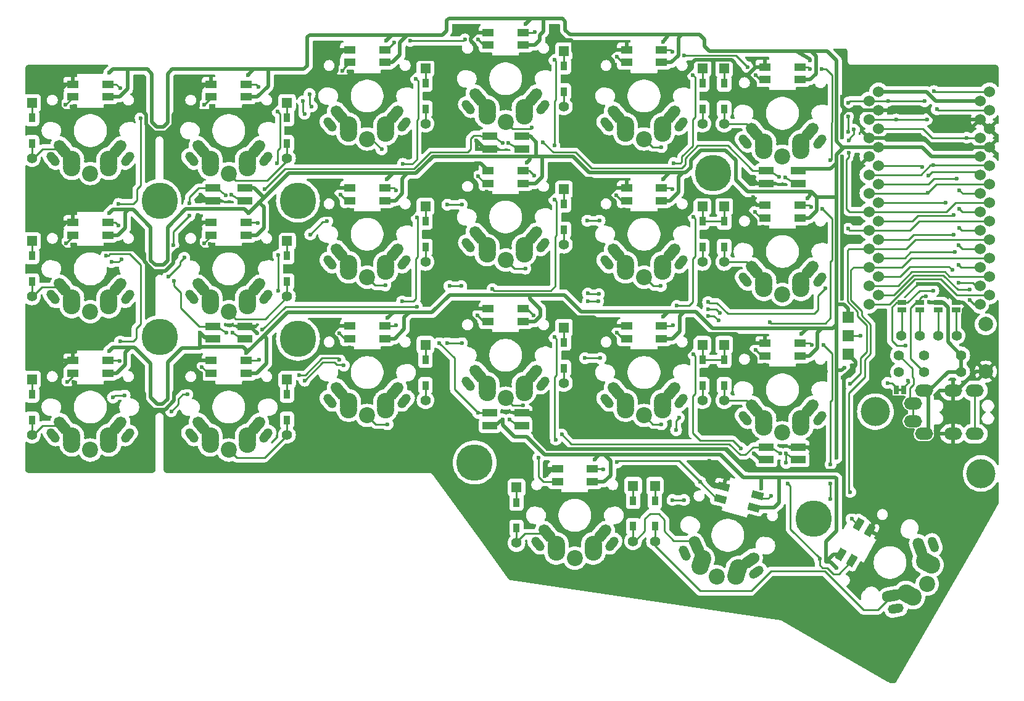
<source format=gbr>
G04 #@! TF.GenerationSoftware,KiCad,Pcbnew,8.0.8*
G04 #@! TF.CreationDate,2025-02-24T17:12:59+09:00*
G04 #@! TF.ProjectId,corne-classic,636f726e-652d-4636-9c61-737369632e6b,1.1*
G04 #@! TF.SameCoordinates,Original*
G04 #@! TF.FileFunction,Copper,L1,Top*
G04 #@! TF.FilePolarity,Positive*
%FSLAX46Y46*%
G04 Gerber Fmt 4.6, Leading zero omitted, Abs format (unit mm)*
G04 Created by KiCad (PCBNEW 8.0.8) date 2025-02-24 17:12:59*
%MOMM*%
%LPD*%
G01*
G04 APERTURE LIST*
G04 Aperture macros list*
%AMHorizOval*
0 Thick line with rounded ends*
0 $1 width*
0 $2 $3 position (X,Y) of the first rounded end (center of the circle)*
0 $4 $5 position (X,Y) of the second rounded end (center of the circle)*
0 Add line between two ends*
20,1,$1,$2,$3,$4,$5,0*
0 Add two circle primitives to create the rounded ends*
1,1,$1,$2,$3*
1,1,$1,$4,$5*%
%AMRotRect*
0 Rectangle, with rotation*
0 The origin of the aperture is its center*
0 $1 length*
0 $2 width*
0 $3 Rotation angle, in degrees counterclockwise*
0 Add horizontal line*
21,1,$1,$2,0,0,$3*%
G04 Aperture macros list end*
G04 #@! TA.AperFunction,SMDPad,CuDef*
%ADD10R,0.950000X1.300000*%
G04 #@! TD*
G04 #@! TA.AperFunction,ComponentPad*
%ADD11R,1.397000X1.397000*%
G04 #@! TD*
G04 #@! TA.AperFunction,ComponentPad*
%ADD12C,1.397000*%
G04 #@! TD*
G04 #@! TA.AperFunction,SMDPad,CuDef*
%ADD13R,1.600000X1.000000*%
G04 #@! TD*
G04 #@! TA.AperFunction,SMDPad,CuDef*
%ADD14RotRect,1.600000X1.000000X345.000000*%
G04 #@! TD*
G04 #@! TA.AperFunction,SMDPad,CuDef*
%ADD15RotRect,1.600000X1.000000X240.000000*%
G04 #@! TD*
G04 #@! TA.AperFunction,ComponentPad*
%ADD16C,2.400000*%
G04 #@! TD*
G04 #@! TA.AperFunction,ComponentPad*
%ADD17HorizOval,1.250000X-0.305324X0.363871X0.305324X-0.363871X0*%
G04 #@! TD*
G04 #@! TA.AperFunction,ComponentPad*
%ADD18HorizOval,1.250000X-0.305324X-0.363871X0.305324X0.363871X0*%
G04 #@! TD*
G04 #@! TA.AperFunction,ComponentPad*
%ADD19HorizOval,1.550000X-0.401742X-0.478778X0.401742X0.478778X0*%
G04 #@! TD*
G04 #@! TA.AperFunction,ComponentPad*
%ADD20C,2.200000*%
G04 #@! TD*
G04 #@! TA.AperFunction,ComponentPad*
%ADD21HorizOval,1.550000X-0.401742X0.478778X0.401742X-0.478778X0*%
G04 #@! TD*
G04 #@! TA.AperFunction,ComponentPad*
%ADD22HorizOval,1.550000X-0.511970X-0.358485X0.511970X0.358485X0*%
G04 #@! TD*
G04 #@! TA.AperFunction,ComponentPad*
%ADD23HorizOval,1.250000X-0.200744X0.430496X0.200744X-0.430496X0*%
G04 #@! TD*
G04 #@! TA.AperFunction,ComponentPad*
%ADD24HorizOval,1.250000X-0.389097X-0.272449X0.389097X0.272449X0*%
G04 #@! TD*
G04 #@! TA.AperFunction,ComponentPad*
%ADD25HorizOval,1.550000X-0.264136X0.566442X0.264136X-0.566442X0*%
G04 #@! TD*
G04 #@! TA.AperFunction,ComponentPad*
%ADD26HorizOval,1.250000X0.162460X-0.446354X-0.162460X0.446354X0*%
G04 #@! TD*
G04 #@! TA.AperFunction,ComponentPad*
%ADD27HorizOval,1.250000X-0.467784X-0.082483X0.467784X0.082483X0*%
G04 #@! TD*
G04 #@! TA.AperFunction,ComponentPad*
%ADD28HorizOval,1.550000X0.213763X-0.587308X-0.213763X0.587308X0*%
G04 #@! TD*
G04 #@! TA.AperFunction,ComponentPad*
%ADD29HorizOval,1.550000X-0.615505X-0.108530X0.615505X0.108530X0*%
G04 #@! TD*
G04 #@! TA.AperFunction,SMDPad,CuDef*
%ADD30R,1.143000X0.635000*%
G04 #@! TD*
G04 #@! TA.AperFunction,ComponentPad*
%ADD31C,1.524000*%
G04 #@! TD*
G04 #@! TA.AperFunction,ComponentPad*
%ADD32C,4.000000*%
G04 #@! TD*
G04 #@! TA.AperFunction,ComponentPad*
%ADD33C,5.000000*%
G04 #@! TD*
G04 #@! TA.AperFunction,SMDPad,CuDef*
%ADD34R,1.524000X1.524000*%
G04 #@! TD*
G04 #@! TA.AperFunction,SMDPad,CuDef*
%ADD35R,0.381000X0.381000*%
G04 #@! TD*
G04 #@! TA.AperFunction,SMDPad,CuDef*
%ADD36R,0.635000X1.143000*%
G04 #@! TD*
G04 #@! TA.AperFunction,ComponentPad*
%ADD37O,2.500000X1.700000*%
G04 #@! TD*
G04 #@! TA.AperFunction,ComponentPad*
%ADD38C,2.000000*%
G04 #@! TD*
G04 #@! TA.AperFunction,SMDPad,CuDef*
%ADD39R,2.000000X1.000000*%
G04 #@! TD*
G04 #@! TA.AperFunction,ViaPad*
%ADD40C,0.600000*%
G04 #@! TD*
G04 #@! TA.AperFunction,Conductor*
%ADD41C,0.250000*%
G04 #@! TD*
G04 #@! TA.AperFunction,Conductor*
%ADD42C,0.500000*%
G04 #@! TD*
G04 APERTURE END LIST*
D10*
X62000000Y-75350000D03*
D11*
X62000000Y-73315000D03*
D10*
X62000000Y-78900000D03*
D12*
X62000000Y-80935000D03*
D11*
X97000000Y-73315000D03*
D10*
X97000000Y-75350000D03*
D12*
X97000000Y-80935000D03*
D10*
X97000000Y-78900000D03*
D11*
X116000000Y-68565000D03*
D10*
X116000000Y-70600000D03*
X116000000Y-74150000D03*
D12*
X116000000Y-76185000D03*
D10*
X135000000Y-68225000D03*
D11*
X135000000Y-66190000D03*
D10*
X135000000Y-71775000D03*
D12*
X135000000Y-73810000D03*
D10*
X154000000Y-70600000D03*
D11*
X154000000Y-68565000D03*
D12*
X154000000Y-76185000D03*
D10*
X154000000Y-74150000D03*
X157000000Y-70600000D03*
D11*
X157000000Y-68565000D03*
D12*
X157000000Y-76185000D03*
D10*
X157000000Y-74150000D03*
D11*
X62000000Y-92315000D03*
D10*
X62000000Y-94350000D03*
X62000000Y-97900000D03*
D12*
X62000000Y-99935000D03*
D10*
X97000000Y-94350000D03*
D11*
X97000000Y-92315000D03*
D12*
X97000000Y-99935000D03*
D10*
X97000000Y-97900000D03*
X116000000Y-89600000D03*
D11*
X116000000Y-87565000D03*
D12*
X116000000Y-95185000D03*
D10*
X116000000Y-93150000D03*
X135000000Y-87225000D03*
D11*
X135000000Y-85190000D03*
D10*
X135000000Y-90775000D03*
D12*
X135000000Y-92810000D03*
D11*
X154000000Y-87565000D03*
D10*
X154000000Y-89600000D03*
D12*
X154000000Y-95185000D03*
D10*
X154000000Y-93150000D03*
D11*
X157000000Y-87565000D03*
D10*
X157000000Y-89600000D03*
D12*
X157000000Y-95185000D03*
D10*
X157000000Y-93150000D03*
D11*
X62000000Y-111315000D03*
D10*
X62000000Y-113350000D03*
D12*
X62000000Y-118935000D03*
D10*
X62000000Y-116900000D03*
X97000000Y-113350000D03*
D11*
X97000000Y-111315000D03*
D10*
X97000000Y-116900000D03*
D12*
X97000000Y-118935000D03*
D10*
X116000000Y-108600000D03*
D11*
X116000000Y-106565000D03*
D10*
X116000000Y-112150000D03*
D12*
X116000000Y-114185000D03*
D11*
X135000000Y-104190000D03*
D10*
X135000000Y-106225000D03*
X135000000Y-109775000D03*
D12*
X135000000Y-111810000D03*
D10*
X154000000Y-108600000D03*
D11*
X154000000Y-106565000D03*
D10*
X154000000Y-112150000D03*
D12*
X154000000Y-114185000D03*
D10*
X157000000Y-108600000D03*
D11*
X157000000Y-106565000D03*
D12*
X157000000Y-114185000D03*
D10*
X157000000Y-112150000D03*
X128500000Y-128225000D03*
D11*
X128500000Y-126190000D03*
D12*
X128500000Y-133810000D03*
D10*
X128500000Y-131775000D03*
D11*
X144500000Y-125940000D03*
D10*
X144500000Y-127975000D03*
D12*
X144500000Y-133560000D03*
D10*
X144500000Y-131525000D03*
D11*
X147500000Y-125940000D03*
D10*
X147500000Y-127975000D03*
X147500000Y-131525000D03*
D12*
X147500000Y-133560000D03*
D13*
X67600000Y-72500000D03*
X67600000Y-70750000D03*
X72400000Y-70750000D03*
X72400000Y-72500000D03*
X86600000Y-72500000D03*
X86600000Y-70750000D03*
X91400000Y-70750000D03*
X91400000Y-72500000D03*
X105600000Y-67750000D03*
X105600000Y-66000000D03*
X110400000Y-66000000D03*
X110400000Y-67750000D03*
X124600000Y-65375000D03*
X124600000Y-63625000D03*
X129400000Y-63625000D03*
X129400000Y-65375000D03*
X143600000Y-67750000D03*
X143600000Y-66000000D03*
X148400000Y-66000000D03*
X148400000Y-67750000D03*
X162600000Y-70125000D03*
X162600000Y-68375000D03*
X167400000Y-68375000D03*
X167400000Y-70125000D03*
X67600000Y-91500000D03*
X67600000Y-89750000D03*
X72400000Y-89750000D03*
X72400000Y-91500000D03*
X86600000Y-91500000D03*
X86600000Y-89750000D03*
X91400000Y-89750000D03*
X91400000Y-91500000D03*
X105600000Y-86750000D03*
X105600000Y-85000000D03*
X110400000Y-85000000D03*
X110400000Y-86750000D03*
X124600000Y-84375000D03*
X124600000Y-82625000D03*
X129400000Y-82625000D03*
X129400000Y-84375000D03*
X143600000Y-86750000D03*
X143600000Y-85000000D03*
X148400000Y-85000000D03*
X148400000Y-86750000D03*
X162600000Y-89125000D03*
X162600000Y-87375000D03*
X167400000Y-87375000D03*
X167400000Y-89125000D03*
X67600000Y-110500000D03*
X67600000Y-108750000D03*
X72400000Y-108750000D03*
X72400000Y-110500000D03*
X86600000Y-110500000D03*
X86600000Y-108750000D03*
X91400000Y-108750000D03*
X91400000Y-110500000D03*
X105600000Y-105750000D03*
X105600000Y-104000000D03*
X110400000Y-104000000D03*
X110400000Y-105750000D03*
X124600000Y-103375000D03*
X124600000Y-101625000D03*
X129400000Y-101625000D03*
X129400000Y-103375000D03*
X143600000Y-105750000D03*
X143600000Y-104000000D03*
X148400000Y-104000000D03*
X148400000Y-105750000D03*
X162600000Y-108125000D03*
X162600000Y-106375000D03*
X167400000Y-106375000D03*
X167400000Y-108125000D03*
X134100000Y-125375000D03*
X134100000Y-123625000D03*
X138900000Y-123625000D03*
X138900000Y-125375000D03*
D14*
X156455311Y-127724019D03*
X156908245Y-126033649D03*
X161544689Y-127275981D03*
X161091755Y-128966351D03*
D15*
X175442228Y-131234039D03*
X176957772Y-132109039D03*
X174557772Y-136265961D03*
X173042228Y-135390961D03*
D16*
X72540000Y-82205000D03*
D17*
X64900000Y-81025000D03*
D18*
X75100000Y-81025000D03*
D19*
X73810000Y-79665000D03*
D16*
X72540000Y-81125000D03*
X72540000Y-81625000D03*
X67460000Y-81125000D03*
D20*
X70000000Y-83025000D03*
D16*
X67460000Y-82205000D03*
D21*
X66190000Y-79665000D03*
D16*
X67460000Y-81625000D03*
D18*
X94100000Y-81025000D03*
D17*
X83900000Y-81025000D03*
D19*
X92810000Y-79665000D03*
D16*
X91540000Y-81625000D03*
X91540000Y-81125000D03*
X91540000Y-82205000D03*
D21*
X85190000Y-79665000D03*
D20*
X89000000Y-83025000D03*
D16*
X86460000Y-82205000D03*
X86460000Y-81625000D03*
X86460000Y-81125000D03*
X110540000Y-77455000D03*
X110540000Y-76875000D03*
D19*
X111810000Y-74915000D03*
D16*
X110540000Y-76375000D03*
D17*
X102900000Y-76275000D03*
D18*
X113100000Y-76275000D03*
D16*
X105460000Y-76375000D03*
D20*
X108000000Y-78275000D03*
D21*
X104190000Y-74915000D03*
D16*
X105460000Y-77455000D03*
X105460000Y-76875000D03*
X129540000Y-74000000D03*
D18*
X132100000Y-73900000D03*
D17*
X121900000Y-73900000D03*
D16*
X129540000Y-75080000D03*
D19*
X130810000Y-72540000D03*
D16*
X129540000Y-74500000D03*
X124460000Y-74000000D03*
D20*
X127000000Y-75900000D03*
D21*
X123190000Y-72540000D03*
D16*
X124460000Y-75080000D03*
X124460000Y-74500000D03*
X148540000Y-76375000D03*
X148540000Y-76875000D03*
X148540000Y-77455000D03*
D17*
X140900000Y-76275000D03*
D18*
X151100000Y-76275000D03*
D19*
X149810000Y-74915000D03*
D16*
X143460000Y-77455000D03*
X143460000Y-76375000D03*
D20*
X146000000Y-78275000D03*
D16*
X143460000Y-76875000D03*
D21*
X142190000Y-74915000D03*
D16*
X167540000Y-79830000D03*
X167540000Y-78750000D03*
D19*
X168810000Y-77290000D03*
D16*
X167540000Y-79250000D03*
D18*
X170100000Y-78650000D03*
D17*
X159900000Y-78650000D03*
D20*
X165000000Y-80650000D03*
D16*
X162460000Y-79250000D03*
D21*
X161190000Y-77290000D03*
D16*
X162460000Y-79830000D03*
X162460000Y-78750000D03*
D17*
X64900000Y-100025000D03*
D18*
X75100000Y-100025000D03*
D16*
X72540000Y-100125000D03*
D19*
X73810000Y-98665000D03*
D16*
X72540000Y-101205000D03*
X72540000Y-100625000D03*
X67460000Y-101205000D03*
D21*
X66190000Y-98665000D03*
D16*
X67460000Y-100625000D03*
X67460000Y-100125000D03*
D20*
X70000000Y-102025000D03*
D18*
X94100000Y-100025000D03*
D16*
X91540000Y-100125000D03*
D17*
X83900000Y-100025000D03*
D16*
X91540000Y-100625000D03*
D19*
X92810000Y-98665000D03*
D16*
X91540000Y-101205000D03*
X86460000Y-101205000D03*
D21*
X85190000Y-98665000D03*
D20*
X89000000Y-102025000D03*
D16*
X86460000Y-100125000D03*
X86460000Y-100625000D03*
D17*
X102900000Y-95275000D03*
D18*
X113100000Y-95275000D03*
D16*
X110540000Y-96455000D03*
X110540000Y-95375000D03*
X110540000Y-95875000D03*
D19*
X111810000Y-93915000D03*
D20*
X108000000Y-97275000D03*
D16*
X105460000Y-95875000D03*
D21*
X104190000Y-93915000D03*
D16*
X105460000Y-95375000D03*
X105460000Y-96455000D03*
D18*
X132100000Y-92900000D03*
D19*
X130810000Y-91540000D03*
D16*
X129540000Y-93500000D03*
D17*
X121900000Y-92900000D03*
D16*
X129540000Y-93000000D03*
X129540000Y-94080000D03*
D20*
X127000000Y-94900000D03*
D16*
X124460000Y-93500000D03*
X124460000Y-93000000D03*
D21*
X123190000Y-91540000D03*
D16*
X124460000Y-94080000D03*
X148540000Y-95375000D03*
D17*
X140900000Y-95275000D03*
D19*
X149810000Y-93915000D03*
D16*
X148540000Y-95875000D03*
D18*
X151100000Y-95275000D03*
D16*
X148540000Y-96455000D03*
D20*
X146000000Y-97275000D03*
D16*
X143460000Y-96455000D03*
D21*
X142190000Y-93915000D03*
D16*
X143460000Y-95875000D03*
X143460000Y-95375000D03*
X167540000Y-97750000D03*
D19*
X168810000Y-96290000D03*
D17*
X159900000Y-97650000D03*
D18*
X170100000Y-97650000D03*
D16*
X167540000Y-98830000D03*
X167540000Y-98250000D03*
D20*
X165000000Y-99650000D03*
D16*
X162460000Y-97750000D03*
D21*
X161190000Y-96290000D03*
D16*
X162460000Y-98830000D03*
X162460000Y-98250000D03*
D19*
X73810000Y-117665000D03*
D17*
X64900000Y-119025000D03*
D16*
X72540000Y-120205000D03*
X72540000Y-119125000D03*
D18*
X75100000Y-119025000D03*
D16*
X72540000Y-119625000D03*
X67460000Y-119625000D03*
D20*
X70000000Y-121025000D03*
D16*
X67460000Y-119125000D03*
D21*
X66190000Y-117665000D03*
D16*
X67460000Y-120205000D03*
D17*
X83900000Y-119025000D03*
D18*
X94100000Y-119025000D03*
D16*
X91540000Y-120205000D03*
X91540000Y-119125000D03*
D19*
X92810000Y-117665000D03*
D16*
X91540000Y-119625000D03*
X86460000Y-119125000D03*
X86460000Y-120205000D03*
X86460000Y-119625000D03*
D20*
X89000000Y-121025000D03*
D21*
X85190000Y-117665000D03*
D17*
X102900000Y-114275000D03*
D16*
X110540000Y-115455000D03*
X110540000Y-114875000D03*
D18*
X113100000Y-114275000D03*
D19*
X111810000Y-112915000D03*
D16*
X110540000Y-114375000D03*
X105460000Y-114375000D03*
X105460000Y-115455000D03*
D21*
X104190000Y-112915000D03*
D20*
X108000000Y-116275000D03*
D16*
X105460000Y-114875000D03*
X129540000Y-113080000D03*
D17*
X121900000Y-111900000D03*
D16*
X129540000Y-112000000D03*
D18*
X132100000Y-111900000D03*
D19*
X130810000Y-110540000D03*
D16*
X129540000Y-112500000D03*
X124460000Y-112000000D03*
D21*
X123190000Y-110540000D03*
D20*
X127000000Y-113900000D03*
D16*
X124460000Y-112500000D03*
X124460000Y-113080000D03*
X148540000Y-114375000D03*
D19*
X149810000Y-112915000D03*
D16*
X148540000Y-114875000D03*
D17*
X140900000Y-114275000D03*
D16*
X148540000Y-115455000D03*
D18*
X151100000Y-114275000D03*
D21*
X142190000Y-112915000D03*
D16*
X143460000Y-114375000D03*
X143460000Y-114875000D03*
X143460000Y-115455000D03*
D20*
X146000000Y-116275000D03*
D16*
X167540000Y-117250000D03*
D18*
X170100000Y-116650000D03*
D16*
X167540000Y-117830000D03*
X167540000Y-116750000D03*
D19*
X168810000Y-115290000D03*
D17*
X159900000Y-116650000D03*
D16*
X162460000Y-117250000D03*
D21*
X161190000Y-115290000D03*
D16*
X162460000Y-116750000D03*
X162460000Y-117830000D03*
D20*
X165000000Y-118650000D03*
D16*
X139040000Y-134500000D03*
D17*
X131400000Y-133900000D03*
D16*
X139040000Y-135080000D03*
D18*
X141600000Y-133900000D03*
D16*
X139040000Y-134000000D03*
D19*
X140310000Y-132540000D03*
D16*
X133960000Y-134500000D03*
X133960000Y-135080000D03*
D21*
X132690000Y-132540000D03*
D20*
X136500000Y-135900000D03*
D16*
X133960000Y-134000000D03*
X158788766Y-137754067D03*
X158638651Y-138314304D03*
X158918175Y-137271104D03*
D22*
X160522777Y-136189552D03*
D23*
X151564384Y-135197134D03*
D24*
X161416827Y-137837088D03*
D16*
X154011272Y-135956303D03*
X153731748Y-136999503D03*
D25*
X153162422Y-134217351D03*
D16*
X153881863Y-136439266D03*
D20*
X155972968Y-138448962D03*
D16*
X184484102Y-136300295D03*
X185419409Y-136840295D03*
D26*
X185677499Y-134033270D03*
D27*
X180577499Y-142866730D03*
D16*
X184917113Y-136550295D03*
D28*
X183854705Y-134470443D03*
D20*
X184859550Y-139450000D03*
D29*
X180044705Y-141069557D03*
D16*
X181944102Y-140699705D03*
X182377114Y-140949705D03*
X182879409Y-141239705D03*
D30*
X188875000Y-100749620D03*
X188875000Y-101750380D03*
X186375000Y-100749620D03*
X186375000Y-101750380D03*
X183875000Y-100749620D03*
X183875000Y-101750380D03*
X181375000Y-100749620D03*
X181375000Y-101750380D03*
D31*
X176860000Y-73042000D03*
X193406400Y-71772000D03*
X193406400Y-74312000D03*
X176860000Y-75582000D03*
X193406400Y-76852000D03*
X176860000Y-78122000D03*
X176860000Y-80662000D03*
X193406400Y-79392000D03*
X176860000Y-83202000D03*
X193406400Y-81932000D03*
X193406400Y-84472000D03*
X176860000Y-85742000D03*
X193406400Y-87012000D03*
X176860000Y-88282000D03*
X193406400Y-89552000D03*
X176860000Y-90822000D03*
X193406400Y-92092000D03*
X176860000Y-93362000D03*
X176860000Y-95902000D03*
X193406400Y-94632000D03*
X193406400Y-97172000D03*
X176860000Y-98442000D03*
X176860000Y-100982000D03*
X193406400Y-99712000D03*
X178186400Y-99712000D03*
X192100000Y-100982000D03*
X192100000Y-98442000D03*
X178186400Y-97172000D03*
X192100000Y-95902000D03*
X178186400Y-94632000D03*
X192100000Y-93362000D03*
X178186400Y-92092000D03*
X192100000Y-90822000D03*
X178186400Y-89552000D03*
X178186400Y-87012000D03*
X192100000Y-88282000D03*
X192100000Y-85742000D03*
X178186400Y-84472000D03*
X178186400Y-81932000D03*
X192100000Y-83202000D03*
X192100000Y-80662000D03*
X178186400Y-79392000D03*
X192100000Y-78122000D03*
X178186400Y-76852000D03*
X192100000Y-75582000D03*
X178186400Y-74312000D03*
X178186400Y-71772000D03*
X192100000Y-73042000D03*
D12*
X189540000Y-108000000D03*
X184460000Y-108000000D03*
X189540000Y-110300000D03*
X184460000Y-110300000D03*
D32*
X177750000Y-115750000D03*
X192250000Y-124250000D03*
D33*
X79500000Y-86750000D03*
X79500000Y-105500000D03*
X98500000Y-86750000D03*
X98500000Y-105750000D03*
X155500000Y-83000000D03*
X122750000Y-122750000D03*
X169250000Y-130500000D03*
D34*
X174000000Y-107900000D03*
X174000000Y-105360000D03*
X174000000Y-102820000D03*
D35*
X181100000Y-112800000D03*
D36*
X180599620Y-112800000D03*
X181600380Y-112800000D03*
D12*
X181300000Y-105300000D03*
X183840000Y-105300000D03*
X186380000Y-105300000D03*
X188920000Y-105300000D03*
X181000000Y-108000000D03*
X181000000Y-110300000D03*
D37*
X182900000Y-114600000D03*
X182900000Y-117050000D03*
X191400000Y-118800000D03*
X191400000Y-112850000D03*
X188400000Y-118800000D03*
X188400000Y-112850000D03*
X184400000Y-112850000D03*
X184400000Y-118800000D03*
D38*
X192900000Y-103750000D03*
X192900000Y-110250000D03*
D39*
X86800000Y-85025000D03*
X86800000Y-86775000D03*
X91200000Y-86775000D03*
X91200000Y-85025000D03*
X124800000Y-77925000D03*
X124800000Y-79675000D03*
X129200000Y-79675000D03*
X129200000Y-77925000D03*
X162800000Y-82625000D03*
X162800000Y-84375000D03*
X167200000Y-84375000D03*
X167200000Y-82625000D03*
X91200000Y-105775000D03*
X91200000Y-104025000D03*
X86800000Y-104025000D03*
X86800000Y-105775000D03*
X129200000Y-117675000D03*
X129200000Y-115925000D03*
X124800000Y-115925000D03*
X124800000Y-117675000D03*
X167200000Y-122375000D03*
X167200000Y-120625000D03*
X162800000Y-120625000D03*
X162800000Y-122375000D03*
D40*
X174100000Y-78500000D03*
X174100000Y-80200000D03*
X174800000Y-77000000D03*
X74300000Y-94800000D03*
X82900000Y-94600000D03*
X100200000Y-91400000D03*
X139900000Y-89500000D03*
X119000000Y-87300000D03*
X174000000Y-90600000D03*
X72900000Y-95200000D03*
X138200000Y-89500000D03*
X80700000Y-97200000D03*
X102500000Y-89600000D03*
X121000000Y-87300000D03*
X174300000Y-111900000D03*
X81100000Y-115700000D03*
X137900000Y-108400000D03*
X83300000Y-113400000D03*
X99400000Y-111500000D03*
X104800000Y-109400000D03*
X73100000Y-113800000D03*
X74700000Y-113500000D03*
X119000000Y-106300000D03*
X121000000Y-106300000D03*
X140000000Y-108400000D03*
X110000000Y-79700000D03*
X149900000Y-127900000D03*
X174300000Y-126800000D03*
X151500000Y-127900000D03*
X130600000Y-76700000D03*
X148400000Y-79400000D03*
X110500000Y-98400000D03*
X129700000Y-96100000D03*
X148300000Y-98500000D03*
X110800000Y-117500000D03*
X129400000Y-114900000D03*
X148400000Y-117500000D03*
X85200000Y-110500000D03*
X105400000Y-69000000D03*
X173200000Y-80700000D03*
X85100000Y-85900000D03*
X92900000Y-105000000D03*
X99200000Y-109900000D03*
X86540000Y-73730000D03*
X173200000Y-91400000D03*
X173200000Y-72500000D03*
X171000000Y-110200000D03*
X124300000Y-66600000D03*
X86400000Y-92700000D03*
X173400000Y-120300000D03*
X67700000Y-111700000D03*
X186082000Y-75582000D03*
X143400000Y-69000000D03*
X132800000Y-120900000D03*
X67400000Y-73800000D03*
X185700000Y-79400000D03*
X95200000Y-107700000D03*
X143400000Y-107000000D03*
X143300000Y-88000000D03*
X170800000Y-91400000D03*
X170900000Y-72100000D03*
X161000000Y-86300000D03*
X124400000Y-85500000D03*
X123000000Y-81600000D03*
X155000000Y-125400000D03*
X183600000Y-98200000D03*
X84800000Y-88700000D03*
X173200000Y-78100000D03*
X105600000Y-106900000D03*
X157300000Y-120900000D03*
X173300000Y-111100000D03*
X155000000Y-122500000D03*
X131000000Y-116800000D03*
X162300000Y-71400000D03*
X162600000Y-109300000D03*
X161000000Y-83900000D03*
X123000000Y-78500000D03*
X67500000Y-92800000D03*
X162300000Y-90300000D03*
X173200000Y-100200000D03*
X100200000Y-112500000D03*
X105400000Y-88000000D03*
X169200000Y-121300000D03*
X176800000Y-130300000D03*
X122900000Y-103400000D03*
X132400000Y-124600000D03*
X72600000Y-69200000D03*
X126575000Y-116825000D03*
X148600000Y-83800000D03*
X168400000Y-86400000D03*
X110600000Y-64800000D03*
X110700000Y-83800000D03*
X169000000Y-82400000D03*
X129900000Y-81500000D03*
X91400000Y-107700000D03*
X148600000Y-102700000D03*
X91700000Y-88500000D03*
X72600000Y-107400000D03*
X129700000Y-62500000D03*
X139200000Y-122300000D03*
X131700000Y-101600000D03*
X185100000Y-100700000D03*
X168800000Y-67500000D03*
X161100000Y-121500000D03*
X172400000Y-118900000D03*
X110800000Y-102900000D03*
X91600000Y-69500000D03*
X72600000Y-88500000D03*
X167600000Y-105100000D03*
X173500000Y-109700000D03*
X162100000Y-124900000D03*
X172400000Y-137200000D03*
X131200000Y-78700000D03*
X148600000Y-64900000D03*
X172400000Y-122100000D03*
X172400000Y-125000000D03*
X85000000Y-104900000D03*
X93200000Y-87000000D03*
X162100000Y-126300000D03*
X99400000Y-74800000D03*
X185000000Y-83300000D03*
X184200000Y-82100000D03*
X99200000Y-73100000D03*
X100100000Y-72100000D03*
X189300000Y-85300000D03*
X188900000Y-83700000D03*
X100400000Y-73800000D03*
X139800000Y-99600000D03*
X138300000Y-99500000D03*
X154800000Y-100700000D03*
X120900000Y-98500000D03*
X170900000Y-98800000D03*
X119300000Y-98500000D03*
X187400000Y-87000000D03*
X189300000Y-87900000D03*
X154800000Y-101700000D03*
X156400000Y-102200000D03*
X189300000Y-90500000D03*
X188500000Y-88700000D03*
X139700000Y-100600000D03*
X138300000Y-100600000D03*
X188500000Y-91400000D03*
X150400000Y-118300000D03*
X150800000Y-116600000D03*
X154800000Y-102600000D03*
X189200000Y-92900000D03*
X156200000Y-103200000D03*
X188700000Y-93800000D03*
X189200000Y-95600000D03*
X174000000Y-73300000D03*
X174000000Y-75200000D03*
X174000000Y-77300000D03*
X175700000Y-105360000D03*
X165375000Y-83525000D03*
X184500000Y-73100000D03*
X185800000Y-71700000D03*
X179500000Y-73042000D03*
X184818000Y-75582000D03*
X180600000Y-75600000D03*
X179400000Y-111800000D03*
X186200000Y-74200000D03*
X85640000Y-73600000D03*
X74100000Y-71300000D03*
X73900000Y-87200000D03*
X76900000Y-75400000D03*
X66600000Y-73600000D03*
X73900000Y-90200000D03*
X121400000Y-64600000D03*
X113900000Y-64800000D03*
X123200000Y-64600000D03*
X111700000Y-65000000D03*
X133700000Y-67400000D03*
X133700000Y-79200000D03*
X123200000Y-83400000D03*
X131000000Y-63600000D03*
X142200000Y-86000000D03*
X150500000Y-101200000D03*
X152800000Y-89000000D03*
X150000000Y-103900000D03*
X66800000Y-111700000D03*
X104200000Y-105000000D03*
X93200000Y-108600000D03*
X98700000Y-110700000D03*
X104200000Y-108600000D03*
X123100000Y-102500000D03*
X130900000Y-83300000D03*
X133700000Y-86600000D03*
X125200000Y-98900000D03*
X161200000Y-88300000D03*
X168800000Y-68700000D03*
X170400000Y-68700000D03*
X171600000Y-81200000D03*
X66700000Y-92600000D03*
X72200000Y-94300000D03*
X74000000Y-108800000D03*
X74100000Y-106100000D03*
X112000000Y-103900000D03*
X104300000Y-85900000D03*
X114800000Y-89100000D03*
X112800000Y-100600000D03*
X130800000Y-102500000D03*
X133700000Y-105500000D03*
X133900000Y-119600000D03*
X131500000Y-122100000D03*
X190300000Y-78122000D03*
X184700000Y-99900000D03*
X184900000Y-85700000D03*
X181900000Y-106700000D03*
X185700000Y-99100000D03*
X185700000Y-81900000D03*
X160200000Y-68400000D03*
X161300000Y-69500000D03*
X151500000Y-66800000D03*
X149900000Y-66300000D03*
X188300000Y-96300000D03*
X189200000Y-98000000D03*
X190700000Y-100400000D03*
X190700000Y-99000000D03*
X95600000Y-81600000D03*
X85600000Y-92600000D03*
X95700000Y-74500000D03*
X93100000Y-71100000D03*
X104600000Y-68900000D03*
X112000000Y-85300000D03*
X114700000Y-70000000D03*
X112900000Y-81700000D03*
X149900000Y-85200000D03*
X142300000Y-67000000D03*
X150100000Y-81600000D03*
X152700000Y-69500000D03*
X93000000Y-89800000D03*
X85300000Y-109600000D03*
X95800000Y-99100000D03*
X95800000Y-94200000D03*
X168900000Y-87600000D03*
X163300000Y-103500000D03*
X170500000Y-87900000D03*
X161300000Y-107300000D03*
X142300000Y-104900000D03*
X159300000Y-120800000D03*
X163400000Y-127300000D03*
X152800000Y-107900000D03*
X174500000Y-130500000D03*
X170600000Y-106600000D03*
X171600000Y-123000000D03*
X169000000Y-106600000D03*
X171600000Y-127800000D03*
X171600000Y-125600000D03*
X142300000Y-122700000D03*
X153700000Y-125400000D03*
X140400000Y-123700000D03*
X182200000Y-111500000D03*
X165500000Y-122800000D03*
X165700000Y-125600000D03*
X165500000Y-121525000D03*
X170100000Y-136000000D03*
X93900000Y-85200000D03*
X126575000Y-78850000D03*
X89375000Y-85925000D03*
X81400000Y-92900000D03*
X88700000Y-104900000D03*
X88575000Y-85975000D03*
X83600000Y-88800000D03*
X83600000Y-87100000D03*
X81500000Y-97800000D03*
X127375000Y-78825000D03*
X164575000Y-83500000D03*
X132100000Y-78700000D03*
X89550000Y-104900000D03*
X93600000Y-104500000D03*
X123225000Y-115925000D03*
X117900000Y-106300000D03*
X114800000Y-101300000D03*
X134700000Y-118900000D03*
X127575000Y-116825000D03*
X164700000Y-121525000D03*
D41*
X174800000Y-77000000D02*
X174800000Y-77600000D01*
X174800000Y-77600000D02*
X174300000Y-78100000D01*
X174300000Y-78100000D02*
X174300000Y-78300000D01*
X174300000Y-78300000D02*
X174100000Y-78500000D01*
X174100000Y-80775002D02*
X173775002Y-81100000D01*
X173775002Y-81100000D02*
X173775002Y-87875002D01*
X173775002Y-87875002D02*
X174182000Y-88282000D01*
X176860000Y-88282000D02*
X174182000Y-88282000D01*
X187518000Y-88282000D02*
X188788000Y-87012000D01*
X188788000Y-87012000D02*
X193406400Y-87012000D01*
X176860000Y-88282000D02*
X187518000Y-88282000D01*
X157000000Y-70600000D02*
X157000000Y-68565000D01*
X154000000Y-70600000D02*
X154000000Y-68565000D01*
X135000000Y-66190000D02*
X135000000Y-68225000D01*
X174100000Y-80200000D02*
X174100000Y-80775002D01*
X97000000Y-73315000D02*
X97000000Y-75350000D01*
X116000000Y-70600000D02*
X116000000Y-68565000D01*
X62000000Y-73315000D02*
X62000000Y-75350000D01*
X62165000Y-80935000D02*
X63435000Y-79665000D01*
X63435000Y-79665000D02*
X66190000Y-79665000D01*
X62000000Y-80935000D02*
X62165000Y-80935000D01*
X62000000Y-78900000D02*
X62000000Y-80935000D01*
X82900000Y-94600000D02*
X82300000Y-95200000D01*
X82300000Y-95200000D02*
X82300000Y-95600000D01*
X82300000Y-95600000D02*
X80700000Y-97200000D01*
X74300000Y-94800000D02*
X73900000Y-95200000D01*
X73900000Y-95200000D02*
X72900000Y-95200000D01*
X102500000Y-89600000D02*
X102400000Y-89700000D01*
X102400000Y-89700000D02*
X101900000Y-89700000D01*
X101900000Y-89700000D02*
X100200000Y-91400000D01*
X121000000Y-87300000D02*
X119000000Y-87300000D01*
X139900000Y-89500000D02*
X138200000Y-89500000D01*
X174000000Y-90600000D02*
X174222000Y-90822000D01*
X174222000Y-90822000D02*
X176860000Y-90822000D01*
X182478000Y-90822000D02*
X183748000Y-89552000D01*
X183748000Y-89552000D02*
X193406400Y-89552000D01*
X157000000Y-89600000D02*
X157000000Y-87565000D01*
X62000000Y-92315000D02*
X62000000Y-94350000D01*
X154000000Y-89600000D02*
X157000000Y-89600000D01*
X176860000Y-90822000D02*
X182478000Y-90822000D01*
X154000000Y-89600000D02*
X154000000Y-87565000D01*
X116000000Y-89600000D02*
X116000000Y-87565000D01*
X135000000Y-87225000D02*
X135000000Y-85190000D01*
X97000000Y-92315000D02*
X97000000Y-94350000D01*
X97000000Y-81300000D02*
X94300000Y-84000000D01*
X94300000Y-84000000D02*
X89975000Y-84000000D01*
X89975000Y-84000000D02*
X89000000Y-83025000D01*
X97000000Y-80935000D02*
X97000000Y-81300000D01*
X97000000Y-78900000D02*
X97000000Y-80935000D01*
X73100000Y-113800000D02*
X73400000Y-113500000D01*
X73400000Y-113500000D02*
X74700000Y-113500000D01*
X81100000Y-115700000D02*
X82100000Y-114700000D01*
X82100000Y-114700000D02*
X82100000Y-114000000D01*
X82100000Y-114000000D02*
X82700000Y-113400000D01*
X82700000Y-113400000D02*
X83300000Y-113400000D01*
X104800000Y-109400000D02*
X104700000Y-109300000D01*
X104700000Y-109300000D02*
X103800000Y-109300000D01*
X103800000Y-109300000D02*
X103500000Y-109000000D01*
X103500000Y-109000000D02*
X101900000Y-109000000D01*
X101900000Y-109000000D02*
X99400000Y-111500000D01*
X121000000Y-106300000D02*
X119000000Y-106300000D01*
X140000000Y-108400000D02*
X137900000Y-108400000D01*
X174300000Y-111900000D02*
X175700000Y-110500000D01*
X175700000Y-110500000D02*
X175700000Y-108400000D01*
X175700000Y-108400000D02*
X176600000Y-107500000D01*
X176600000Y-107500000D02*
X176600000Y-103900000D01*
X176600000Y-103900000D02*
X175300000Y-102600000D01*
X175300000Y-102600000D02*
X175300000Y-102000000D01*
X175300000Y-102000000D02*
X173900000Y-100600000D01*
X173900000Y-93600000D02*
X174138000Y-93362000D01*
X174138000Y-93362000D02*
X176860000Y-93362000D01*
X181938000Y-93362000D02*
X183208000Y-92092000D01*
X183208000Y-92092000D02*
X193406400Y-92092000D01*
X154000000Y-108600000D02*
X157000000Y-108600000D01*
X135000000Y-104190000D02*
X135000000Y-106225000D01*
X173900000Y-100600000D02*
X173900000Y-93600000D01*
X62000000Y-111315000D02*
X62000000Y-113350000D01*
X157000000Y-106565000D02*
X157000000Y-108600000D01*
X154000000Y-108600000D02*
X154000000Y-106565000D01*
X116000000Y-108600000D02*
X116000000Y-106565000D01*
X176860000Y-93362000D02*
X181938000Y-93362000D01*
X97000000Y-113350000D02*
X97000000Y-111315000D01*
X108575000Y-78275000D02*
X110000000Y-79700000D01*
X108000000Y-78275000D02*
X108575000Y-78275000D01*
X116000000Y-76185000D02*
X116000000Y-76200000D01*
X116000000Y-76185000D02*
X116000000Y-74150000D01*
X149900000Y-127900000D02*
X151500000Y-127900000D01*
X174300000Y-126800000D02*
X174100000Y-126600000D01*
X174100000Y-126600000D02*
X174100000Y-113200000D01*
X174100000Y-113200000D02*
X176118199Y-111181801D01*
X176118199Y-111181801D02*
X176300000Y-111000000D01*
X176300000Y-111000000D02*
X176300000Y-108600000D01*
X176300000Y-108600000D02*
X177100000Y-107800000D01*
X177100000Y-107800000D02*
X177100000Y-103763602D01*
X177100000Y-103763602D02*
X175900000Y-102563602D01*
X175900000Y-102563602D02*
X175900000Y-101949998D01*
X175900000Y-101949998D02*
X174400000Y-100449998D01*
X174400000Y-100449998D02*
X174400000Y-96300000D01*
X174400000Y-96300000D02*
X174798000Y-95902000D01*
X174798000Y-95902000D02*
X176860000Y-95902000D01*
X181398000Y-95902000D02*
X182668000Y-94632000D01*
X182668000Y-94632000D02*
X193406400Y-94632000D01*
X176860000Y-95902000D02*
X181398000Y-95902000D01*
X147500000Y-127975000D02*
X147500000Y-125940000D01*
X144500000Y-125940000D02*
X144500000Y-127975000D01*
X128500000Y-126190000D02*
X128500000Y-128225000D01*
X127000000Y-75900000D02*
X128000000Y-76900000D01*
X130400000Y-76900000D02*
X130600000Y-76700000D01*
X128000000Y-76900000D02*
X130400000Y-76900000D01*
X135000000Y-71775000D02*
X135000000Y-73810000D01*
X135000000Y-73810000D02*
X135000000Y-74300000D01*
X148400000Y-79400000D02*
X147200000Y-79400000D01*
X147200000Y-79400000D02*
X146075000Y-78275000D01*
X146075000Y-78275000D02*
X146000000Y-78275000D01*
X154000000Y-74150000D02*
X154000000Y-76185000D01*
X160085000Y-76185000D02*
X161190000Y-77290000D01*
X157000000Y-76185000D02*
X157000000Y-74150000D01*
X157000000Y-76185000D02*
X160085000Y-76185000D01*
X62065000Y-99935000D02*
X63335000Y-98665000D01*
X63335000Y-98665000D02*
X66190000Y-98665000D01*
X62000000Y-99935000D02*
X62065000Y-99935000D01*
X62000000Y-97900000D02*
X62000000Y-99935000D01*
X97000000Y-100000000D02*
X94000000Y-103000000D01*
X94000000Y-103000000D02*
X89975000Y-103000000D01*
X89975000Y-103000000D02*
X89000000Y-102025000D01*
X97000000Y-97900000D02*
X97000000Y-99935000D01*
X97000000Y-99935000D02*
X97000000Y-100000000D01*
X110500000Y-98400000D02*
X109100000Y-98400000D01*
X109100000Y-98400000D02*
X108000000Y-97300000D01*
X108000000Y-97300000D02*
X108000000Y-97275000D01*
X116000000Y-95185000D02*
X116000000Y-95500000D01*
X116000000Y-95185000D02*
X116000000Y-93150000D01*
X127000000Y-94900000D02*
X128200000Y-96100000D01*
X135000000Y-90775000D02*
X135000000Y-92810000D01*
X135000000Y-92810000D02*
X134890000Y-92810000D01*
X128200000Y-96100000D02*
X129700000Y-96100000D01*
X146075000Y-97275000D02*
X147300000Y-98500000D01*
X147300000Y-98500000D02*
X148300000Y-98500000D01*
X154000000Y-95185000D02*
X154000000Y-95600000D01*
X154000000Y-95185000D02*
X154000000Y-93150000D01*
X146000000Y-97275000D02*
X146075000Y-97275000D01*
X160085000Y-95185000D02*
X161190000Y-96290000D01*
X157000000Y-95185000D02*
X160085000Y-95185000D01*
X157000000Y-93150000D02*
X157000000Y-95185000D01*
X62165000Y-118935000D02*
X63435000Y-117665000D01*
X63435000Y-117665000D02*
X66190000Y-117665000D01*
X62000000Y-116900000D02*
X62000000Y-118935000D01*
X62000000Y-118935000D02*
X62165000Y-118935000D01*
X97000000Y-119000000D02*
X93900000Y-122100000D01*
X93900000Y-122100000D02*
X90075000Y-122100000D01*
X90075000Y-122100000D02*
X89000000Y-121025000D01*
X97000000Y-116900000D02*
X97000000Y-118935000D01*
X97000000Y-118935000D02*
X97000000Y-119000000D01*
X108000000Y-116300000D02*
X109200000Y-117500000D01*
X109200000Y-117500000D02*
X110800000Y-117500000D01*
X116000000Y-114185000D02*
X116000000Y-114400000D01*
X116000000Y-114185000D02*
X116000000Y-112150000D01*
X108000000Y-116275000D02*
X108000000Y-116300000D01*
X127000000Y-113900000D02*
X128000000Y-114900000D01*
X135000000Y-109775000D02*
X135000000Y-111810000D01*
X128000000Y-114900000D02*
X129400000Y-114900000D01*
X135000000Y-111810000D02*
X134990000Y-111810000D01*
X147225000Y-117500000D02*
X147212500Y-117487500D01*
X147212500Y-117487500D02*
X146000000Y-116275000D01*
X148387500Y-117487500D02*
X148400000Y-117500000D01*
X147212500Y-117487500D02*
X148387500Y-117487500D01*
X154000000Y-114185000D02*
X154000000Y-114500000D01*
X154000000Y-114185000D02*
X154000000Y-112150000D01*
X160085000Y-114185000D02*
X161190000Y-115290000D01*
X157000000Y-114185000D02*
X160085000Y-114185000D01*
X157000000Y-112150000D02*
X157000000Y-114185000D01*
X128500000Y-133700000D02*
X129660000Y-132540000D01*
X129660000Y-132540000D02*
X132690000Y-132540000D01*
X128500000Y-133810000D02*
X128500000Y-133700000D01*
X128500000Y-131775000D02*
X128500000Y-133810000D01*
X144740000Y-133560000D02*
X146100000Y-132200000D01*
X146100000Y-132200000D02*
X146100000Y-130500000D01*
X146100000Y-130500000D02*
X146800000Y-129800000D01*
X146800000Y-129800000D02*
X148000000Y-129800000D01*
X148000000Y-129800000D02*
X148800000Y-130600000D01*
X148800000Y-130600000D02*
X148800000Y-132200000D01*
X148800000Y-132200000D02*
X150100000Y-133500000D01*
X150100000Y-133500000D02*
X152445071Y-133500000D01*
X152445071Y-133500000D02*
X153162422Y-134217351D01*
X144500000Y-131525000D02*
X144500000Y-133560000D01*
X144500000Y-133560000D02*
X144740000Y-133560000D01*
X147500000Y-134200000D02*
X153700000Y-140400000D01*
X153700000Y-140400000D02*
X160700000Y-140400000D01*
X160700000Y-140400000D02*
X163400000Y-137700000D01*
X163400000Y-137700000D02*
X170800000Y-137700000D01*
X170800000Y-137700000D02*
X176100000Y-143000000D01*
X176100000Y-143000000D02*
X178114262Y-143000000D01*
X178114262Y-143000000D02*
X180044705Y-141069557D01*
X147500000Y-133560000D02*
X147500000Y-134200000D01*
X147500000Y-133560000D02*
X147500000Y-131525000D01*
D42*
X143100000Y-66000000D02*
X143600000Y-66000000D01*
X105000000Y-66000000D02*
X105600000Y-66000000D01*
X67050000Y-70750000D02*
X67600000Y-70750000D01*
X161925000Y-106375000D02*
X161700000Y-106375000D01*
X123875000Y-101625000D02*
X124600000Y-101625000D01*
X85950000Y-108750000D02*
X86600000Y-108750000D01*
X67050000Y-108750000D02*
X65800000Y-110000000D01*
X66650000Y-70750000D02*
X65800000Y-71600000D01*
X65800000Y-71600000D02*
X65800000Y-73900000D01*
X65800000Y-73900000D02*
X66300000Y-74400000D01*
X66300000Y-74400000D02*
X68200000Y-74400000D01*
X77200000Y-74400000D02*
X77699998Y-74899998D01*
X77699998Y-74899998D02*
X77699998Y-76299998D01*
X77699998Y-76299998D02*
X78800000Y-77400000D01*
X78800000Y-77400000D02*
X80400000Y-77400000D01*
X80400000Y-77400000D02*
X81400000Y-76400000D01*
X81400000Y-76400000D02*
X81400000Y-74900000D01*
X81400000Y-74900000D02*
X81900000Y-74400000D01*
X94600000Y-74400000D02*
X95500000Y-73500000D01*
X95500000Y-73500000D02*
X95500000Y-70400000D01*
X95500000Y-70400000D02*
X96200000Y-69700000D01*
X96200000Y-69700000D02*
X103000000Y-69700000D01*
X113700000Y-69700000D02*
X114500000Y-68900000D01*
X114500000Y-68900000D02*
X114500000Y-67700000D01*
X114500000Y-67700000D02*
X114900000Y-67300000D01*
X114900000Y-67300000D02*
X122200000Y-67300000D01*
X132500000Y-67300000D02*
X133500000Y-66300000D01*
X133500000Y-66300000D02*
X133500000Y-65200000D01*
X133500000Y-65200000D02*
X134000000Y-64700000D01*
X134000000Y-64700000D02*
X136000000Y-64700000D01*
X136000000Y-64700000D02*
X136300000Y-65000000D01*
X136300000Y-65000000D02*
X136300000Y-66200000D01*
X136300000Y-66200000D02*
X137000000Y-66900000D01*
X137000000Y-66900000D02*
X141100000Y-66900000D01*
X141100000Y-66900000D02*
X141800000Y-67600000D01*
X141800000Y-67600000D02*
X141800000Y-68900000D01*
X141800000Y-68900000D02*
X142600000Y-69700000D01*
X142600000Y-69700000D02*
X143900000Y-69700000D01*
X151400000Y-69700000D02*
X152600000Y-68500000D01*
X158400000Y-68800000D02*
X159100000Y-69500000D01*
X159100000Y-69500000D02*
X160200000Y-69500000D01*
X160200000Y-69500000D02*
X161200000Y-70500000D01*
X161200000Y-70500000D02*
X161200000Y-71600000D01*
X161200000Y-71600000D02*
X161700000Y-72100000D01*
X161700000Y-72100000D02*
X163000000Y-72100000D01*
X143600000Y-66000000D02*
X142100000Y-66000000D01*
X122200000Y-67300000D02*
X125000000Y-67300000D01*
X104800000Y-66000000D02*
X103800000Y-67000000D01*
X103800000Y-67000000D02*
X103800000Y-68900000D01*
X103800000Y-68900000D02*
X103000000Y-69700000D01*
X103000000Y-69700000D02*
X106000000Y-69700000D01*
X85750000Y-70750000D02*
X84800000Y-71700000D01*
X84800000Y-71700000D02*
X84800000Y-73800000D01*
X84200000Y-74400000D02*
X86800000Y-74400000D01*
X85750000Y-70750000D02*
X86600000Y-70750000D01*
X68200000Y-74400000D02*
X77200000Y-74400000D01*
X68000000Y-74400000D02*
X67400000Y-73800000D01*
X86800000Y-74300000D02*
X86800000Y-74400000D01*
X86800000Y-74400000D02*
X94600000Y-74400000D01*
X106000000Y-69700000D02*
X113700000Y-69700000D01*
X106000000Y-69600000D02*
X105400000Y-69000000D01*
X124300000Y-66600000D02*
X125000000Y-67300000D01*
X125000000Y-67300000D02*
X125000000Y-67400000D01*
X125000000Y-67400000D02*
X125000000Y-67300000D01*
X125000000Y-67300000D02*
X132500000Y-67300000D01*
X143900000Y-69700000D02*
X151400000Y-69700000D01*
X143900000Y-69500000D02*
X143400000Y-69000000D01*
X162300000Y-71400000D02*
X163000000Y-72100000D01*
X163000000Y-72100000D02*
X170900000Y-72100000D01*
X173200000Y-80700000D02*
X173200000Y-91400000D01*
X173300000Y-111100000D02*
X173400000Y-111200000D01*
X173400000Y-111200000D02*
X173400000Y-120300000D01*
X173400000Y-128600000D02*
X174300000Y-129500000D01*
X175000000Y-109400000D02*
X175000000Y-108900000D01*
X175000000Y-108900000D02*
X174000000Y-107900000D01*
X173200000Y-91400000D02*
X173200000Y-100200000D01*
X170800000Y-91400000D02*
X170400000Y-91100000D01*
X170400000Y-91100000D02*
X162900000Y-91100000D01*
X161800000Y-91100000D02*
X161300000Y-90600000D01*
X159000000Y-86200000D02*
X153100000Y-86200000D01*
X153100000Y-86200000D02*
X152500000Y-86800000D01*
X152500000Y-86800000D02*
X152500000Y-88100000D01*
X152500000Y-88100000D02*
X151900000Y-88700000D01*
X144000000Y-88700000D02*
X151900000Y-88700000D01*
X142700000Y-88700000D02*
X142000000Y-88000000D01*
X142000000Y-88000000D02*
X142000000Y-86900000D01*
X142000000Y-86900000D02*
X141100000Y-86000000D01*
X138800000Y-83700000D02*
X134100000Y-83700000D01*
X134100000Y-83700000D02*
X133500000Y-84300000D01*
X133500000Y-84300000D02*
X133500000Y-85600000D01*
X133500000Y-85600000D02*
X132800000Y-86300000D01*
X132800000Y-86300000D02*
X125100000Y-86300000D01*
X117400000Y-86300000D02*
X117000000Y-85900000D01*
X117000000Y-85900000D02*
X114700000Y-85900000D01*
X114700000Y-85900000D02*
X114400000Y-86200000D01*
X114400000Y-86200000D02*
X114400000Y-88300000D01*
X114400000Y-88300000D02*
X114000000Y-88700000D01*
X114000000Y-88700000D02*
X106300000Y-88700000D01*
X101300000Y-88700000D02*
X99100000Y-90900000D01*
X99100000Y-90900000D02*
X96100000Y-90900000D01*
X96100000Y-90900000D02*
X95600000Y-91400000D01*
X95600000Y-91400000D02*
X95600000Y-93200000D01*
X95600000Y-93200000D02*
X95300000Y-93500000D01*
X95300000Y-93500000D02*
X86900000Y-93500000D01*
X82000000Y-93500000D02*
X81400000Y-94100000D01*
X81400000Y-94100000D02*
X81400000Y-95300000D01*
X81400000Y-95300000D02*
X80300000Y-96400000D01*
X80300000Y-96400000D02*
X78700000Y-96400000D01*
X78700000Y-96400000D02*
X77400000Y-95100000D01*
X77400000Y-95100000D02*
X77400000Y-94100000D01*
X77400000Y-94100000D02*
X76800000Y-93500000D01*
X76800000Y-93500000D02*
X68000000Y-93500000D01*
X66950000Y-89750000D02*
X67600000Y-89750000D01*
X66500000Y-93500000D02*
X68000000Y-93500000D01*
X68000000Y-93300000D02*
X67500000Y-92800000D01*
X86400000Y-92700000D02*
X86900000Y-93200000D01*
X86900000Y-93200000D02*
X86900000Y-93500000D01*
X86900000Y-93500000D02*
X85400000Y-93500000D01*
X85400000Y-93500000D02*
X82000000Y-93500000D01*
X84800000Y-92900000D02*
X84800000Y-90400000D01*
X84800000Y-90400000D02*
X85450000Y-89750000D01*
X85450000Y-89750000D02*
X86600000Y-89750000D01*
X104500000Y-88700000D02*
X103900000Y-88700000D01*
X106300000Y-88700000D02*
X104500000Y-88700000D01*
X106100000Y-88700000D02*
X105400000Y-88000000D01*
X125100000Y-86300000D02*
X123700000Y-86300000D01*
X123700000Y-86300000D02*
X117400000Y-86300000D01*
X144000000Y-88700000D02*
X142700000Y-88700000D01*
X162300000Y-90300000D02*
X162900000Y-90900000D01*
X162900000Y-90900000D02*
X162900000Y-91100000D01*
X161800000Y-91100000D02*
X162900000Y-91100000D01*
X161425000Y-87375000D02*
X161500000Y-87375000D01*
X161500000Y-87375000D02*
X162600000Y-87375000D01*
X161475000Y-87375000D02*
X161000000Y-86900000D01*
X161000000Y-86900000D02*
X161000000Y-86300000D01*
X171000000Y-110200000D02*
X170900000Y-110100000D01*
X170900000Y-110100000D02*
X162300000Y-110100000D01*
X162200000Y-110100000D02*
X161300000Y-109200000D01*
X158600000Y-105100000D02*
X153200000Y-105100000D01*
X153200000Y-105100000D02*
X152400000Y-105900000D01*
X152400000Y-105900000D02*
X152400000Y-107100000D01*
X152400000Y-107100000D02*
X151800000Y-107700000D01*
X143700000Y-107700000D02*
X151800000Y-107700000D01*
X142900000Y-107700000D02*
X142000000Y-106800000D01*
X142000000Y-106800000D02*
X142000000Y-105700000D01*
X142000000Y-105700000D02*
X140800000Y-104500000D01*
X139100000Y-102800000D02*
X134000000Y-102800000D01*
X134000000Y-102800000D02*
X133400000Y-103400000D01*
X133400000Y-103400000D02*
X133400000Y-104600000D01*
X133400000Y-104600000D02*
X132700000Y-105300000D01*
X132700000Y-105300000D02*
X123700000Y-105300000D01*
X117200000Y-105300000D02*
X117000000Y-105100000D01*
X117000000Y-105100000D02*
X114900000Y-105100000D01*
X114900000Y-105100000D02*
X114400000Y-105600000D01*
X114400000Y-105600000D02*
X114400000Y-107000000D01*
X114400000Y-107000000D02*
X113700000Y-107700000D01*
X113700000Y-107700000D02*
X105600000Y-107700000D01*
X101400000Y-107700000D02*
X99200000Y-109900000D01*
X99200000Y-109900000D02*
X96100000Y-109900000D01*
X96100000Y-109900000D02*
X95500000Y-110500000D01*
X95500000Y-110500000D02*
X95500000Y-111700000D01*
X95500000Y-111700000D02*
X94800000Y-112400000D01*
X94800000Y-112400000D02*
X84700000Y-112400000D01*
X66300000Y-112500000D02*
X65800000Y-112000000D01*
X65800000Y-112000000D02*
X65800000Y-110000000D01*
X104700000Y-107700000D02*
X103800000Y-107700000D01*
X123700000Y-105300000D02*
X117200000Y-105300000D01*
X143700000Y-107700000D02*
X142900000Y-107700000D01*
X143700000Y-107300000D02*
X143400000Y-107000000D01*
X162600000Y-109300000D02*
X162300000Y-109600000D01*
X162300000Y-109600000D02*
X162300000Y-110100000D01*
X162200000Y-110100000D02*
X162300000Y-110100000D01*
X161700000Y-106375000D02*
X162600000Y-106375000D01*
X173400000Y-122900000D02*
X173400000Y-128600000D01*
X172400000Y-123900000D02*
X169200000Y-123900000D01*
X160300000Y-123900000D02*
X157300000Y-120900000D01*
X157300000Y-120900000D02*
X132800000Y-120900000D01*
X167600000Y-123900000D02*
X163200000Y-123900000D01*
X169200000Y-123900000D02*
X167600000Y-123900000D01*
X163200000Y-123900000D02*
X160300000Y-123900000D01*
X155000000Y-125400000D02*
X155633649Y-126033649D01*
X155633649Y-126033649D02*
X156908245Y-126033649D01*
X155000000Y-125400000D02*
X155000000Y-122500000D01*
D41*
X90775000Y-104025000D02*
X91400000Y-104025000D01*
D42*
X132400000Y-124600000D02*
X133375000Y-123625000D01*
X133375000Y-123625000D02*
X134100000Y-123625000D01*
D41*
X128775000Y-115925000D02*
X129400000Y-115925000D01*
D42*
X176000000Y-129500000D02*
X176800000Y-130300000D01*
X177400000Y-130900000D02*
X177400000Y-131666811D01*
X177400000Y-131666811D02*
X176957772Y-132109039D01*
X161300000Y-108400000D02*
X159450000Y-106550000D01*
X159450000Y-106550000D02*
X159450000Y-105950000D01*
X159450000Y-105950000D02*
X158600000Y-105100000D01*
X159875000Y-106375000D02*
X159450000Y-105950000D01*
X161300000Y-89500000D02*
X160100000Y-88300000D01*
X160100000Y-88300000D02*
X160100000Y-87300000D01*
X160100000Y-87300000D02*
X160050000Y-87250000D01*
X160050000Y-87250000D02*
X159000000Y-86200000D01*
X160650000Y-87250000D02*
X161000000Y-86900000D01*
X173788000Y-74312000D02*
X173200000Y-74900000D01*
X173200000Y-74900000D02*
X173200000Y-78100000D01*
X173200000Y-72500000D02*
X173200000Y-73700000D01*
X173200000Y-73700000D02*
X173812000Y-74312000D01*
X173812000Y-74312000D02*
X173788000Y-74312000D01*
X161325000Y-68375000D02*
X160200000Y-69500000D01*
X158400000Y-67800000D02*
X158000000Y-67400000D01*
X158000000Y-67400000D02*
X153000000Y-67400000D01*
X153000000Y-67400000D02*
X152600000Y-67800000D01*
X152600000Y-67800000D02*
X152600000Y-68500000D01*
X142000000Y-66000000D02*
X141100000Y-66900000D01*
X142100000Y-85000000D02*
X141100000Y-86000000D01*
X141100000Y-86000000D02*
X138800000Y-83700000D01*
X141300000Y-104000000D02*
X140800000Y-104500000D01*
X140800000Y-104500000D02*
X139100000Y-102800000D01*
X122900000Y-103400000D02*
X122900000Y-104500000D01*
X122900000Y-104500000D02*
X123700000Y-105300000D01*
X122200000Y-102700000D02*
X122200000Y-102000000D01*
X122200000Y-102000000D02*
X122575000Y-101625000D01*
X122575000Y-101625000D02*
X123875000Y-101625000D01*
X123875000Y-101625000D02*
X124600000Y-101625000D01*
X123000000Y-81900000D02*
X122400000Y-82500000D01*
X122400000Y-82500000D02*
X122400000Y-83700000D01*
X122400000Y-83700000D02*
X123000000Y-84300000D01*
X123000000Y-84300000D02*
X123000000Y-85600000D01*
X123575000Y-81600000D02*
X124600000Y-82625000D01*
X122975000Y-63625000D02*
X122200000Y-64400000D01*
X122200000Y-64400000D02*
X122200000Y-64800000D01*
X122200000Y-64800000D02*
X122800000Y-65400000D01*
X122800000Y-65400000D02*
X122800000Y-66700000D01*
X122800000Y-66700000D02*
X122200000Y-67300000D01*
X103300000Y-85000000D02*
X103000000Y-85300000D01*
X103000000Y-85300000D02*
X103000000Y-85700000D01*
X103000000Y-85700000D02*
X103900000Y-86600000D01*
X103900000Y-86600000D02*
X103900000Y-88700000D01*
X103900000Y-88700000D02*
X101300000Y-88700000D01*
X105600000Y-106900000D02*
X105600000Y-107700000D01*
X105600000Y-107700000D02*
X105600000Y-107600000D01*
X105600000Y-107600000D02*
X105600000Y-107700000D01*
X105600000Y-107700000D02*
X104700000Y-107700000D01*
X104100000Y-104000000D02*
X103300000Y-104800000D01*
X103300000Y-104800000D02*
X103300000Y-105200000D01*
X103300000Y-105200000D02*
X103800000Y-105700000D01*
X103800000Y-105700000D02*
X103800000Y-107700000D01*
X103800000Y-107700000D02*
X101400000Y-107700000D01*
X85200000Y-111900000D02*
X84700000Y-112400000D01*
X85100000Y-110500000D02*
X84400000Y-109800000D01*
X84400000Y-109800000D02*
X84400000Y-109100000D01*
X84400000Y-109100000D02*
X84750000Y-108750000D01*
X84750000Y-108750000D02*
X86600000Y-108750000D01*
X66650000Y-89750000D02*
X65800000Y-90600000D01*
X65800000Y-90600000D02*
X65800000Y-92800000D01*
X65800000Y-92800000D02*
X66500000Y-93500000D01*
X67900000Y-112500000D02*
X66300000Y-112500000D01*
X188950000Y-112850000D02*
X191550000Y-110250000D01*
X191550000Y-110250000D02*
X192900000Y-110250000D01*
X173400000Y-120300000D02*
X173400000Y-122900000D01*
X183600000Y-98200000D02*
X186400000Y-98200000D01*
X186400000Y-98200000D02*
X188875000Y-100675000D01*
X188875000Y-100675000D02*
X188875000Y-100749620D01*
X189749620Y-100749620D02*
X191100000Y-102100000D01*
X191100000Y-102100000D02*
X191100000Y-108450000D01*
X191100000Y-108450000D02*
X192900000Y-110250000D01*
X184422000Y-78122000D02*
X185692000Y-79392000D01*
X185692000Y-79392000D02*
X193406400Y-79392000D01*
X184812000Y-74312000D02*
X186082000Y-75582000D01*
X186100000Y-75582000D02*
X192100000Y-75582000D01*
X185700000Y-79400000D02*
X185700000Y-79392000D01*
X185700000Y-79392000D02*
X185692000Y-79392000D01*
X161475000Y-84375000D02*
X161000000Y-83900000D01*
X162600000Y-84375000D02*
X161475000Y-84375000D01*
X123000000Y-78500000D02*
X124175000Y-79675000D01*
X124175000Y-79675000D02*
X124600000Y-79675000D01*
X85100000Y-85900000D02*
X85975000Y-86775000D01*
X85975000Y-86775000D02*
X86600000Y-86775000D01*
X95200000Y-109000000D02*
X95200000Y-107700000D01*
X92900000Y-105000000D02*
X91925000Y-104025000D01*
X91925000Y-104025000D02*
X91400000Y-104025000D01*
X131000000Y-119100000D02*
X131000000Y-116800000D01*
X130125000Y-115925000D02*
X129400000Y-115925000D01*
X130950000Y-116750000D02*
X130125000Y-115925000D01*
X169200000Y-121300000D02*
X168525000Y-120625000D01*
X168525000Y-120625000D02*
X167400000Y-120625000D01*
D41*
X129400000Y-115925000D02*
X129825002Y-115925000D01*
D42*
X158400000Y-68800000D02*
X158400000Y-67800000D01*
X169200000Y-123900000D02*
X169200000Y-121300000D01*
X122900000Y-103400000D02*
X122200000Y-102700000D01*
X86600000Y-70750000D02*
X85750000Y-70750000D01*
X81500000Y-113100000D02*
X81500000Y-114200000D01*
X162600000Y-68375000D02*
X161325000Y-68375000D01*
X85400000Y-93500000D02*
X84800000Y-92900000D01*
X67600000Y-89750000D02*
X66950000Y-89750000D01*
X143700000Y-107700000D02*
X143700000Y-107300000D01*
X162600000Y-68375000D02*
X161925000Y-68375000D01*
X143600000Y-85000000D02*
X142500000Y-85000000D01*
X130950000Y-116750000D02*
X131000000Y-116800000D01*
X161500000Y-87375000D02*
X161475000Y-87375000D01*
X86540000Y-74140000D02*
X86540000Y-73730000D01*
X105600000Y-104000000D02*
X104100000Y-104000000D01*
X67724990Y-112117466D02*
X67900000Y-112292476D01*
X173300000Y-111100000D02*
X175000000Y-109400000D01*
X86700000Y-74300000D02*
X86800000Y-74300000D01*
X105600000Y-85000000D02*
X103300000Y-85000000D01*
X124400000Y-85500000D02*
X124400000Y-85540000D01*
X105600000Y-104000000D02*
X105000000Y-104000000D01*
X143900000Y-69700000D02*
X143900000Y-69500000D01*
X81500000Y-114200000D02*
X80260000Y-115440000D01*
X176800000Y-130300000D02*
X177400000Y-130900000D01*
X123700000Y-86300000D02*
X123000000Y-85600000D01*
X160050000Y-87250000D02*
X160650000Y-87250000D01*
X67724990Y-111724990D02*
X67724990Y-112117466D01*
X84700000Y-112400000D02*
X82200000Y-112400000D01*
X105600000Y-66000000D02*
X104800000Y-66000000D01*
X86600000Y-70750000D02*
X85950000Y-70750000D01*
X80260000Y-115440000D02*
X78640000Y-115440000D01*
X82200000Y-112400000D02*
X81500000Y-113100000D01*
X106300000Y-88700000D02*
X106100000Y-88700000D01*
X86540000Y-74140000D02*
X86700000Y-74300000D01*
X142100000Y-66000000D02*
X142000000Y-66000000D01*
X68000000Y-93500000D02*
X68000000Y-93300000D01*
X124600000Y-63625000D02*
X122975000Y-63625000D01*
X124400000Y-85540000D02*
X124724990Y-85864990D01*
X67600000Y-108750000D02*
X67050000Y-108750000D01*
X78640000Y-115440000D02*
X77400000Y-114200000D01*
X174300000Y-129500000D02*
X176000000Y-129500000D01*
X186100000Y-75582000D02*
X186082000Y-75582000D01*
X76600000Y-112500000D02*
X67900000Y-112500000D01*
X77400000Y-113300000D02*
X76600000Y-112500000D01*
X123000000Y-81600000D02*
X123000000Y-81900000D01*
X173400000Y-122900000D02*
X172400000Y-123900000D01*
X132800000Y-120900000D02*
X131000000Y-119100000D01*
X161300000Y-109200000D02*
X161300000Y-108400000D01*
X142500000Y-85000000D02*
X142100000Y-85000000D01*
X68200000Y-74400000D02*
X68000000Y-74400000D01*
X188400000Y-112850000D02*
X188950000Y-112850000D01*
X125100000Y-86275010D02*
X125100000Y-86300000D01*
X85200000Y-110500000D02*
X85100000Y-110500000D01*
X105600000Y-104000000D02*
X104900000Y-104000000D01*
X124724990Y-85864990D02*
X124724990Y-85967466D01*
X67900000Y-112292476D02*
X67900000Y-112500000D01*
X124600000Y-63625000D02*
X123975000Y-63625000D01*
X84200000Y-74400000D02*
X84800000Y-73800000D01*
X178186400Y-74312000D02*
X184812000Y-74312000D01*
X188875000Y-100749620D02*
X189749620Y-100749620D01*
X81900000Y-74400000D02*
X84200000Y-74400000D01*
X84800000Y-90400000D02*
X84800000Y-88700000D01*
X125032534Y-86275010D02*
X125100000Y-86275010D01*
X188400000Y-112850000D02*
X188400000Y-118800000D01*
X67600000Y-89750000D02*
X66650000Y-89750000D01*
X67700000Y-111700000D02*
X67724990Y-111724990D01*
X161300000Y-90600000D02*
X161300000Y-89500000D01*
X143600000Y-104000000D02*
X141300000Y-104000000D01*
X106000000Y-69700000D02*
X106000000Y-69600000D01*
X124724990Y-85967466D02*
X125032534Y-86275010D01*
X86800000Y-74400000D02*
X86540000Y-74140000D01*
X161700000Y-106375000D02*
X159875000Y-106375000D01*
X67600000Y-70750000D02*
X66650000Y-70750000D01*
X178186400Y-74312000D02*
X173788000Y-74312000D01*
X77400000Y-114200000D02*
X77400000Y-113300000D01*
X96100000Y-109900000D02*
X95200000Y-109000000D01*
X162600000Y-87375000D02*
X162025000Y-87375000D01*
X143600000Y-104000000D02*
X142900000Y-104000000D01*
X86600000Y-89750000D02*
X86050000Y-89750000D01*
X85200000Y-110500000D02*
X85200000Y-111900000D01*
X123000000Y-81600000D02*
X123575000Y-81600000D01*
X144000000Y-88700000D02*
X143300000Y-88000000D01*
X176860000Y-78122000D02*
X184422000Y-78122000D01*
D41*
X162600000Y-68375000D02*
X162600000Y-68100000D01*
D42*
X154300000Y-64600000D02*
X153600000Y-63900000D01*
X153600000Y-63900000D02*
X151200000Y-63900000D01*
X135800000Y-63900000D02*
X135200000Y-63300000D01*
X135200000Y-63300000D02*
X135200000Y-62100000D01*
X135200000Y-62100000D02*
X134800000Y-61700000D01*
X134800000Y-61700000D02*
X132200000Y-61700000D01*
X119200000Y-61700000D02*
X118900000Y-62000000D01*
X118900000Y-62000000D02*
X118900000Y-63400000D01*
X118900000Y-63400000D02*
X118300000Y-64000000D01*
X118300000Y-64000000D02*
X113500000Y-64000000D01*
X100100000Y-64000000D02*
X99800000Y-64300000D01*
X99800000Y-64300000D02*
X99800000Y-68200000D01*
X99800000Y-68200000D02*
X99300000Y-68700000D01*
X99300000Y-68700000D02*
X94400000Y-68700000D01*
X81200000Y-68700000D02*
X80600000Y-69300000D01*
X80600000Y-69300000D02*
X80600000Y-74900000D01*
X80600000Y-76000000D02*
X80000000Y-76600000D01*
X80000000Y-76600000D02*
X79100000Y-76600000D01*
X79100000Y-76600000D02*
X78400000Y-75900000D01*
X78400000Y-75900000D02*
X78400000Y-69300000D01*
X78400000Y-69300000D02*
X77800000Y-68700000D01*
X77800000Y-68700000D02*
X75100000Y-68700000D01*
X73100000Y-68700000D02*
X72600000Y-69200000D01*
X75100000Y-68700000D02*
X73100000Y-68700000D01*
X92400000Y-68700000D02*
X81200000Y-68700000D01*
X94400000Y-68700000D02*
X92400000Y-68700000D01*
X111450000Y-67750000D02*
X112500000Y-66700000D01*
X112500000Y-66700000D02*
X112500000Y-65000000D01*
X112500000Y-65000000D02*
X113500000Y-64000000D01*
X113500000Y-64000000D02*
X111700000Y-64000000D01*
X111700000Y-64000000D02*
X100100000Y-64000000D01*
X111400000Y-64000000D02*
X110600000Y-64800000D01*
X129700000Y-62500000D02*
X130500000Y-61700000D01*
X130500000Y-61700000D02*
X119200000Y-61700000D01*
X132200000Y-61700000D02*
X130500000Y-61700000D01*
X149750000Y-67750000D02*
X150700000Y-66800000D01*
X150700000Y-66800000D02*
X150700000Y-64400000D01*
X150700000Y-64400000D02*
X151200000Y-63900000D01*
X151200000Y-63900000D02*
X149400000Y-63900000D01*
X149400000Y-63900000D02*
X135800000Y-63900000D01*
X168775000Y-70125000D02*
X169600000Y-69300000D01*
X173392000Y-79408000D02*
X172400000Y-80400000D01*
X172400000Y-80400000D02*
X172400000Y-81500000D01*
X139800000Y-121700000D02*
X139200000Y-122300000D01*
X152700000Y-121700000D02*
X140600000Y-121700000D01*
X156908245Y-122108245D02*
X156500000Y-121700000D01*
X156500000Y-121700000D02*
X152700000Y-121700000D01*
X172009039Y-135390961D02*
X171000000Y-136400000D01*
X173500000Y-109700000D02*
X173100000Y-110100000D01*
X173100000Y-110100000D02*
X172400000Y-110100000D01*
X172400000Y-110100000D02*
X172400000Y-118900000D01*
X172400000Y-101000000D02*
X172400000Y-103900000D01*
X173400000Y-101000000D02*
X174000000Y-101600000D01*
X174000000Y-101600000D02*
X174000000Y-102820000D01*
X172400000Y-86300000D02*
X172400000Y-101000000D01*
X114700000Y-83000000D02*
X113500000Y-83000000D01*
X97200000Y-83000000D02*
X94050000Y-86150000D01*
X80600000Y-90400000D02*
X80600000Y-95000000D01*
X80600000Y-95000000D02*
X80000000Y-95600000D01*
X80000000Y-95600000D02*
X78900000Y-95600000D01*
X78900000Y-95600000D02*
X78300000Y-95000000D01*
X78300000Y-95000000D02*
X78300000Y-90400000D01*
X78300000Y-90400000D02*
X75900000Y-88000000D01*
X75900000Y-88000000D02*
X75200000Y-88000000D01*
X73100000Y-88000000D02*
X72600000Y-88500000D01*
X73800000Y-91500000D02*
X74800000Y-90500000D01*
X74800000Y-90500000D02*
X74800000Y-88400000D01*
X74800000Y-88400000D02*
X75200000Y-88000000D01*
X75200000Y-88000000D02*
X73100000Y-88000000D01*
X92800000Y-91500000D02*
X93800000Y-90500000D01*
X93800000Y-90500000D02*
X93800000Y-87600000D01*
X93800000Y-87600000D02*
X93200000Y-87000000D01*
X93200000Y-87000000D02*
X92500000Y-87700000D01*
X110700000Y-83800000D02*
X111500000Y-83000000D01*
X111500000Y-83000000D02*
X97200000Y-83000000D01*
X111850000Y-86750000D02*
X112800000Y-85800000D01*
X112800000Y-85800000D02*
X112800000Y-83700000D01*
X112800000Y-83700000D02*
X113500000Y-83000000D01*
X113500000Y-83000000D02*
X111500000Y-83000000D01*
X148600000Y-83800000D02*
X149400000Y-83000000D01*
X149400000Y-83000000D02*
X149400000Y-82900000D01*
X149400000Y-82900000D02*
X138500000Y-82900000D01*
X172400000Y-103900000D02*
X172400000Y-110100000D01*
X172300000Y-103900000D02*
X171900000Y-104300000D01*
X171900000Y-104300000D02*
X170400000Y-104300000D01*
X155400000Y-104300000D02*
X153100000Y-102000000D01*
X153100000Y-102000000D02*
X151500000Y-102000000D01*
X137400000Y-102000000D02*
X135100000Y-99700000D01*
X135100000Y-99700000D02*
X130300000Y-99700000D01*
X119300000Y-99700000D02*
X116900000Y-102100000D01*
X116900000Y-102100000D02*
X113800000Y-102100000D01*
X97100000Y-102100000D02*
X93850000Y-105350000D01*
X80600000Y-109000000D02*
X80600000Y-114000000D01*
X80600000Y-114000000D02*
X79900000Y-114700000D01*
X79900000Y-114700000D02*
X79200000Y-114700000D01*
X79200000Y-114700000D02*
X78300000Y-113800000D01*
X78300000Y-113800000D02*
X78300000Y-109100000D01*
X78300000Y-109100000D02*
X76100000Y-106900000D01*
X76100000Y-106900000D02*
X75500000Y-106900000D01*
X73100000Y-106900000D02*
X72600000Y-107400000D01*
X73600000Y-110500000D02*
X74800000Y-109300000D01*
X74800000Y-109300000D02*
X74800000Y-107600000D01*
X74800000Y-107600000D02*
X75500000Y-106900000D01*
X75500000Y-106900000D02*
X73100000Y-106900000D01*
X92800000Y-110500000D02*
X94200000Y-109100000D01*
X94200000Y-109100000D02*
X94200000Y-105700000D01*
X94200000Y-105700000D02*
X93850000Y-105350000D01*
X93850000Y-105350000D02*
X91400000Y-107700000D01*
X110800000Y-102900000D02*
X111600000Y-102100000D01*
X111600000Y-102100000D02*
X97100000Y-102100000D01*
X111750000Y-105750000D02*
X113100000Y-104400000D01*
X113100000Y-104400000D02*
X113100000Y-102800000D01*
X113100000Y-102800000D02*
X113800000Y-102100000D01*
X113800000Y-102100000D02*
X111600000Y-102100000D01*
X149850000Y-105750000D02*
X150900000Y-104700000D01*
X150900000Y-104700000D02*
X150900000Y-102600000D01*
X150900000Y-102600000D02*
X151500000Y-102000000D01*
X151500000Y-102000000D02*
X149500000Y-102000000D01*
X149500000Y-102000000D02*
X137400000Y-102000000D01*
X149300000Y-102000000D02*
X148600000Y-102700000D01*
X167600000Y-105100000D02*
X168400000Y-104300000D01*
X168400000Y-104300000D02*
X155400000Y-104300000D01*
X168675000Y-108125000D02*
X169800000Y-107000000D01*
X169800000Y-107000000D02*
X169800000Y-104900000D01*
X169800000Y-104900000D02*
X170400000Y-104300000D01*
X170400000Y-104300000D02*
X168400000Y-104300000D01*
X159800000Y-85100000D02*
X158600000Y-83900000D01*
X158600000Y-83900000D02*
X158600000Y-81200000D01*
X158600000Y-81200000D02*
X157200000Y-79800000D01*
X157200000Y-79800000D02*
X153800000Y-79800000D01*
X153800000Y-79800000D02*
X152400000Y-81200000D01*
X152400000Y-81200000D02*
X152400000Y-82200000D01*
X152400000Y-82200000D02*
X151700000Y-82900000D01*
X151700000Y-82900000D02*
X151300000Y-82900000D01*
X149550000Y-86750000D02*
X150700000Y-85600000D01*
X150700000Y-85600000D02*
X150700000Y-83500000D01*
X150700000Y-83500000D02*
X151300000Y-82900000D01*
X151300000Y-82900000D02*
X149400000Y-82900000D01*
X169700000Y-86300000D02*
X168900000Y-85500000D01*
X168900000Y-85500000D02*
X168800000Y-85500000D01*
X160200000Y-85500000D02*
X159800000Y-85100000D01*
X169700000Y-88100000D02*
X168675000Y-89125000D01*
X168675000Y-89125000D02*
X167400000Y-89125000D01*
X168800000Y-85500000D02*
X160200000Y-85500000D01*
X168800000Y-86000000D02*
X168400000Y-86400000D01*
X172400000Y-81500000D02*
X172400000Y-86300000D01*
X172400000Y-81600000D02*
X171600000Y-82400000D01*
X171600000Y-82400000D02*
X169000000Y-82400000D01*
X136300000Y-80700000D02*
X132000000Y-80700000D01*
X117000000Y-80700000D02*
X114700000Y-83000000D01*
X131200000Y-80700000D02*
X130300000Y-80700000D01*
X130300000Y-80700000D02*
X129800000Y-80700000D01*
X130300000Y-81100000D02*
X129900000Y-81500000D01*
X129800000Y-80700000D02*
X117000000Y-80700000D01*
X91100000Y-87900000D02*
X83100000Y-87900000D01*
X83100000Y-87900000D02*
X80600000Y-90400000D01*
X82600000Y-107000000D02*
X80600000Y-109000000D01*
X84700000Y-107000000D02*
X82600000Y-107000000D01*
X130300000Y-99700000D02*
X119300000Y-99700000D01*
X172400000Y-125000000D02*
X172400000Y-132200000D01*
X172400000Y-132200000D02*
X171000000Y-133600000D01*
X171000000Y-133600000D02*
X171000000Y-136400000D01*
X159600000Y-124800000D02*
X162200000Y-124800000D01*
X172200000Y-124800000D02*
X172400000Y-125000000D01*
X162200000Y-124800000D02*
X164500000Y-124800000D01*
X164500000Y-124800000D02*
X172200000Y-124800000D01*
X171600000Y-136400000D02*
X172400000Y-137200000D01*
X173392000Y-79400000D02*
X173392000Y-79408000D01*
X173200000Y-79400000D02*
X172400000Y-78600000D01*
X172400000Y-78600000D02*
X172400000Y-67500000D01*
X171100000Y-66200000D02*
X168900000Y-66200000D01*
X155000000Y-66200000D02*
X154300000Y-65500000D01*
X154300000Y-65500000D02*
X154300000Y-64600000D01*
X169600000Y-66900000D02*
X168900000Y-66200000D01*
X168900000Y-66200000D02*
X166900000Y-66200000D01*
X168800000Y-67300000D02*
X166900000Y-66200000D01*
X166900000Y-66200000D02*
X155000000Y-66200000D01*
X164500000Y-128300000D02*
X163833649Y-128966351D01*
X163833649Y-128966351D02*
X161091755Y-128966351D01*
X162100000Y-124900000D02*
X162200000Y-124800000D01*
X140600000Y-121700000D02*
X139800000Y-121700000D01*
X140525000Y-125375000D02*
X141400000Y-124500000D01*
X141400000Y-124500000D02*
X141400000Y-122500000D01*
X141400000Y-122500000D02*
X140600000Y-121700000D01*
X130300000Y-100200000D02*
X131800000Y-101700000D01*
X131800000Y-101700000D02*
X131800000Y-102600000D01*
X131800000Y-102600000D02*
X131025000Y-103375000D01*
X131025000Y-103375000D02*
X129400000Y-103375000D01*
X131125000Y-84375000D02*
X132000000Y-83500000D01*
X132000000Y-83500000D02*
X132000000Y-80700000D01*
X132000000Y-80700000D02*
X131200000Y-80700000D01*
X132200000Y-63500000D02*
X131700000Y-64000000D01*
X131700000Y-64000000D02*
X131700000Y-64700000D01*
X131700000Y-64700000D02*
X131025000Y-65375000D01*
X131025000Y-65375000D02*
X129400000Y-65375000D01*
X94400000Y-71000000D02*
X92900000Y-72500000D01*
X92900000Y-72500000D02*
X91400000Y-72500000D01*
X75100000Y-71400000D02*
X74000000Y-72500000D01*
X74000000Y-72500000D02*
X72400000Y-72500000D01*
X184400000Y-113100000D02*
X185000000Y-113700000D01*
X185000000Y-113700000D02*
X185000000Y-118200000D01*
X185000000Y-118200000D02*
X184400000Y-118800000D01*
X185150000Y-112850000D02*
X187700000Y-110300000D01*
X187700000Y-110300000D02*
X189540000Y-110300000D01*
X184192000Y-79392000D02*
X185462000Y-80662000D01*
X185462000Y-80662000D02*
X192100000Y-80662000D01*
X172400000Y-118900000D02*
X172400000Y-122100000D01*
X185100000Y-100700000D02*
X185149620Y-100749620D01*
X185149620Y-100749620D02*
X186375000Y-100749620D01*
X187049620Y-100749620D02*
X187700000Y-101400000D01*
X187700000Y-101400000D02*
X187700000Y-106160000D01*
X187700000Y-106160000D02*
X189540000Y-108000000D01*
X167625000Y-82400000D02*
X167400000Y-82625000D01*
X131200000Y-78700000D02*
X130425000Y-77925000D01*
X130425000Y-77925000D02*
X129400000Y-77925000D01*
X94050000Y-86150000D02*
X93200000Y-87000000D01*
X93650000Y-86150000D02*
X92525000Y-85025000D01*
X92525000Y-85025000D02*
X91400000Y-85025000D01*
X85000000Y-107000000D02*
X84700000Y-107000000D01*
X85700000Y-105600000D02*
X86425000Y-105600000D01*
X86425000Y-105600000D02*
X86600000Y-105775000D01*
X161975000Y-122375000D02*
X161100000Y-121500000D01*
X161975000Y-122375000D02*
X162600000Y-122375000D01*
X94050000Y-86150000D02*
X93650000Y-86150000D01*
X125525000Y-117675000D02*
X124600000Y-117675000D01*
X91700000Y-88500000D02*
X91100000Y-87900000D01*
X148400000Y-86750000D02*
X149550000Y-86750000D01*
X172400000Y-101000000D02*
X173400000Y-101000000D01*
X72400000Y-110500000D02*
X73600000Y-110500000D01*
X91100000Y-107000000D02*
X91092476Y-107000000D01*
X92500000Y-87700000D02*
X91700000Y-88500000D01*
X172400000Y-81600000D02*
X172400000Y-81500000D01*
X148400000Y-105750000D02*
X149850000Y-105750000D01*
X130300000Y-99700000D02*
X130300000Y-100200000D01*
X184400000Y-112850000D02*
X185150000Y-112850000D01*
X148400000Y-67750000D02*
X149750000Y-67750000D01*
X138900000Y-125375000D02*
X140525000Y-125375000D01*
X186375000Y-100749620D02*
X187049620Y-100749620D01*
X168800000Y-67500000D02*
X168800000Y-67300000D01*
X167400000Y-108125000D02*
X168675000Y-108125000D01*
X164500000Y-124800000D02*
X164500000Y-128300000D01*
X169700000Y-86300000D02*
X169700000Y-88100000D01*
X162100000Y-126300000D02*
X162100000Y-124900000D01*
X132200000Y-61700000D02*
X132200000Y-63500000D01*
X169600000Y-69300000D02*
X169600000Y-66900000D01*
X178186400Y-79392000D02*
X173392000Y-79392000D01*
X92400000Y-68700000D02*
X91600000Y-69500000D01*
X110400000Y-67750000D02*
X111450000Y-67750000D01*
X72400000Y-91500000D02*
X73800000Y-91500000D01*
X138500000Y-82900000D02*
X136300000Y-80700000D01*
X129900000Y-119200000D02*
X132400000Y-121700000D01*
X85000000Y-104900000D02*
X85700000Y-105600000D01*
X91400000Y-107300000D02*
X91100000Y-107000000D01*
X167400000Y-70125000D02*
X168775000Y-70125000D01*
X110400000Y-105750000D02*
X111750000Y-105750000D01*
X178186400Y-79392000D02*
X184192000Y-79392000D01*
X91400000Y-110500000D02*
X92800000Y-110500000D01*
X75100000Y-68700000D02*
X75100000Y-71400000D01*
X80600000Y-74900000D02*
X80600000Y-76000000D01*
D41*
X167400000Y-82625000D02*
X167400000Y-82500000D01*
D42*
X85000000Y-107000000D02*
X85000000Y-104900000D01*
X132400000Y-121700000D02*
X139800000Y-121700000D01*
X126575000Y-116825000D02*
X125525000Y-117675000D01*
X149500000Y-102000000D02*
X149300000Y-102000000D01*
X156908245Y-122108245D02*
X159600000Y-124800000D01*
X110400000Y-86750000D02*
X111850000Y-86750000D01*
X130300000Y-80700000D02*
X130300000Y-81100000D01*
X111700000Y-64000000D02*
X111400000Y-64000000D01*
X90967466Y-106874990D02*
X85125010Y-106874990D01*
X126575000Y-116825000D02*
X126575000Y-117600000D01*
X94400000Y-68700000D02*
X94400000Y-71000000D01*
X184400000Y-112850000D02*
X184400000Y-113100000D01*
X91092476Y-107000000D02*
X90967466Y-106874990D01*
X85125010Y-106874990D02*
X85000000Y-107000000D01*
X149400000Y-63900000D02*
X148600000Y-64900000D01*
X173392000Y-79392000D02*
X173392000Y-79400000D01*
X173042228Y-135390961D02*
X172009039Y-135390961D01*
X168800000Y-85500000D02*
X168800000Y-86000000D01*
X131200000Y-80700000D02*
X131200000Y-78700000D01*
X129400000Y-84375000D02*
X131125000Y-84375000D01*
X171000000Y-136400000D02*
X171600000Y-136400000D01*
X189540000Y-110300000D02*
X189540000Y-108000000D01*
X126575000Y-117600000D02*
X128175000Y-119200000D01*
X128175000Y-119200000D02*
X129900000Y-119200000D01*
X167625000Y-82400000D02*
X169000000Y-82400000D01*
X91400000Y-91500000D02*
X92800000Y-91500000D01*
X91400000Y-107700000D02*
X91400000Y-107300000D01*
X172400000Y-86300000D02*
X169700000Y-86300000D01*
X172400000Y-67500000D02*
X171100000Y-66200000D01*
X172400000Y-103900000D02*
X172300000Y-103900000D01*
X173392000Y-79400000D02*
X173200000Y-79400000D01*
D41*
X99400000Y-74800000D02*
X99200000Y-74600000D01*
X99200000Y-74600000D02*
X99200000Y-73100000D01*
X184032000Y-81932000D02*
X184200000Y-82100000D01*
X185000000Y-83300000D02*
X185500000Y-82800000D01*
X185500000Y-82800000D02*
X191698000Y-82800000D01*
X191698000Y-82800000D02*
X192100000Y-83202000D01*
X178186400Y-81932000D02*
X184032000Y-81932000D01*
X100400000Y-73800000D02*
X100100000Y-73500000D01*
X100100000Y-73500000D02*
X100100000Y-72100000D01*
X185028000Y-84472000D02*
X185800000Y-83700000D01*
X185800000Y-83700000D02*
X188900000Y-83700000D01*
X189300000Y-85300000D02*
X189742000Y-85742000D01*
X189742000Y-85742000D02*
X192100000Y-85742000D01*
X178186400Y-84472000D02*
X185028000Y-84472000D01*
X119300000Y-98500000D02*
X120900000Y-98500000D01*
X138300000Y-99500000D02*
X138400000Y-99600000D01*
X138400000Y-99600000D02*
X139800000Y-99600000D01*
X154800000Y-100700000D02*
X154900000Y-100800000D01*
X154900000Y-100800000D02*
X156000000Y-100800000D01*
X156000000Y-100800000D02*
X157500000Y-102300000D01*
X169900000Y-99800000D02*
X169900000Y-101800000D01*
X169900000Y-101800000D02*
X169400000Y-102300000D01*
X169400000Y-102300000D02*
X157500000Y-102300000D01*
X187388000Y-87012000D02*
X187400000Y-87000000D01*
X189300000Y-87900000D02*
X189682000Y-88282000D01*
X189682000Y-88282000D02*
X192100000Y-88282000D01*
X170900000Y-98800000D02*
X169900000Y-99800000D01*
X178186400Y-87012000D02*
X187388000Y-87012000D01*
X156400000Y-102200000D02*
X155900000Y-101700000D01*
X155900000Y-101700000D02*
X154800000Y-101700000D01*
X139700000Y-100600000D02*
X138300000Y-100600000D01*
X182848000Y-89552000D02*
X183600000Y-88800000D01*
X183600000Y-88800000D02*
X188500000Y-88800000D01*
X189300000Y-90500000D02*
X189622000Y-90822000D01*
X189622000Y-90822000D02*
X192100000Y-90822000D01*
X178186400Y-89552000D02*
X182848000Y-89552000D01*
X150800000Y-116600000D02*
X150400000Y-117000000D01*
X150400000Y-117000000D02*
X150400000Y-118300000D01*
X156200000Y-103200000D02*
X155600000Y-102600000D01*
X155600000Y-102600000D02*
X154800000Y-102600000D01*
X182308000Y-92092000D02*
X183000000Y-91400000D01*
X183000000Y-91400000D02*
X188500000Y-91400000D01*
X189200000Y-92900000D02*
X189662000Y-93362000D01*
X189662000Y-93362000D02*
X192100000Y-93362000D01*
X178186400Y-92092000D02*
X182308000Y-92092000D01*
X181768000Y-94632000D02*
X182600000Y-93800000D01*
X182600000Y-93800000D02*
X188700000Y-93800000D01*
X189200000Y-95600000D02*
X189502000Y-95902000D01*
X189502000Y-95902000D02*
X192100000Y-95902000D01*
X178186400Y-94632000D02*
X181768000Y-94632000D01*
X174000000Y-73300000D02*
X174258000Y-73042000D01*
X176860000Y-73042000D02*
X174258000Y-73042000D01*
X184442000Y-73042000D02*
X184500000Y-73100000D01*
X185800000Y-71700000D02*
X185872000Y-71772000D01*
X185872000Y-71772000D02*
X193406400Y-71772000D01*
X179500000Y-73042000D02*
X184442000Y-73042000D01*
X175700000Y-105360000D02*
X174000000Y-105360000D01*
X174000000Y-75200000D02*
X174000000Y-77300000D01*
X166775000Y-84375000D02*
X167400000Y-84375000D01*
X176860000Y-73042000D02*
X179500000Y-73042000D01*
X165375000Y-83525000D02*
X166775000Y-84375000D01*
X180600000Y-75600000D02*
X184818000Y-75582000D01*
X180600000Y-112400000D02*
X180000000Y-111800000D01*
X186200000Y-74200000D02*
X186312000Y-74312000D01*
X186312000Y-74312000D02*
X193406400Y-74312000D01*
X179400000Y-111800000D02*
X180000000Y-111800000D01*
X176860000Y-75582000D02*
X180600000Y-75600000D01*
X73550000Y-70750000D02*
X74100000Y-71300000D01*
X86600000Y-72640000D02*
X85640000Y-73600000D01*
X86600000Y-72500000D02*
X86600000Y-72640000D01*
X72400000Y-70750000D02*
X73550000Y-70750000D01*
X66600000Y-73600000D02*
X67600000Y-72600000D01*
X67600000Y-72600000D02*
X67600000Y-72500000D01*
X76900000Y-75400000D02*
X76900000Y-84700000D01*
X76900000Y-84700000D02*
X76400000Y-85200000D01*
X76400000Y-85200000D02*
X76400000Y-86700000D01*
X76400000Y-86700000D02*
X75900000Y-87200000D01*
X75900000Y-87200000D02*
X73900000Y-87200000D01*
X73450000Y-89750000D02*
X73900000Y-90200000D01*
X72400000Y-89750000D02*
X73450000Y-89750000D01*
X123200000Y-64600000D02*
X123975000Y-65375000D01*
X123975000Y-65375000D02*
X124600000Y-65375000D01*
X121400000Y-64600000D02*
X121200000Y-64800000D01*
X121200000Y-64800000D02*
X113900000Y-64800000D01*
X111700000Y-65000000D02*
X110700000Y-66000000D01*
X110700000Y-66000000D02*
X110400000Y-66000000D01*
X133700000Y-79200000D02*
X133700000Y-73100000D01*
X133700000Y-73100000D02*
X133900000Y-72900000D01*
X133900000Y-72900000D02*
X133900000Y-67600000D01*
X133900000Y-67600000D02*
X133700000Y-67400000D01*
X131000000Y-63600000D02*
X130975000Y-63625000D01*
X130975000Y-63625000D02*
X129400000Y-63625000D01*
X123200000Y-83400000D02*
X124175000Y-84375000D01*
X124175000Y-84375000D02*
X124600000Y-84375000D01*
X142950000Y-86750000D02*
X142200000Y-86000000D01*
X152800000Y-89000000D02*
X153000000Y-89200000D01*
X153000000Y-89200000D02*
X153000000Y-94400000D01*
X153000000Y-94400000D02*
X152700000Y-94700000D01*
X152700000Y-94700000D02*
X152700000Y-100700000D01*
X152700000Y-100700000D02*
X152200000Y-101200000D01*
X152200000Y-101200000D02*
X150500000Y-101200000D01*
X149900000Y-104000000D02*
X150000000Y-103900000D01*
X148400000Y-104000000D02*
X149900000Y-104000000D01*
X143600000Y-86750000D02*
X142950000Y-86750000D01*
X66800000Y-111700000D02*
X67600000Y-110900000D01*
X67600000Y-110900000D02*
X67600000Y-110500000D01*
X104200000Y-105000000D02*
X104950000Y-105750000D01*
X104950000Y-105750000D02*
X105600000Y-105750000D01*
X93200000Y-108600000D02*
X93050000Y-108750000D01*
X93050000Y-108750000D02*
X91400000Y-108750000D01*
X98700000Y-110700000D02*
X99500000Y-110700000D01*
X99500000Y-110700000D02*
X101800000Y-108400000D01*
X101800000Y-108400000D02*
X104000000Y-108400000D01*
X104000000Y-108400000D02*
X104200000Y-108600000D01*
X123975000Y-103375000D02*
X123100000Y-102500000D01*
X125200000Y-98900000D02*
X125400000Y-99100000D01*
X125400000Y-99100000D02*
X133200000Y-99100000D01*
X133200000Y-99100000D02*
X133800000Y-98500000D01*
X133800000Y-98500000D02*
X133800000Y-91700000D01*
X133800000Y-91700000D02*
X134000000Y-91500000D01*
X134000000Y-91500000D02*
X134000000Y-86900000D01*
X134000000Y-86900000D02*
X133700000Y-86600000D01*
X130900000Y-83300000D02*
X130225000Y-82625000D01*
X130225000Y-82625000D02*
X129400000Y-82625000D01*
X124600000Y-103375000D02*
X123975000Y-103375000D01*
X162025000Y-89125000D02*
X161200000Y-88300000D01*
X171600000Y-81200000D02*
X171700000Y-81100000D01*
X171700000Y-81100000D02*
X171700000Y-76000000D01*
X171724998Y-76000000D02*
X171824998Y-75900000D01*
X171824998Y-75900000D02*
X171824998Y-69524998D01*
X171824998Y-69524998D02*
X171000000Y-68700000D01*
X171000000Y-68700000D02*
X170400000Y-68700000D01*
X168800000Y-68700000D02*
X168475000Y-68375000D01*
X168475000Y-68375000D02*
X167400000Y-68375000D01*
X162600000Y-89125000D02*
X162025000Y-89125000D01*
X171700000Y-76000000D02*
X171724998Y-76000000D01*
X66700000Y-92600000D02*
X67600000Y-91700000D01*
X67600000Y-91700000D02*
X67600000Y-91500000D01*
X76900000Y-96800000D02*
X76900000Y-103700000D01*
X76900000Y-103700000D02*
X76300000Y-104300000D01*
X76300000Y-104300000D02*
X76300000Y-105700000D01*
X76300000Y-105700000D02*
X75900000Y-106100000D01*
X75900000Y-106100000D02*
X74100000Y-106100000D01*
X74000000Y-108800000D02*
X73950000Y-108750000D01*
X73950000Y-108750000D02*
X72400000Y-108750000D01*
X76900000Y-95600000D02*
X75400000Y-94100000D01*
X75400000Y-94100000D02*
X72700000Y-94100000D01*
X72500000Y-94300000D02*
X72700000Y-94100000D01*
X72200000Y-94300000D02*
X72500000Y-94300000D01*
X76900000Y-96800000D02*
X76900000Y-95600000D01*
X104300000Y-85900000D02*
X105150000Y-86750000D01*
X105150000Y-86750000D02*
X105600000Y-86750000D01*
X114800000Y-89100000D02*
X114900000Y-89200000D01*
X114900000Y-89200000D02*
X114900000Y-94500000D01*
X114900000Y-94500000D02*
X114700000Y-94700000D01*
X114700000Y-94700000D02*
X114700000Y-100200000D01*
X114700000Y-100200000D02*
X114300000Y-100600000D01*
X114300000Y-100600000D02*
X112800000Y-100600000D01*
X112000000Y-103900000D02*
X111900000Y-104000000D01*
X111900000Y-104000000D02*
X110400000Y-104000000D01*
X132175000Y-125375000D02*
X131500000Y-124700000D01*
X131500000Y-124700000D02*
X131500000Y-122100000D01*
X133900000Y-119600000D02*
X133700000Y-119400000D01*
X133700000Y-119400000D02*
X133700000Y-111000000D01*
X133700000Y-111000000D02*
X134000000Y-110700000D01*
X134000000Y-110700000D02*
X134000000Y-105800000D01*
X134000000Y-105800000D02*
X133700000Y-105500000D01*
X130800000Y-102500000D02*
X129925000Y-101625000D01*
X129925000Y-101625000D02*
X129400000Y-101625000D01*
X134100000Y-125375000D02*
X132175000Y-125375000D01*
X184252000Y-76852000D02*
X185522000Y-78122000D01*
X185522000Y-78122000D02*
X190300000Y-78122000D01*
X190300000Y-78122000D02*
X192100000Y-78122000D01*
X178186400Y-76852000D02*
X184252000Y-76852000D01*
X183875000Y-100225000D02*
X184200000Y-99900000D01*
X184200000Y-99900000D02*
X184700000Y-99900000D01*
X183350380Y-100749620D02*
X182600000Y-101500000D01*
X182600000Y-101500000D02*
X182600000Y-108440000D01*
X182600000Y-108440000D02*
X184460000Y-110300000D01*
X184858000Y-85742000D02*
X186128000Y-84472000D01*
X186128000Y-84472000D02*
X193406400Y-84472000D01*
X184900000Y-85700000D02*
X184858000Y-85742000D01*
X176860000Y-85742000D02*
X184858000Y-85742000D01*
X183875000Y-100749620D02*
X183350380Y-100749620D01*
X183875000Y-100749620D02*
X183875000Y-100225000D01*
X180650380Y-100749620D02*
X180000000Y-101400000D01*
X180000000Y-101400000D02*
X180000000Y-106000000D01*
X180000000Y-106000000D02*
X180700000Y-106700000D01*
X180700000Y-106700000D02*
X181900000Y-106700000D01*
X185700000Y-81900000D02*
X185700000Y-81932000D01*
X185700000Y-81932000D02*
X185700000Y-81800000D01*
X183800000Y-99100000D02*
X182150380Y-100749620D01*
X193374400Y-81900000D02*
X193406400Y-81932000D01*
X183998000Y-83202000D02*
X185300000Y-81900000D01*
X185300000Y-81900000D02*
X185700000Y-81900000D01*
X176860000Y-83202000D02*
X183998000Y-83202000D01*
X185700000Y-81900000D02*
X193374400Y-81900000D01*
X185700000Y-99100000D02*
X183800000Y-99100000D01*
X181375000Y-100749620D02*
X180650380Y-100749620D01*
X182150380Y-100749620D02*
X181375000Y-100749620D01*
X161300000Y-69500000D02*
X161925000Y-70125000D01*
X161925000Y-70125000D02*
X162600000Y-70125000D01*
X149900000Y-66300000D02*
X149600000Y-66000000D01*
X149600000Y-66000000D02*
X148400000Y-66000000D01*
X160200000Y-68400000D02*
X158600000Y-66800000D01*
X158600000Y-66800000D02*
X151500000Y-66800000D01*
X181128000Y-97172000D02*
X182500000Y-95800000D01*
X182500000Y-95800000D02*
X187800000Y-95800000D01*
X187800000Y-95800000D02*
X188300000Y-96300000D01*
X189200000Y-98000000D02*
X191100000Y-98000000D01*
X191100000Y-98000000D02*
X191542000Y-98442000D01*
X191542000Y-98442000D02*
X192100000Y-98442000D01*
X178186400Y-97172000D02*
X181128000Y-97172000D01*
X180288000Y-99712000D02*
X183000000Y-97000000D01*
X183000000Y-97000000D02*
X187100000Y-97000000D01*
X187100000Y-97000000D02*
X189100000Y-99000000D01*
X189100000Y-99000000D02*
X190700000Y-99000000D01*
X190700000Y-100400000D02*
X191282000Y-100982000D01*
X191282000Y-100982000D02*
X192100000Y-100982000D01*
X178186400Y-99712000D02*
X180288000Y-99712000D01*
X179718000Y-100982000D02*
X183200000Y-97500000D01*
X183200000Y-97500000D02*
X186700000Y-97500000D01*
X186700000Y-97500000D02*
X188912000Y-99712000D01*
X188912000Y-99712000D02*
X193406400Y-99712000D01*
X176860000Y-100982000D02*
X179718000Y-100982000D01*
X180858000Y-98442000D02*
X182750002Y-96549998D01*
X182750002Y-96549998D02*
X187286396Y-96549998D01*
X187286396Y-96549998D02*
X187908398Y-97172000D01*
X187908398Y-97172000D02*
X193406400Y-97172000D01*
X176860000Y-98442000D02*
X180858000Y-98442000D01*
X181375000Y-105225000D02*
X181300000Y-105300000D01*
X181375000Y-101750380D02*
X181375000Y-105225000D01*
X183840000Y-101785380D02*
X183875000Y-101750380D01*
X183840000Y-105300000D02*
X183840000Y-101785380D01*
X186375000Y-105295000D02*
X186380000Y-105300000D01*
X186375000Y-101750380D02*
X186375000Y-105295000D01*
X188875000Y-105255000D02*
X188920000Y-105300000D01*
X188875000Y-101750380D02*
X188875000Y-105255000D01*
X85600000Y-92600000D02*
X86600000Y-91600000D01*
X86600000Y-91600000D02*
X86600000Y-91500000D01*
X95600000Y-81600000D02*
X95700000Y-81500000D01*
X95700000Y-81500000D02*
X95700000Y-79800000D01*
X95700000Y-79800000D02*
X96000000Y-79500000D01*
X96000000Y-79500000D02*
X96000000Y-74800000D01*
X96000000Y-74800000D02*
X95700000Y-74500000D01*
X91650000Y-70750000D02*
X91400000Y-70750000D01*
X93100000Y-71100000D02*
X92750000Y-70750000D01*
X92750000Y-70750000D02*
X91400000Y-70750000D01*
X104600000Y-68900000D02*
X104800000Y-68700000D01*
X104800000Y-68700000D02*
X104800000Y-68550000D01*
X104800000Y-68550000D02*
X105600000Y-67750000D01*
X114700000Y-70000000D02*
X115000000Y-70300000D01*
X115000000Y-70300000D02*
X115000000Y-75500000D01*
X115000000Y-75500000D02*
X114800000Y-75700000D01*
X114800000Y-75700000D02*
X114800000Y-81100000D01*
X114800000Y-81100000D02*
X114200000Y-81700000D01*
X114200000Y-81700000D02*
X112900000Y-81700000D01*
X112000000Y-85300000D02*
X111700000Y-85000000D01*
X111700000Y-85000000D02*
X110400000Y-85000000D01*
X143050000Y-67750000D02*
X142300000Y-67000000D01*
X152700000Y-69500000D02*
X153000000Y-69800000D01*
X153000000Y-69800000D02*
X153000000Y-75300000D01*
X153000000Y-75300000D02*
X152681801Y-75618199D01*
X149900000Y-85200000D02*
X149700000Y-85000000D01*
X149700000Y-85000000D02*
X148400000Y-85000000D01*
X152681801Y-79218199D02*
X151200000Y-80700000D01*
X151200000Y-80700000D02*
X151200000Y-81400000D01*
X151200000Y-81400000D02*
X151000000Y-81600000D01*
X151000000Y-81600000D02*
X150100000Y-81600000D01*
X143600000Y-67750000D02*
X143050000Y-67750000D01*
X152681801Y-75618199D02*
X152681801Y-79218199D01*
X86200000Y-110500000D02*
X85300000Y-109600000D01*
X95800000Y-99100000D02*
X95800000Y-94200000D01*
X93000000Y-89800000D02*
X92950000Y-89750000D01*
X92950000Y-89750000D02*
X91400000Y-89750000D01*
X86600000Y-110500000D02*
X86200000Y-110500000D01*
X162125000Y-108125000D02*
X161300000Y-107300000D01*
X163300000Y-103500000D02*
X163400000Y-103600000D01*
X163400000Y-103600000D02*
X170900000Y-103600000D01*
X170900000Y-103600000D02*
X171600000Y-102900000D01*
X171600000Y-102900000D02*
X171600000Y-95100000D01*
X171624998Y-95100000D02*
X171824998Y-94900000D01*
X171824998Y-94900000D02*
X171824998Y-89224998D01*
X171824998Y-89224998D02*
X170500000Y-87900000D01*
X168900000Y-87600000D02*
X168675000Y-87375000D01*
X168675000Y-87375000D02*
X167400000Y-87375000D01*
X171600000Y-95100000D02*
X171624998Y-95100000D01*
X162600000Y-108125000D02*
X162125000Y-108125000D01*
X143150000Y-105750000D02*
X142300000Y-104900000D01*
X152800000Y-107900000D02*
X153000000Y-108100000D01*
X153000000Y-108100000D02*
X153000000Y-113300000D01*
X153000000Y-113300000D02*
X152700000Y-113600000D01*
X163000000Y-127700000D02*
X163400000Y-127300000D01*
X161968708Y-127700000D02*
X163000000Y-127700000D01*
X161968708Y-127700000D02*
X161544689Y-127275981D01*
X153700000Y-119700000D02*
X158200000Y-119700000D01*
X158200000Y-119700000D02*
X159300000Y-120800000D01*
X152700000Y-113600000D02*
X152700000Y-118700000D01*
X143600000Y-105750000D02*
X143150000Y-105750000D01*
X152700000Y-118700000D02*
X153700000Y-119700000D01*
X174500000Y-130500000D02*
X175234039Y-131234039D01*
X175234039Y-131234039D02*
X175442228Y-131234039D01*
X171600000Y-125600000D02*
X171600000Y-127800000D01*
X171600000Y-114300000D02*
X171600000Y-123000000D01*
X171624998Y-114300000D02*
X171800000Y-114124998D01*
X171800000Y-114124998D02*
X171800000Y-108100000D01*
X169000000Y-106600000D02*
X168775000Y-106375000D01*
X168775000Y-106375000D02*
X167400000Y-106375000D01*
X170600000Y-106600000D02*
X171800000Y-107800000D01*
X171800000Y-107800000D02*
X171800000Y-108100000D01*
X171600000Y-114300000D02*
X171624998Y-114300000D01*
X156024019Y-127724019D02*
X153700000Y-125400000D01*
X150800000Y-122500000D02*
X142500000Y-122500000D01*
X140400000Y-123700000D02*
X140325000Y-123625000D01*
X140325000Y-123625000D02*
X138900000Y-123625000D01*
X156455311Y-127724019D02*
X156024019Y-127724019D01*
X142500000Y-122500000D02*
X142300000Y-122700000D01*
X153700000Y-125400000D02*
X150800000Y-122500000D01*
X182800000Y-109800000D02*
X182800000Y-111000000D01*
X182800000Y-111000000D02*
X183000000Y-111200000D01*
X183000000Y-111200000D02*
X183000000Y-112000000D01*
X183000000Y-112000000D02*
X182500000Y-112500000D01*
X182500000Y-112500000D02*
X182500000Y-114200000D01*
X182500000Y-114200000D02*
X182900000Y-114600000D01*
X181000000Y-108000000D02*
X182800000Y-109800000D01*
X182900000Y-114600000D02*
X182900000Y-117050000D01*
X182200000Y-111500000D02*
X182400000Y-111700000D01*
X181500000Y-112500000D02*
X182400000Y-111700000D01*
X191400000Y-112850000D02*
X191400000Y-118800000D01*
D42*
X184772000Y-71772000D02*
X186042000Y-73042000D01*
X186042000Y-73042000D02*
X192100000Y-73042000D01*
X178186400Y-71772000D02*
X184772000Y-71772000D01*
X167600000Y-122575000D02*
X167400000Y-122375000D01*
D41*
X165700000Y-125600000D02*
X166100000Y-126000000D01*
X166100000Y-126000000D02*
X166100000Y-131900000D01*
X166100000Y-131900000D02*
X170100000Y-135900000D01*
X170100000Y-135900000D02*
X170100000Y-136000000D01*
X170100000Y-136800000D02*
X170500000Y-137200000D01*
X170500000Y-137200000D02*
X171100000Y-137200000D01*
X171100000Y-137200000D02*
X172000000Y-138100000D01*
X172000000Y-138100000D02*
X172723733Y-138100000D01*
X172723733Y-138100000D02*
X174557772Y-136265961D01*
X165500000Y-121525000D02*
X166675000Y-122375000D01*
X165500000Y-121525000D02*
X165500000Y-122800000D01*
X170100000Y-136000000D02*
X170100000Y-136800000D01*
X166675000Y-122375000D02*
X167400000Y-122375000D01*
D42*
X91100000Y-87075000D02*
X91400000Y-86775000D01*
D41*
X122200000Y-78200000D02*
X122200000Y-79700000D01*
X114424998Y-82400000D02*
X96700000Y-82400000D01*
X126575000Y-78850000D02*
X125225000Y-77925000D01*
X116700000Y-80124998D02*
X114424998Y-82400000D01*
X89375000Y-85925000D02*
X90675000Y-86775000D01*
X122200000Y-79700000D02*
X121775002Y-80124998D01*
X123500000Y-77800000D02*
X122600000Y-77800000D01*
X125225000Y-77925000D02*
X123625000Y-77925000D01*
X121775002Y-80124998D02*
X116700000Y-80124998D01*
X123625000Y-77925000D02*
X123500000Y-77800000D01*
X90675000Y-86775000D02*
X91400000Y-86775000D01*
X122600000Y-77800000D02*
X122200000Y-78200000D01*
X96700000Y-82400000D02*
X93900000Y-85200000D01*
X83600000Y-88800000D02*
X81400000Y-91000000D01*
X81400000Y-91000000D02*
X81400000Y-92900000D01*
X83600000Y-86300000D02*
X83600000Y-87100000D01*
X81500000Y-98500000D02*
X81500000Y-97800000D01*
X84875000Y-85025000D02*
X83600000Y-86300000D01*
X82400000Y-99400000D02*
X81500000Y-98500000D01*
X88700000Y-104900000D02*
X87325000Y-104025000D01*
X84925000Y-104025000D02*
X82400000Y-101500000D01*
X88575000Y-85975000D02*
X87325000Y-85025000D01*
X87325000Y-85025000D02*
X84875000Y-85025000D01*
X87325000Y-104025000D02*
X84925000Y-104025000D01*
X82400000Y-101500000D02*
X82400000Y-99400000D01*
X132100000Y-78700000D02*
X133524998Y-80124998D01*
X133524998Y-80124998D02*
X136600000Y-80124998D01*
X136600000Y-80124998D02*
X138775002Y-82300000D01*
X138775002Y-82300000D02*
X151200000Y-82300000D01*
X151200000Y-82300000D02*
X151700000Y-81800000D01*
X151700000Y-81800000D02*
X151700000Y-80900000D01*
X151700000Y-80900000D02*
X153400000Y-79200000D01*
X153400000Y-79200000D02*
X157500000Y-79200000D01*
X157500000Y-79200000D02*
X160925000Y-82625000D01*
X160925000Y-82625000D02*
X162600000Y-82625000D01*
X127375000Y-78825000D02*
X128775000Y-79675000D01*
X128775000Y-79675000D02*
X129400000Y-79675000D01*
X162600000Y-82625000D02*
X163325000Y-82625000D01*
X164575000Y-83500000D02*
X163225000Y-82625000D01*
X163225000Y-82625000D02*
X162600000Y-82625000D01*
X125225000Y-115925000D02*
X124600000Y-115925000D01*
X93600000Y-104500000D02*
X96800000Y-101300000D01*
X96800000Y-101300000D02*
X114800000Y-101300000D01*
X117900000Y-106300000D02*
X120000000Y-108400000D01*
X120000000Y-108400000D02*
X120000000Y-112700000D01*
X120000000Y-112700000D02*
X123225000Y-115925000D01*
X123225000Y-115925000D02*
X124600000Y-115925000D01*
X89550000Y-104900000D02*
X90775000Y-105775000D01*
X90775000Y-105775000D02*
X91400000Y-105775000D01*
X127575000Y-116825000D02*
X128675000Y-117675000D01*
X160975000Y-120625000D02*
X159900000Y-121700000D01*
X159900000Y-121700000D02*
X159200000Y-121700000D01*
X157700000Y-120200000D02*
X136000000Y-120200000D01*
X163325000Y-120625000D02*
X160975000Y-120625000D01*
X128675000Y-117675000D02*
X129400000Y-117675000D01*
X164700000Y-121525000D02*
X163325000Y-120625000D01*
X136000000Y-120200000D02*
X134700000Y-118900000D01*
X159200000Y-121700000D02*
X157700000Y-120200000D01*
G04 #@! TA.AperFunction,Conductor*
G36*
X63381417Y-99618651D02*
G01*
X63438253Y-99661198D01*
X63463064Y-99727718D01*
X63463078Y-99727918D01*
X63470159Y-99829182D01*
X63470159Y-99829185D01*
X63470160Y-99829189D01*
X63492982Y-99928043D01*
X63510295Y-100003035D01*
X63510297Y-100003039D01*
X63577128Y-100168451D01*
X63577130Y-100168456D01*
X63595030Y-100198246D01*
X63669023Y-100321391D01*
X64039070Y-100762396D01*
X64394354Y-101185807D01*
X64529003Y-101302857D01*
X64529011Y-101302863D01*
X64545368Y-101313084D01*
X64680313Y-101397407D01*
X64844547Y-101467120D01*
X64844550Y-101467120D01*
X64844553Y-101467122D01*
X65017652Y-101510280D01*
X65017655Y-101510280D01*
X65017665Y-101510283D01*
X65195402Y-101525833D01*
X65373384Y-101513387D01*
X65547228Y-101473252D01*
X65612951Y-101446697D01*
X65683604Y-101439725D01*
X65746812Y-101472057D01*
X65782505Y-101533429D01*
X65782993Y-101535485D01*
X65822826Y-101710002D01*
X65822827Y-101710005D01*
X65916374Y-101948362D01*
X65916376Y-101948366D01*
X66044410Y-102170127D01*
X66044412Y-102170130D01*
X66044413Y-102170131D01*
X66204069Y-102370334D01*
X66391781Y-102544505D01*
X66391787Y-102544509D01*
X66603345Y-102688748D01*
X66603352Y-102688752D01*
X66603355Y-102688754D01*
X66694953Y-102732865D01*
X66834060Y-102799856D01*
X66834073Y-102799861D01*
X67078746Y-102875332D01*
X67078748Y-102875332D01*
X67078757Y-102875335D01*
X67331966Y-102913500D01*
X67331970Y-102913500D01*
X67588030Y-102913500D01*
X67588034Y-102913500D01*
X67841243Y-102875335D01*
X67841253Y-102875332D01*
X68085929Y-102799860D01*
X68085930Y-102799859D01*
X68085935Y-102799858D01*
X68293449Y-102699925D01*
X68316640Y-102688757D01*
X68316640Y-102688756D01*
X68316646Y-102688754D01*
X68357992Y-102660564D01*
X68425541Y-102638716D01*
X68494181Y-102656856D01*
X68542117Y-102709226D01*
X68545379Y-102716450D01*
X68562381Y-102757497D01*
X68562382Y-102757498D01*
X68562384Y-102757502D01*
X68694672Y-102973376D01*
X68859102Y-103165898D01*
X69051624Y-103330328D01*
X69267498Y-103462616D01*
X69501409Y-103559505D01*
X69747597Y-103618609D01*
X70000000Y-103638474D01*
X70252403Y-103618609D01*
X70498591Y-103559505D01*
X70732502Y-103462616D01*
X70948376Y-103330328D01*
X71140898Y-103165898D01*
X71305328Y-102973376D01*
X71437616Y-102757502D01*
X71454619Y-102716450D01*
X71499166Y-102661171D01*
X71566530Y-102638749D01*
X71635321Y-102656307D01*
X71642002Y-102660559D01*
X71683355Y-102688754D01*
X71774953Y-102732865D01*
X71914060Y-102799856D01*
X71914073Y-102799861D01*
X72158746Y-102875332D01*
X72158748Y-102875332D01*
X72158757Y-102875335D01*
X72411966Y-102913500D01*
X72411970Y-102913500D01*
X72668030Y-102913500D01*
X72668034Y-102913500D01*
X72921243Y-102875335D01*
X72921253Y-102875332D01*
X73165929Y-102799860D01*
X73165930Y-102799859D01*
X73165935Y-102799858D01*
X73373449Y-102699925D01*
X73396640Y-102688757D01*
X73396640Y-102688756D01*
X73396646Y-102688754D01*
X73608219Y-102544505D01*
X73795931Y-102370334D01*
X73955587Y-102170131D01*
X74083622Y-101948369D01*
X74177174Y-101710001D01*
X74217006Y-101535483D01*
X74251665Y-101473523D01*
X74314321Y-101440136D01*
X74385081Y-101445923D01*
X74387048Y-101446698D01*
X74420846Y-101460353D01*
X74449814Y-101472057D01*
X74452765Y-101473249D01*
X74452769Y-101473251D01*
X74452770Y-101473251D01*
X74452772Y-101473252D01*
X74626616Y-101513387D01*
X74804599Y-101525833D01*
X74982335Y-101510283D01*
X75155453Y-101467119D01*
X75319687Y-101397407D01*
X75470992Y-101302860D01*
X75605646Y-101185808D01*
X76043979Y-100663420D01*
X76103088Y-100624095D01*
X76174075Y-100622969D01*
X76234403Y-100660400D01*
X76264917Y-100724505D01*
X76266500Y-100744413D01*
X76266500Y-103385406D01*
X76246498Y-103453527D01*
X76229595Y-103474501D01*
X75807931Y-103896164D01*
X75807926Y-103896171D01*
X75743416Y-103992718D01*
X75738600Y-103999925D01*
X75730735Y-104018913D01*
X75694338Y-104106783D01*
X75690845Y-104115215D01*
X75688302Y-104128000D01*
X75666500Y-104237603D01*
X75666500Y-105340500D01*
X75646498Y-105408621D01*
X75592842Y-105455114D01*
X75540500Y-105466500D01*
X74647737Y-105466500D01*
X74580701Y-105447187D01*
X74453017Y-105366958D01*
X74453015Y-105366957D01*
X74281050Y-105306784D01*
X74281049Y-105306783D01*
X74281047Y-105306783D01*
X74100000Y-105286384D01*
X73918953Y-105306783D01*
X73918950Y-105306783D01*
X73918949Y-105306784D01*
X73746984Y-105366957D01*
X73746981Y-105366958D01*
X73592720Y-105463887D01*
X73592718Y-105463888D01*
X73463888Y-105592718D01*
X73463887Y-105592720D01*
X73366958Y-105746981D01*
X73366957Y-105746984D01*
X73306783Y-105918950D01*
X73303229Y-105950499D01*
X73294315Y-106029609D01*
X73266812Y-106095060D01*
X73208289Y-106135253D01*
X73169108Y-106141500D01*
X73025290Y-106141500D01*
X72963293Y-106153833D01*
X72878753Y-106170649D01*
X72878750Y-106170650D01*
X72740716Y-106227826D01*
X72616483Y-106310835D01*
X72616482Y-106310836D01*
X72287895Y-106639422D01*
X72252396Y-106661885D01*
X72253360Y-106663887D01*
X72246981Y-106666958D01*
X72092720Y-106763887D01*
X72092718Y-106763888D01*
X71963888Y-106892718D01*
X71963887Y-106892720D01*
X71866958Y-107046981D01*
X71866957Y-107046984D01*
X71806784Y-107218947D01*
X71805209Y-107225852D01*
X71802207Y-107225166D01*
X71780042Y-107278003D01*
X71721541Y-107318231D01*
X71682291Y-107324500D01*
X68234982Y-107324500D01*
X68207233Y-107335993D01*
X68207229Y-107335996D01*
X68185996Y-107357229D01*
X68185993Y-107357233D01*
X68174500Y-107384981D01*
X68174500Y-107616000D01*
X68154498Y-107684121D01*
X68100842Y-107730614D01*
X68048500Y-107742000D01*
X67854000Y-107742000D01*
X67854000Y-108624000D01*
X67833998Y-108692121D01*
X67780342Y-108738614D01*
X67728000Y-108750000D01*
X67600000Y-108750000D01*
X67600000Y-108878000D01*
X67579998Y-108946121D01*
X67526342Y-108992614D01*
X67474000Y-109004000D01*
X66292000Y-109004000D01*
X66292000Y-109298597D01*
X66298505Y-109359093D01*
X66349555Y-109495964D01*
X66349555Y-109495965D01*
X66389312Y-109549073D01*
X66414123Y-109615593D01*
X66399032Y-109684967D01*
X66389313Y-109700090D01*
X66349112Y-109753792D01*
X66349110Y-109753797D01*
X66298011Y-109890795D01*
X66298009Y-109890803D01*
X66291500Y-109951350D01*
X66291500Y-111012917D01*
X66271498Y-111081038D01*
X66254595Y-111102012D01*
X66163888Y-111192718D01*
X66163887Y-111192720D01*
X66066958Y-111346981D01*
X66066957Y-111346984D01*
X66007140Y-111517934D01*
X66006783Y-111518953D01*
X65986384Y-111700000D01*
X66006783Y-111881047D01*
X66006783Y-111881049D01*
X66006784Y-111881050D01*
X66066957Y-112053015D01*
X66066958Y-112053018D01*
X66163887Y-112207279D01*
X66163888Y-112207281D01*
X66292718Y-112336111D01*
X66292720Y-112336112D01*
X66446981Y-112433041D01*
X66446982Y-112433041D01*
X66446985Y-112433043D01*
X66618953Y-112493217D01*
X66800000Y-112513616D01*
X66981047Y-112493217D01*
X67153015Y-112433043D01*
X67307281Y-112336111D01*
X67436111Y-112207281D01*
X67533043Y-112053015D01*
X67593217Y-111881047D01*
X67598230Y-111836548D01*
X67625732Y-111771097D01*
X67634332Y-111761570D01*
X67850500Y-111545404D01*
X67912812Y-111511379D01*
X67939595Y-111508500D01*
X68048500Y-111508500D01*
X68116621Y-111528502D01*
X68163114Y-111582158D01*
X68174500Y-111634500D01*
X68174500Y-111915018D01*
X68185993Y-111942766D01*
X68185996Y-111942770D01*
X68207229Y-111964003D01*
X68207233Y-111964006D01*
X68234982Y-111975500D01*
X71765018Y-111975500D01*
X71792767Y-111964006D01*
X71814006Y-111942767D01*
X71825500Y-111915018D01*
X71825500Y-111634500D01*
X71845502Y-111566379D01*
X71899158Y-111519886D01*
X71951500Y-111508500D01*
X73248632Y-111508500D01*
X73248638Y-111508500D01*
X73248645Y-111508499D01*
X73248649Y-111508499D01*
X73309196Y-111501990D01*
X73309199Y-111501989D01*
X73309201Y-111501989D01*
X73446204Y-111450889D01*
X73451365Y-111447026D01*
X73490355Y-111417838D01*
X73563261Y-111363261D01*
X73606973Y-111304868D01*
X73663806Y-111262323D01*
X73683258Y-111256799D01*
X73698374Y-111253792D01*
X73774749Y-111238600D01*
X73821247Y-111229351D01*
X73959284Y-111172174D01*
X74083515Y-111089166D01*
X74254609Y-110918071D01*
X74316918Y-110884048D01*
X74387734Y-110889112D01*
X74444570Y-110931659D01*
X74469094Y-110994801D01*
X74469499Y-110998912D01*
X74469500Y-110998916D01*
X74469500Y-110998918D01*
X74496699Y-111135652D01*
X74498342Y-111143913D01*
X74498343Y-111143916D01*
X74540711Y-111246202D01*
X74554916Y-111280495D01*
X74637049Y-111403416D01*
X74741584Y-111507951D01*
X74864505Y-111590084D01*
X75001087Y-111646658D01*
X75146082Y-111675500D01*
X75146087Y-111675500D01*
X75293913Y-111675500D01*
X75293918Y-111675500D01*
X75438913Y-111646658D01*
X75575495Y-111590084D01*
X75698416Y-111507951D01*
X75802951Y-111403416D01*
X75885084Y-111280495D01*
X75941658Y-111143913D01*
X75970500Y-110998918D01*
X75970500Y-110851082D01*
X75941658Y-110706087D01*
X75885084Y-110569505D01*
X75802951Y-110446584D01*
X75698416Y-110342049D01*
X75575495Y-110259916D01*
X75497238Y-110227501D01*
X75438916Y-110203343D01*
X75438913Y-110203342D01*
X75351635Y-110185981D01*
X75293918Y-110174500D01*
X75293917Y-110174500D01*
X75293912Y-110174499D01*
X75289801Y-110174094D01*
X75223973Y-110147502D01*
X75182970Y-110089542D01*
X75179813Y-110018616D01*
X75213070Y-109959609D01*
X75389165Y-109783516D01*
X75448847Y-109694195D01*
X75472174Y-109659284D01*
X75520962Y-109541500D01*
X75529351Y-109521247D01*
X75546805Y-109433500D01*
X75558500Y-109374706D01*
X75558500Y-107966371D01*
X75578502Y-107898250D01*
X75595405Y-107877276D01*
X75710905Y-107761776D01*
X75773217Y-107727750D01*
X75844032Y-107732815D01*
X75889095Y-107761776D01*
X77504595Y-109377276D01*
X77538621Y-109439588D01*
X77541500Y-109466371D01*
X77541500Y-113874708D01*
X77548528Y-113910037D01*
X77569277Y-114014350D01*
X77570649Y-114021247D01*
X77627826Y-114159284D01*
X77710834Y-114283515D01*
X78610834Y-115183515D01*
X78610835Y-115183516D01*
X78716484Y-115289165D01*
X78840716Y-115372174D01*
X78899710Y-115396610D01*
X78907713Y-115399925D01*
X78907714Y-115399926D01*
X78978746Y-115429349D01*
X78978750Y-115429349D01*
X78978753Y-115429351D01*
X79011215Y-115435808D01*
X79125294Y-115458500D01*
X79974706Y-115458500D01*
X80088785Y-115435808D01*
X80121247Y-115429351D01*
X80129110Y-115426093D01*
X80199700Y-115418502D01*
X80263188Y-115450280D01*
X80299417Y-115511337D01*
X80302540Y-115556608D01*
X80287542Y-115689725D01*
X80286384Y-115700000D01*
X80306783Y-115881047D01*
X80306783Y-115881049D01*
X80306784Y-115881050D01*
X80366957Y-116053015D01*
X80366958Y-116053018D01*
X80463887Y-116207279D01*
X80463888Y-116207281D01*
X80592718Y-116336111D01*
X80592720Y-116336112D01*
X80746981Y-116433041D01*
X80746982Y-116433041D01*
X80746985Y-116433043D01*
X80918953Y-116493217D01*
X81100000Y-116513616D01*
X81281047Y-116493217D01*
X81453015Y-116433043D01*
X81607281Y-116336111D01*
X81736111Y-116207281D01*
X81833043Y-116053015D01*
X81893217Y-115881047D01*
X81898230Y-115836548D01*
X81925732Y-115771097D01*
X81934333Y-115761570D01*
X82174040Y-115521863D01*
X82236350Y-115487839D01*
X82307165Y-115492904D01*
X82364001Y-115535451D01*
X82382965Y-115572021D01*
X82387451Y-115585828D01*
X82387452Y-115585831D01*
X82387453Y-115585832D01*
X82470087Y-115748011D01*
X82473242Y-115754202D01*
X82584311Y-115907075D01*
X82717924Y-116040688D01*
X82786464Y-116090485D01*
X82870801Y-116151760D01*
X83039168Y-116237547D01*
X83218882Y-116295940D01*
X83405519Y-116325500D01*
X83405522Y-116325500D01*
X83585311Y-116325500D01*
X83653432Y-116345502D01*
X83699925Y-116399158D01*
X83710029Y-116469432D01*
X83692166Y-116518269D01*
X83646261Y-116591732D01*
X83646258Y-116591738D01*
X83567320Y-116777701D01*
X83518448Y-116973716D01*
X83518446Y-116973726D01*
X83511214Y-117056391D01*
X83503222Y-117147743D01*
X83500838Y-117174987D01*
X83514929Y-117376515D01*
X83514929Y-117376520D01*
X83517208Y-117386390D01*
X83513039Y-117457264D01*
X83471214Y-117514633D01*
X83422781Y-117537498D01*
X83366469Y-117550499D01*
X83252769Y-117576748D01*
X83252765Y-117576750D01*
X83087353Y-117643581D01*
X83087348Y-117643583D01*
X82934411Y-117735478D01*
X82797739Y-117850158D01*
X82680690Y-117984809D01*
X82680687Y-117984813D01*
X82586140Y-118136118D01*
X82516578Y-118300000D01*
X82516426Y-118300357D01*
X82516425Y-118300359D01*
X82473265Y-118473464D01*
X82473264Y-118473470D01*
X82460444Y-118619999D01*
X82457714Y-118651207D01*
X82470159Y-118829182D01*
X82470159Y-118829185D01*
X82470160Y-118829189D01*
X82482996Y-118884787D01*
X82510295Y-119003035D01*
X82510297Y-119003039D01*
X82577128Y-119168451D01*
X82577130Y-119168456D01*
X82577763Y-119169509D01*
X82669023Y-119321391D01*
X83136741Y-119878796D01*
X83394354Y-120185807D01*
X83529003Y-120302857D01*
X83529011Y-120302863D01*
X83576802Y-120332726D01*
X83680313Y-120397407D01*
X83844547Y-120467120D01*
X83844550Y-120467120D01*
X83844553Y-120467122D01*
X84017652Y-120510280D01*
X84017655Y-120510280D01*
X84017665Y-120510283D01*
X84195402Y-120525833D01*
X84373384Y-120513387D01*
X84547228Y-120473252D01*
X84612951Y-120446697D01*
X84683604Y-120439725D01*
X84746812Y-120472057D01*
X84782505Y-120533429D01*
X84782993Y-120535485D01*
X84822826Y-120710002D01*
X84822827Y-120710005D01*
X84916374Y-120948362D01*
X84916376Y-120948366D01*
X85044410Y-121170127D01*
X85044412Y-121170130D01*
X85044413Y-121170131D01*
X85204069Y-121370334D01*
X85391781Y-121544505D01*
X85391787Y-121544509D01*
X85603345Y-121688748D01*
X85603352Y-121688752D01*
X85603355Y-121688754D01*
X85724265Y-121746981D01*
X85834060Y-121799856D01*
X85834073Y-121799861D01*
X86078746Y-121875332D01*
X86078748Y-121875332D01*
X86078757Y-121875335D01*
X86331966Y-121913500D01*
X86331970Y-121913500D01*
X86588030Y-121913500D01*
X86588034Y-121913500D01*
X86841243Y-121875335D01*
X86841253Y-121875332D01*
X87085929Y-121799860D01*
X87085930Y-121799859D01*
X87085935Y-121799858D01*
X87316646Y-121688754D01*
X87357992Y-121660564D01*
X87425541Y-121638716D01*
X87494181Y-121656856D01*
X87542117Y-121709226D01*
X87545379Y-121716450D01*
X87562381Y-121757497D01*
X87562382Y-121757498D01*
X87562384Y-121757502D01*
X87694672Y-121973376D01*
X87859102Y-122165898D01*
X88051624Y-122330328D01*
X88267498Y-122462616D01*
X88501409Y-122559505D01*
X88747597Y-122618609D01*
X89000000Y-122638474D01*
X89252403Y-122618609D01*
X89498591Y-122559505D01*
X89519812Y-122550714D01*
X89590400Y-122543126D01*
X89653887Y-122574905D01*
X89657124Y-122578029D01*
X89671167Y-122592072D01*
X89774925Y-122661401D01*
X89837614Y-122687367D01*
X89890215Y-122709155D01*
X90012606Y-122733500D01*
X90012607Y-122733500D01*
X93962393Y-122733500D01*
X93962394Y-122733500D01*
X94084785Y-122709155D01*
X94200075Y-122661400D01*
X94303833Y-122592071D01*
X96727918Y-120167984D01*
X96790227Y-120133962D01*
X96827989Y-120131562D01*
X97000000Y-120146611D01*
X97210394Y-120128204D01*
X97414395Y-120073542D01*
X97605806Y-119984286D01*
X97778809Y-119863148D01*
X97928148Y-119713809D01*
X98049286Y-119540806D01*
X98138542Y-119349395D01*
X98193204Y-119145394D01*
X98211611Y-118935000D01*
X98193204Y-118724606D01*
X98138542Y-118520605D01*
X98049286Y-118329195D01*
X98049285Y-118329194D01*
X98049284Y-118329191D01*
X97928152Y-118156195D01*
X97928143Y-118156185D01*
X97849943Y-118077985D01*
X97815917Y-118015673D01*
X97820982Y-117944858D01*
X97838171Y-117913380D01*
X97838258Y-117913262D01*
X97838261Y-117913261D01*
X97925889Y-117796204D01*
X97976989Y-117659201D01*
X97978669Y-117643582D01*
X97983499Y-117598649D01*
X97983500Y-117598632D01*
X97983500Y-116201367D01*
X97983499Y-116201350D01*
X97976990Y-116140803D01*
X97976988Y-116140795D01*
X97939649Y-116040688D01*
X97925889Y-116003796D01*
X97925888Y-116003794D01*
X97925887Y-116003792D01*
X97838261Y-115886738D01*
X97721207Y-115799112D01*
X97721202Y-115799110D01*
X97584204Y-115748011D01*
X97584196Y-115748009D01*
X97523649Y-115741500D01*
X97523638Y-115741500D01*
X96476362Y-115741500D01*
X96476350Y-115741500D01*
X96415803Y-115748009D01*
X96415795Y-115748011D01*
X96278797Y-115799110D01*
X96278792Y-115799112D01*
X96161738Y-115886738D01*
X96074112Y-116003792D01*
X96074110Y-116003797D01*
X96023011Y-116140795D01*
X96023009Y-116140803D01*
X96016500Y-116201350D01*
X96016500Y-117598649D01*
X96023009Y-117659196D01*
X96023011Y-117659204D01*
X96074110Y-117796202D01*
X96074110Y-117796203D01*
X96076578Y-117799500D01*
X96161739Y-117913261D01*
X96161741Y-117913262D01*
X96161829Y-117913380D01*
X96186640Y-117979901D01*
X96171549Y-118049275D01*
X96150057Y-118077985D01*
X96071847Y-118156195D01*
X95950715Y-118329191D01*
X95861459Y-118520601D01*
X95861457Y-118520606D01*
X95826463Y-118651207D01*
X95808311Y-118718954D01*
X95806796Y-118724607D01*
X95788389Y-118935000D01*
X95806796Y-119145397D01*
X95820069Y-119194931D01*
X95818379Y-119265908D01*
X95787457Y-119316637D01*
X95015827Y-120088267D01*
X94953515Y-120122293D01*
X94882700Y-120117228D01*
X94825864Y-120074681D01*
X94801053Y-120008161D01*
X94816144Y-119938787D01*
X94830203Y-119918190D01*
X95330977Y-119321391D01*
X95422869Y-119168457D01*
X95489705Y-119003033D01*
X95529840Y-118829189D01*
X95542286Y-118651206D01*
X95526736Y-118473469D01*
X95523862Y-118461944D01*
X95508393Y-118399901D01*
X95483572Y-118300352D01*
X95422378Y-118156185D01*
X95413861Y-118136120D01*
X95413855Y-118136111D01*
X95340275Y-118018357D01*
X95319316Y-117984816D01*
X95319315Y-117984815D01*
X95319314Y-117984813D01*
X95269806Y-117927861D01*
X95202262Y-117850159D01*
X95202258Y-117850156D01*
X95065597Y-117735483D01*
X95065590Y-117735478D01*
X95065587Y-117735476D01*
X94912653Y-117643584D01*
X94912650Y-117643583D01*
X94912649Y-117643582D01*
X94912650Y-117643582D01*
X94747238Y-117576751D01*
X94747229Y-117576748D01*
X94666675Y-117558151D01*
X94577217Y-117537497D01*
X94515344Y-117502685D01*
X94482112Y-117439946D01*
X94482792Y-117386383D01*
X94485070Y-117376521D01*
X94499162Y-117174986D01*
X94481554Y-116973728D01*
X94432679Y-116777701D01*
X94353740Y-116591735D01*
X94307834Y-116518269D01*
X94288699Y-116449900D01*
X94309565Y-116382038D01*
X94363807Y-116336231D01*
X94414689Y-116325500D01*
X94594478Y-116325500D01*
X94594481Y-116325500D01*
X94781118Y-116295940D01*
X94960832Y-116237547D01*
X95129199Y-116151760D01*
X95282073Y-116040690D01*
X95415690Y-115907073D01*
X95526760Y-115754199D01*
X95612547Y-115585832D01*
X95670940Y-115406118D01*
X95700500Y-115219481D01*
X95700500Y-115030519D01*
X95670940Y-114843882D01*
X95624813Y-114701918D01*
X95612548Y-114664171D01*
X95612547Y-114664170D01*
X95612547Y-114664168D01*
X95526760Y-114495801D01*
X95462851Y-114407838D01*
X95415688Y-114342924D01*
X95282075Y-114209311D01*
X95129202Y-114098242D01*
X95129201Y-114098241D01*
X95129199Y-114098240D01*
X94960832Y-114012453D01*
X94960831Y-114012452D01*
X94960828Y-114012451D01*
X94781123Y-113954061D01*
X94781119Y-113954060D01*
X94781118Y-113954060D01*
X94594481Y-113924500D01*
X94405519Y-113924500D01*
X94218882Y-113954060D01*
X94218879Y-113954060D01*
X94218878Y-113954061D01*
X94039155Y-114012457D01*
X94034586Y-114014350D01*
X94034134Y-114013260D01*
X93998224Y-114023381D01*
X93998279Y-114023726D01*
X93995365Y-114024187D01*
X93994597Y-114024404D01*
X93993405Y-114024497D01*
X93897633Y-114039666D01*
X93822299Y-114051598D01*
X93822296Y-114051598D01*
X93822295Y-114051599D01*
X93751180Y-114074706D01*
X93657555Y-114105127D01*
X93657553Y-114105127D01*
X93657547Y-114105130D01*
X93503211Y-114183768D01*
X93363069Y-114285587D01*
X93240587Y-114408069D01*
X93138768Y-114548211D01*
X93060130Y-114702547D01*
X93060127Y-114702553D01*
X93060127Y-114702555D01*
X93044602Y-114750335D01*
X93012747Y-114848376D01*
X93006598Y-114867299D01*
X92979500Y-115038389D01*
X92979500Y-115211611D01*
X93006598Y-115382701D01*
X93060127Y-115547445D01*
X93060128Y-115547448D01*
X93060130Y-115547452D01*
X93138767Y-115701788D01*
X93146140Y-115711935D01*
X93169998Y-115778804D01*
X93153916Y-115847955D01*
X93103002Y-115897434D01*
X93055186Y-115911515D01*
X92999258Y-115916408D01*
X92999236Y-115916412D01*
X92803222Y-115965283D01*
X92803221Y-115965284D01*
X92617258Y-116044222D01*
X92617243Y-116044230D01*
X92445933Y-116151275D01*
X92445930Y-116151277D01*
X92293452Y-116283823D01*
X91363674Y-117391893D01*
X91304564Y-117431220D01*
X91285933Y-117435494D01*
X91158761Y-117454663D01*
X91158754Y-117454665D01*
X90914073Y-117530138D01*
X90914060Y-117530143D01*
X90683352Y-117641247D01*
X90683345Y-117641251D01*
X90471787Y-117785490D01*
X90471782Y-117785494D01*
X90284070Y-117959665D01*
X90124410Y-118159872D01*
X89996376Y-118381633D01*
X89996374Y-118381637D01*
X89902827Y-118619994D01*
X89902826Y-118619997D01*
X89845845Y-118869643D01*
X89826709Y-119125000D01*
X89844737Y-119365584D01*
X89844737Y-119384414D01*
X89839617Y-119452741D01*
X89814580Y-119519177D01*
X89757601Y-119561530D01*
X89686768Y-119566355D01*
X89665751Y-119559735D01*
X89658554Y-119556754D01*
X89550538Y-119512012D01*
X89498589Y-119490494D01*
X89330177Y-119450062D01*
X89252403Y-119431391D01*
X89000000Y-119411526D01*
X88747597Y-119431391D01*
X88501408Y-119490495D01*
X88501407Y-119490495D01*
X88334246Y-119559735D01*
X88263656Y-119567324D01*
X88200170Y-119535544D01*
X88163943Y-119474486D01*
X88160382Y-119452751D01*
X88155261Y-119384407D01*
X88155261Y-119365592D01*
X88173291Y-119125000D01*
X88154155Y-118869647D01*
X88097174Y-118619999D01*
X88078872Y-118573366D01*
X88003625Y-118381637D01*
X88003623Y-118381633D01*
X87875589Y-118159872D01*
X87875587Y-118159869D01*
X87715931Y-117959666D01*
X87528219Y-117785495D01*
X87496951Y-117764177D01*
X87342981Y-117659201D01*
X87316646Y-117641246D01*
X87316643Y-117641245D01*
X87316641Y-117641243D01*
X87316640Y-117641242D01*
X87085936Y-117530142D01*
X87085929Y-117530139D01*
X86841247Y-117454665D01*
X86714068Y-117435496D01*
X86649689Y-117405564D01*
X86636329Y-117391897D01*
X86285444Y-116973728D01*
X85706547Y-116283823D01*
X85554625Y-116151760D01*
X85554074Y-116151281D01*
X85554072Y-116151280D01*
X85554069Y-116151277D01*
X85554066Y-116151275D01*
X85382756Y-116044230D01*
X85382741Y-116044222D01*
X85196778Y-115965284D01*
X85196777Y-115965283D01*
X85000763Y-115916412D01*
X85000741Y-115916408D01*
X84944813Y-115911515D01*
X84878695Y-115885652D01*
X84837056Y-115828148D01*
X84833116Y-115757260D01*
X84853860Y-115711933D01*
X84861232Y-115701788D01*
X84939873Y-115547445D01*
X84993402Y-115382701D01*
X85020500Y-115211611D01*
X85020500Y-115038389D01*
X85010855Y-114977491D01*
X86749500Y-114977491D01*
X86749500Y-115272508D01*
X86788005Y-115564985D01*
X86788006Y-115564991D01*
X86788007Y-115564993D01*
X86864361Y-115849952D01*
X86977257Y-116122507D01*
X86977258Y-116122508D01*
X86977263Y-116122519D01*
X87124759Y-116377990D01*
X87124764Y-116377997D01*
X87304346Y-116612033D01*
X87304365Y-116612054D01*
X87512945Y-116820634D01*
X87512966Y-116820653D01*
X87747002Y-117000235D01*
X87747009Y-117000240D01*
X88002480Y-117147736D01*
X88002484Y-117147737D01*
X88002493Y-117147743D01*
X88275048Y-117260639D01*
X88560007Y-117336993D01*
X88560013Y-117336993D01*
X88560014Y-117336994D01*
X88593574Y-117341412D01*
X88852494Y-117375500D01*
X88852501Y-117375500D01*
X89147499Y-117375500D01*
X89147506Y-117375500D01*
X89439993Y-117336993D01*
X89724952Y-117260639D01*
X89997507Y-117147743D01*
X90252994Y-117000238D01*
X90487042Y-116820646D01*
X90695646Y-116612042D01*
X90875238Y-116377994D01*
X91022743Y-116122507D01*
X91135639Y-115849952D01*
X91211993Y-115564993D01*
X91250500Y-115272506D01*
X91250500Y-114977494D01*
X91211993Y-114685007D01*
X91135639Y-114400048D01*
X91022743Y-114127493D01*
X91022737Y-114127484D01*
X91022736Y-114127480D01*
X90875240Y-113872009D01*
X90875235Y-113872002D01*
X90695653Y-113637966D01*
X90695634Y-113637945D01*
X90487054Y-113429365D01*
X90487033Y-113429346D01*
X90252997Y-113249764D01*
X90252990Y-113249759D01*
X89997519Y-113102263D01*
X89997511Y-113102259D01*
X89997507Y-113102257D01*
X89724952Y-112989361D01*
X89439993Y-112913007D01*
X89439991Y-112913006D01*
X89439985Y-112913005D01*
X89147508Y-112874500D01*
X89147506Y-112874500D01*
X88852494Y-112874500D01*
X88852491Y-112874500D01*
X88560014Y-112913005D01*
X88396150Y-112956912D01*
X88275048Y-112989361D01*
X88007561Y-113100158D01*
X88002491Y-113102258D01*
X88002480Y-113102263D01*
X87747009Y-113249759D01*
X87747002Y-113249764D01*
X87512966Y-113429346D01*
X87512945Y-113429365D01*
X87304365Y-113637945D01*
X87304346Y-113637966D01*
X87124764Y-113872002D01*
X87124759Y-113872009D01*
X86977263Y-114127480D01*
X86977258Y-114127491D01*
X86977257Y-114127493D01*
X86948757Y-114196298D01*
X86864361Y-114400048D01*
X86788005Y-114685014D01*
X86749500Y-114977491D01*
X85010855Y-114977491D01*
X84993402Y-114867299D01*
X84939873Y-114702555D01*
X84939548Y-114701918D01*
X84923272Y-114669973D01*
X84861232Y-114548212D01*
X84799779Y-114463630D01*
X84759412Y-114408069D01*
X84636930Y-114285587D01*
X84496788Y-114183768D01*
X84342452Y-114105130D01*
X84342448Y-114105128D01*
X84342445Y-114105127D01*
X84229699Y-114068493D01*
X84177705Y-114051599D01*
X84177703Y-114051598D01*
X84177701Y-114051598D01*
X84064035Y-114033595D01*
X83999883Y-114003182D01*
X83962356Y-113942913D01*
X83963370Y-113871924D01*
X83977061Y-113842109D01*
X83979897Y-113837596D01*
X84033043Y-113753015D01*
X84093217Y-113581047D01*
X84113616Y-113400000D01*
X84093217Y-113218953D01*
X84033043Y-113046985D01*
X84033041Y-113046982D01*
X84033041Y-113046981D01*
X83936112Y-112892720D01*
X83936111Y-112892718D01*
X83807281Y-112763888D01*
X83807279Y-112763887D01*
X83653018Y-112666958D01*
X83653015Y-112666957D01*
X83481050Y-112606784D01*
X83481049Y-112606783D01*
X83481047Y-112606783D01*
X83300000Y-112586384D01*
X83118953Y-112606783D01*
X83118950Y-112606783D01*
X83118949Y-112606784D01*
X82946984Y-112666957D01*
X82946982Y-112666958D01*
X82819299Y-112747187D01*
X82752263Y-112766500D01*
X82637603Y-112766500D01*
X82569043Y-112780138D01*
X82515215Y-112790845D01*
X82515213Y-112790845D01*
X82515212Y-112790846D01*
X82502357Y-112796171D01*
X82404737Y-112836607D01*
X82399923Y-112838601D01*
X82296171Y-112907926D01*
X82296164Y-112907931D01*
X81607931Y-113596164D01*
X81607929Y-113596167D01*
X81589265Y-113624100D01*
X81534787Y-113669627D01*
X81464344Y-113678474D01*
X81400300Y-113647833D01*
X81362989Y-113587431D01*
X81358500Y-113554097D01*
X81358500Y-110851082D01*
X83029500Y-110851082D01*
X83029500Y-110998918D01*
X83056699Y-111135652D01*
X83058342Y-111143913D01*
X83058343Y-111143916D01*
X83100711Y-111246202D01*
X83114916Y-111280495D01*
X83197049Y-111403416D01*
X83301584Y-111507951D01*
X83424505Y-111590084D01*
X83561087Y-111646658D01*
X83706082Y-111675500D01*
X83706087Y-111675500D01*
X83853913Y-111675500D01*
X83853918Y-111675500D01*
X83998913Y-111646658D01*
X84135495Y-111590084D01*
X84258416Y-111507951D01*
X84362951Y-111403416D01*
X84445084Y-111280495D01*
X84501658Y-111143913D01*
X84530500Y-110998918D01*
X84530500Y-110851082D01*
X84501658Y-110706087D01*
X84445084Y-110569505D01*
X84362951Y-110446584D01*
X84258416Y-110342049D01*
X84135495Y-110259916D01*
X84057238Y-110227501D01*
X83998916Y-110203343D01*
X83998913Y-110203342D01*
X83948002Y-110193215D01*
X83853918Y-110174500D01*
X83706082Y-110174500D01*
X83651265Y-110185404D01*
X83561086Y-110203342D01*
X83561083Y-110203343D01*
X83424504Y-110259916D01*
X83301588Y-110342046D01*
X83301581Y-110342051D01*
X83197051Y-110446581D01*
X83197046Y-110446588D01*
X83114916Y-110569504D01*
X83058343Y-110706083D01*
X83058342Y-110706086D01*
X83058342Y-110706087D01*
X83029500Y-110851082D01*
X81358500Y-110851082D01*
X81358500Y-109366371D01*
X81378502Y-109298250D01*
X81395405Y-109277276D01*
X82877276Y-107795405D01*
X82939588Y-107761379D01*
X82966371Y-107758500D01*
X85074706Y-107758500D01*
X85179746Y-107737606D01*
X85221247Y-107729351D01*
X85280936Y-107704626D01*
X85351524Y-107697037D01*
X85415011Y-107728815D01*
X85451240Y-107789873D01*
X85448707Y-107860824D01*
X85430022Y-107896544D01*
X85349556Y-108004034D01*
X85349555Y-108004035D01*
X85298505Y-108140906D01*
X85292000Y-108201402D01*
X85292000Y-108496000D01*
X86474000Y-108496000D01*
X86542121Y-108516002D01*
X86588614Y-108569658D01*
X86600000Y-108622000D01*
X86600000Y-108878000D01*
X86579998Y-108946121D01*
X86526342Y-108992614D01*
X86474000Y-109004000D01*
X85899583Y-109004000D01*
X85831462Y-108983998D01*
X85810488Y-108967095D01*
X85807281Y-108963888D01*
X85807279Y-108963887D01*
X85653018Y-108866958D01*
X85653015Y-108866957D01*
X85481050Y-108806784D01*
X85481049Y-108806783D01*
X85481047Y-108806783D01*
X85300000Y-108786384D01*
X85118953Y-108806783D01*
X85118950Y-108806783D01*
X85118949Y-108806784D01*
X84946984Y-108866957D01*
X84946981Y-108866958D01*
X84792720Y-108963887D01*
X84792718Y-108963888D01*
X84663888Y-109092718D01*
X84663887Y-109092720D01*
X84566958Y-109246981D01*
X84566957Y-109246984D01*
X84508453Y-109414181D01*
X84506783Y-109418953D01*
X84486384Y-109600000D01*
X84506783Y-109781047D01*
X84506783Y-109781049D01*
X84506784Y-109781050D01*
X84566957Y-109953015D01*
X84566958Y-109953018D01*
X84663887Y-110107279D01*
X84663888Y-110107281D01*
X84792718Y-110236111D01*
X84792720Y-110236112D01*
X84946981Y-110333041D01*
X84946982Y-110333041D01*
X84946985Y-110333043D01*
X85118953Y-110393217D01*
X85163450Y-110398230D01*
X85228902Y-110425732D01*
X85238439Y-110434343D01*
X85254595Y-110450499D01*
X85288621Y-110512811D01*
X85291500Y-110539594D01*
X85291500Y-111048649D01*
X85298009Y-111109196D01*
X85298011Y-111109204D01*
X85349110Y-111246202D01*
X85349112Y-111246207D01*
X85436738Y-111363261D01*
X85553792Y-111450887D01*
X85553794Y-111450888D01*
X85553796Y-111450889D01*
X85612875Y-111472924D01*
X85690795Y-111501988D01*
X85690803Y-111501990D01*
X85751350Y-111508499D01*
X85751355Y-111508499D01*
X85751362Y-111508500D01*
X87048500Y-111508500D01*
X87116621Y-111528502D01*
X87163114Y-111582158D01*
X87174500Y-111634500D01*
X87174500Y-111915018D01*
X87185993Y-111942766D01*
X87185996Y-111942770D01*
X87207229Y-111964003D01*
X87207233Y-111964006D01*
X87234982Y-111975500D01*
X90765018Y-111975500D01*
X90792767Y-111964006D01*
X90814006Y-111942767D01*
X90825500Y-111915018D01*
X90825500Y-111634500D01*
X90845502Y-111566379D01*
X90899158Y-111519886D01*
X90951500Y-111508500D01*
X92248632Y-111508500D01*
X92248638Y-111508500D01*
X92248645Y-111508499D01*
X92248649Y-111508499D01*
X92309196Y-111501990D01*
X92309199Y-111501989D01*
X92309201Y-111501989D01*
X92446204Y-111450889D01*
X92451365Y-111447026D01*
X92563261Y-111363261D01*
X92603887Y-111308991D01*
X92660722Y-111266444D01*
X92704755Y-111258500D01*
X92874706Y-111258500D01*
X92974749Y-111238600D01*
X93021247Y-111229351D01*
X93159284Y-111172174D01*
X93283515Y-111089166D01*
X93286951Y-111085729D01*
X93349257Y-111051703D01*
X93420073Y-111056764D01*
X93476911Y-111099307D01*
X93496622Y-111138244D01*
X93498341Y-111143911D01*
X93537562Y-111238599D01*
X93554916Y-111280495D01*
X93637049Y-111403416D01*
X93741584Y-111507951D01*
X93864505Y-111590084D01*
X94001087Y-111646658D01*
X94146082Y-111675500D01*
X94146087Y-111675500D01*
X94293913Y-111675500D01*
X94293918Y-111675500D01*
X94438913Y-111646658D01*
X94575495Y-111590084D01*
X94698416Y-111507951D01*
X94802951Y-111403416D01*
X94885084Y-111280495D01*
X94941658Y-111143913D01*
X94970500Y-110998918D01*
X94970500Y-110851082D01*
X94941658Y-110706087D01*
X94885084Y-110569505D01*
X94883978Y-110567850D01*
X95793000Y-110567850D01*
X95793000Y-112062149D01*
X95799509Y-112122696D01*
X95799511Y-112122704D01*
X95850610Y-112259702D01*
X95850612Y-112259707D01*
X95929805Y-112365495D01*
X95938239Y-112376761D01*
X95991406Y-112416561D01*
X96033952Y-112473396D01*
X96039018Y-112544211D01*
X96033954Y-112561459D01*
X96023010Y-112590801D01*
X96023009Y-112590804D01*
X96016500Y-112651350D01*
X96016500Y-114048649D01*
X96023009Y-114109196D01*
X96023011Y-114109204D01*
X96074110Y-114246202D01*
X96074112Y-114246207D01*
X96161738Y-114363261D01*
X96278792Y-114450887D01*
X96278794Y-114450888D01*
X96278796Y-114450889D01*
X96337875Y-114472924D01*
X96415795Y-114501988D01*
X96415803Y-114501990D01*
X96476350Y-114508499D01*
X96476355Y-114508499D01*
X96476362Y-114508500D01*
X96476368Y-114508500D01*
X97523632Y-114508500D01*
X97523638Y-114508500D01*
X97523645Y-114508499D01*
X97523649Y-114508499D01*
X97584196Y-114501990D01*
X97584199Y-114501989D01*
X97584201Y-114501989D01*
X97721204Y-114450889D01*
X97724503Y-114448420D01*
X97838261Y-114363261D01*
X97925887Y-114246207D01*
X97925887Y-114246206D01*
X97925889Y-114246204D01*
X97976989Y-114109201D01*
X97977014Y-114108974D01*
X97983499Y-114048649D01*
X97983500Y-114048632D01*
X97983500Y-112651367D01*
X97983499Y-112651350D01*
X97976990Y-112590803D01*
X97976989Y-112590798D01*
X97966047Y-112561463D01*
X97960981Y-112490647D01*
X97995006Y-112428334D01*
X98008589Y-112416564D01*
X98061761Y-112376761D01*
X98149389Y-112259704D01*
X98200489Y-112122701D01*
X98200694Y-112120801D01*
X98206999Y-112062149D01*
X98207000Y-112062132D01*
X98207000Y-111561640D01*
X98227002Y-111493519D01*
X98280658Y-111447026D01*
X98350932Y-111436922D01*
X98374613Y-111442710D01*
X98513627Y-111491353D01*
X98571319Y-111532731D01*
X98597219Y-111596171D01*
X98606783Y-111681047D01*
X98606783Y-111681049D01*
X98606784Y-111681050D01*
X98666957Y-111853015D01*
X98666958Y-111853018D01*
X98763887Y-112007279D01*
X98763888Y-112007281D01*
X98892718Y-112136111D01*
X98892720Y-112136112D01*
X99046981Y-112233041D01*
X99046982Y-112233041D01*
X99046985Y-112233043D01*
X99218953Y-112293217D01*
X99400000Y-112313616D01*
X99581047Y-112293217D01*
X99753015Y-112233043D01*
X99907281Y-112136111D01*
X100036111Y-112007281D01*
X100133043Y-111853015D01*
X100193217Y-111681047D01*
X100198230Y-111636548D01*
X100225732Y-111571096D01*
X100234333Y-111561569D01*
X101137254Y-110658648D01*
X101199564Y-110624624D01*
X101270379Y-110629689D01*
X101327215Y-110672236D01*
X101346180Y-110708808D01*
X101387451Y-110835828D01*
X101387453Y-110835832D01*
X101470549Y-110998918D01*
X101473242Y-111004202D01*
X101584311Y-111157075D01*
X101717924Y-111290688D01*
X101795409Y-111346984D01*
X101870801Y-111401760D01*
X102039168Y-111487547D01*
X102218882Y-111545940D01*
X102405519Y-111575500D01*
X102405522Y-111575500D01*
X102585311Y-111575500D01*
X102653432Y-111595502D01*
X102699925Y-111649158D01*
X102710029Y-111719432D01*
X102692166Y-111768269D01*
X102646261Y-111841732D01*
X102646258Y-111841738D01*
X102567320Y-112027701D01*
X102567319Y-112027702D01*
X102518448Y-112223716D01*
X102518446Y-112223726D01*
X102506707Y-112357900D01*
X102503222Y-112397743D01*
X102500838Y-112424987D01*
X102514929Y-112626515D01*
X102514929Y-112626520D01*
X102517208Y-112636390D01*
X102513039Y-112707264D01*
X102471214Y-112764633D01*
X102422781Y-112787498D01*
X102385216Y-112796171D01*
X102252769Y-112826748D01*
X102252765Y-112826750D01*
X102087353Y-112893581D01*
X102087348Y-112893583D01*
X101934411Y-112985478D01*
X101797739Y-113100158D01*
X101680690Y-113234809D01*
X101680687Y-113234813D01*
X101586140Y-113386118D01*
X101520225Y-113541408D01*
X101516426Y-113550357D01*
X101516425Y-113550359D01*
X101473265Y-113723464D01*
X101473264Y-113723470D01*
X101460032Y-113874708D01*
X101457714Y-113901207D01*
X101470159Y-114079182D01*
X101470159Y-114079185D01*
X101470160Y-114079189D01*
X101484231Y-114140136D01*
X101510295Y-114253035D01*
X101510297Y-114253039D01*
X101577128Y-114418451D01*
X101577130Y-114418456D01*
X101595817Y-114449556D01*
X101669023Y-114571391D01*
X102085005Y-115067139D01*
X102394354Y-115435807D01*
X102529003Y-115552857D01*
X102529011Y-115552863D01*
X102602114Y-115598543D01*
X102680313Y-115647407D01*
X102844547Y-115717120D01*
X102844550Y-115717120D01*
X102844553Y-115717122D01*
X103017652Y-115760280D01*
X103017655Y-115760280D01*
X103017665Y-115760283D01*
X103195402Y-115775833D01*
X103373384Y-115763387D01*
X103547228Y-115723252D01*
X103612951Y-115696697D01*
X103683604Y-115689725D01*
X103746812Y-115722057D01*
X103782505Y-115783429D01*
X103782993Y-115785485D01*
X103822826Y-115960002D01*
X103822827Y-115960005D01*
X103916374Y-116198362D01*
X103916376Y-116198366D01*
X104044410Y-116420127D01*
X104044412Y-116420130D01*
X104044413Y-116420131D01*
X104204069Y-116620334D01*
X104391781Y-116794505D01*
X104399841Y-116800000D01*
X104603345Y-116938748D01*
X104603352Y-116938752D01*
X104603355Y-116938754D01*
X104684329Y-116977749D01*
X104834060Y-117049856D01*
X104834073Y-117049861D01*
X105078746Y-117125332D01*
X105078748Y-117125332D01*
X105078757Y-117125335D01*
X105331966Y-117163500D01*
X105331970Y-117163500D01*
X105588030Y-117163500D01*
X105588034Y-117163500D01*
X105841243Y-117125335D01*
X105873147Y-117115494D01*
X106085929Y-117049860D01*
X106085930Y-117049859D01*
X106085935Y-117049858D01*
X106297276Y-116948082D01*
X106316640Y-116938757D01*
X106316640Y-116938756D01*
X106316646Y-116938754D01*
X106357992Y-116910564D01*
X106425541Y-116888716D01*
X106494181Y-116906856D01*
X106542117Y-116959226D01*
X106545379Y-116966450D01*
X106562381Y-117007497D01*
X106562383Y-117007501D01*
X106562384Y-117007502D01*
X106694672Y-117223376D01*
X106859102Y-117415898D01*
X107051624Y-117580328D01*
X107267498Y-117712616D01*
X107501409Y-117809505D01*
X107747597Y-117868609D01*
X108000000Y-117888474D01*
X108252403Y-117868609D01*
X108498591Y-117809505D01*
X108502133Y-117808037D01*
X108572721Y-117800447D01*
X108636208Y-117832225D01*
X108639447Y-117835351D01*
X108707929Y-117903833D01*
X108796167Y-117992071D01*
X108899925Y-118061400D01*
X109015215Y-118109155D01*
X109137606Y-118133500D01*
X110252263Y-118133500D01*
X110319299Y-118152813D01*
X110385536Y-118194432D01*
X110446985Y-118233043D01*
X110618953Y-118293217D01*
X110800000Y-118313616D01*
X110981047Y-118293217D01*
X111153015Y-118233043D01*
X111307281Y-118136111D01*
X111436111Y-118007281D01*
X111533043Y-117853015D01*
X111593217Y-117681047D01*
X111613616Y-117500000D01*
X111593217Y-117318953D01*
X111533043Y-117146985D01*
X111519439Y-117125334D01*
X111465111Y-117038871D01*
X111445805Y-116970550D01*
X111466500Y-116902637D01*
X111500817Y-116867730D01*
X111608219Y-116794505D01*
X111795931Y-116620334D01*
X111955587Y-116420131D01*
X112083622Y-116198369D01*
X112098804Y-116159687D01*
X112119854Y-116106052D01*
X112177174Y-115960001D01*
X112217006Y-115785483D01*
X112251665Y-115723523D01*
X112314321Y-115690136D01*
X112385081Y-115695923D01*
X112387048Y-115696698D01*
X112425734Y-115712328D01*
X112449814Y-115722057D01*
X112452765Y-115723249D01*
X112452769Y-115723251D01*
X112452770Y-115723251D01*
X112452772Y-115723252D01*
X112626616Y-115763387D01*
X112804599Y-115775833D01*
X112982335Y-115760283D01*
X113155453Y-115717119D01*
X113319687Y-115647407D01*
X113470992Y-115552860D01*
X113605646Y-115435808D01*
X114330977Y-114571391D01*
X114422869Y-114418457D01*
X114489705Y-114253033D01*
X114505412Y-114185000D01*
X114788389Y-114185000D01*
X114806796Y-114395394D01*
X114821666Y-114450889D01*
X114861457Y-114599393D01*
X114861459Y-114599398D01*
X114950714Y-114790806D01*
X115052177Y-114935711D01*
X115071852Y-114963809D01*
X115221191Y-115113148D01*
X115394194Y-115234286D01*
X115585605Y-115323542D01*
X115789606Y-115378204D01*
X116000000Y-115396611D01*
X116210394Y-115378204D01*
X116414395Y-115323542D01*
X116605806Y-115234286D01*
X116778809Y-115113148D01*
X116928148Y-114963809D01*
X117049286Y-114790806D01*
X117138542Y-114599395D01*
X117193204Y-114395394D01*
X117211611Y-114185000D01*
X117193204Y-113974606D01*
X117138542Y-113770605D01*
X117049286Y-113579195D01*
X117049285Y-113579194D01*
X117049284Y-113579191D01*
X116928152Y-113406195D01*
X116928143Y-113406185D01*
X116849943Y-113327985D01*
X116815917Y-113265673D01*
X116820982Y-113194858D01*
X116838171Y-113163380D01*
X116838258Y-113163262D01*
X116838261Y-113163261D01*
X116925889Y-113046204D01*
X116975143Y-112914150D01*
X116976988Y-112909204D01*
X116976990Y-112909196D01*
X116983499Y-112848649D01*
X116983500Y-112848632D01*
X116983500Y-111451367D01*
X116983499Y-111451350D01*
X116976990Y-111390803D01*
X116976988Y-111390795D01*
X116934613Y-111277186D01*
X116925889Y-111253796D01*
X116925888Y-111253794D01*
X116925887Y-111253792D01*
X116838261Y-111136738D01*
X116721207Y-111049112D01*
X116721202Y-111049110D01*
X116584204Y-110998011D01*
X116584196Y-110998009D01*
X116523649Y-110991500D01*
X116523638Y-110991500D01*
X115476362Y-110991500D01*
X115476350Y-110991500D01*
X115415803Y-110998009D01*
X115415795Y-110998011D01*
X115278797Y-111049110D01*
X115278792Y-111049112D01*
X115161738Y-111136738D01*
X115074112Y-111253792D01*
X115074110Y-111253797D01*
X115023011Y-111390795D01*
X115023009Y-111390803D01*
X115016500Y-111451350D01*
X115016500Y-112848649D01*
X115023009Y-112909196D01*
X115023011Y-112909204D01*
X115074110Y-113046202D01*
X115074110Y-113046203D01*
X115089647Y-113066958D01*
X115161739Y-113163261D01*
X115161741Y-113163262D01*
X115161829Y-113163380D01*
X115186640Y-113229901D01*
X115171549Y-113299275D01*
X115150057Y-113327985D01*
X115071847Y-113406195D01*
X114950715Y-113579191D01*
X114861459Y-113770601D01*
X114861457Y-113770606D01*
X114824097Y-113910037D01*
X114806796Y-113974606D01*
X114788389Y-114185000D01*
X114505412Y-114185000D01*
X114529840Y-114079189D01*
X114542286Y-113901206D01*
X114526736Y-113723469D01*
X114483572Y-113550352D01*
X114420106Y-113400832D01*
X114413861Y-113386120D01*
X114413337Y-113385282D01*
X114338598Y-113265674D01*
X114319316Y-113234816D01*
X114319315Y-113234815D01*
X114319314Y-113234813D01*
X114269806Y-113177861D01*
X114202262Y-113100159D01*
X114202258Y-113100156D01*
X114065597Y-112985483D01*
X114065590Y-112985478D01*
X114054929Y-112979072D01*
X113912653Y-112893584D01*
X113912650Y-112893583D01*
X113912649Y-112893582D01*
X113912650Y-112893582D01*
X113747238Y-112826751D01*
X113747229Y-112826748D01*
X113685214Y-112812431D01*
X113577217Y-112787497D01*
X113515344Y-112752685D01*
X113482112Y-112689946D01*
X113482792Y-112636383D01*
X113485070Y-112626521D01*
X113499162Y-112424986D01*
X113481554Y-112223728D01*
X113463924Y-112153018D01*
X113432680Y-112027702D01*
X113432679Y-112027701D01*
X113419293Y-111996167D01*
X113353740Y-111841735D01*
X113307834Y-111768269D01*
X113288699Y-111699900D01*
X113309565Y-111632038D01*
X113363807Y-111586231D01*
X113414689Y-111575500D01*
X113594478Y-111575500D01*
X113594481Y-111575500D01*
X113781118Y-111545940D01*
X113960832Y-111487547D01*
X114129199Y-111401760D01*
X114282073Y-111290690D01*
X114415690Y-111157073D01*
X114526760Y-111004199D01*
X114612547Y-110835832D01*
X114670940Y-110656118D01*
X114700500Y-110469481D01*
X114700500Y-110280519D01*
X114670940Y-110093882D01*
X114612547Y-109914168D01*
X114526760Y-109745801D01*
X114457191Y-109650048D01*
X114415688Y-109592924D01*
X114282075Y-109459311D01*
X114129202Y-109348242D01*
X114129201Y-109348241D01*
X114129199Y-109348240D01*
X113960832Y-109262453D01*
X113960831Y-109262452D01*
X113960828Y-109262451D01*
X113781123Y-109204061D01*
X113781119Y-109204060D01*
X113781118Y-109204060D01*
X113594481Y-109174500D01*
X113405519Y-109174500D01*
X113218882Y-109204060D01*
X113218879Y-109204060D01*
X113218878Y-109204061D01*
X113039155Y-109262457D01*
X113034586Y-109264350D01*
X113034134Y-109263260D01*
X112998224Y-109273381D01*
X112998279Y-109273726D01*
X112995365Y-109274187D01*
X112994597Y-109274404D01*
X112993405Y-109274497D01*
X112897633Y-109289666D01*
X112822299Y-109301598D01*
X112822296Y-109301598D01*
X112822295Y-109301599D01*
X112761826Y-109321247D01*
X112657555Y-109355127D01*
X112657553Y-109355127D01*
X112657547Y-109355130D01*
X112503211Y-109433768D01*
X112363069Y-109535587D01*
X112240587Y-109658069D01*
X112138768Y-109798211D01*
X112060130Y-109952547D01*
X112060127Y-109952553D01*
X112060127Y-109952555D01*
X112055447Y-109966958D01*
X112007505Y-110114509D01*
X112006598Y-110117299D01*
X111979500Y-110288389D01*
X111979500Y-110461611D01*
X112006598Y-110632701D01*
X112060127Y-110797445D01*
X112060128Y-110797448D01*
X112060130Y-110797452D01*
X112138767Y-110951788D01*
X112146140Y-110961935D01*
X112169998Y-111028804D01*
X112153916Y-111097955D01*
X112103002Y-111147434D01*
X112055186Y-111161515D01*
X111999258Y-111166408D01*
X111999236Y-111166412D01*
X111803222Y-111215283D01*
X111803221Y-111215284D01*
X111617258Y-111294222D01*
X111617243Y-111294230D01*
X111445933Y-111401275D01*
X111445930Y-111401277D01*
X111293452Y-111533823D01*
X110363674Y-112641893D01*
X110304564Y-112681220D01*
X110285933Y-112685494D01*
X110158761Y-112704663D01*
X110158754Y-112704665D01*
X109914073Y-112780138D01*
X109914060Y-112780143D01*
X109683352Y-112891247D01*
X109683345Y-112891251D01*
X109471787Y-113035490D01*
X109471782Y-113035494D01*
X109333954Y-113163380D01*
X109284069Y-113209666D01*
X109283139Y-113210832D01*
X109124410Y-113409872D01*
X108996376Y-113631633D01*
X108996374Y-113631637D01*
X108902827Y-113869994D01*
X108902826Y-113869997D01*
X108845845Y-114119643D01*
X108826709Y-114375000D01*
X108844737Y-114615584D01*
X108844737Y-114634414D01*
X108839617Y-114702741D01*
X108814580Y-114769177D01*
X108757601Y-114811530D01*
X108686768Y-114816355D01*
X108665751Y-114809735D01*
X108642217Y-114799987D01*
X108498591Y-114740495D01*
X108498589Y-114740494D01*
X108323851Y-114698544D01*
X108252403Y-114681391D01*
X108000000Y-114661526D01*
X107747597Y-114681391D01*
X107501408Y-114740495D01*
X107501407Y-114740495D01*
X107334246Y-114809735D01*
X107263656Y-114817324D01*
X107200170Y-114785544D01*
X107163943Y-114724486D01*
X107160382Y-114702751D01*
X107155261Y-114634407D01*
X107155261Y-114615592D01*
X107173291Y-114375000D01*
X107154155Y-114119647D01*
X107097174Y-113869999D01*
X107078872Y-113823366D01*
X107003625Y-113631637D01*
X107003623Y-113631633D01*
X106963425Y-113562009D01*
X106930266Y-113504575D01*
X106875589Y-113409872D01*
X106875587Y-113409869D01*
X106715931Y-113209666D01*
X106528219Y-113035495D01*
X106521806Y-113031123D01*
X106418432Y-112960643D01*
X106316646Y-112891246D01*
X106316643Y-112891245D01*
X106316641Y-112891243D01*
X106316640Y-112891242D01*
X106085936Y-112780142D01*
X106085929Y-112780139D01*
X105841247Y-112704665D01*
X105714068Y-112685496D01*
X105649689Y-112655564D01*
X105636329Y-112641897D01*
X105293260Y-112233043D01*
X104706547Y-111533823D01*
X104584185Y-111427456D01*
X104554074Y-111401281D01*
X104554072Y-111401280D01*
X104554069Y-111401277D01*
X104554066Y-111401275D01*
X104382756Y-111294230D01*
X104382741Y-111294222D01*
X104196778Y-111215284D01*
X104196777Y-111215283D01*
X104000763Y-111166412D01*
X104000741Y-111166408D01*
X103944813Y-111161515D01*
X103878695Y-111135652D01*
X103837056Y-111078148D01*
X103833116Y-111007260D01*
X103853860Y-110961933D01*
X103861232Y-110951788D01*
X103939873Y-110797445D01*
X103993402Y-110632701D01*
X104020500Y-110461611D01*
X104020500Y-110288389D01*
X104010855Y-110227491D01*
X105749500Y-110227491D01*
X105749500Y-110522508D01*
X105788005Y-110814985D01*
X105788006Y-110814991D01*
X105788007Y-110814993D01*
X105864361Y-111099952D01*
X105977257Y-111372507D01*
X105977258Y-111372508D01*
X105977263Y-111372519D01*
X106124759Y-111627990D01*
X106124764Y-111627997D01*
X106304346Y-111862033D01*
X106304365Y-111862054D01*
X106512945Y-112070634D01*
X106512966Y-112070653D01*
X106747002Y-112250235D01*
X106747009Y-112250240D01*
X107002480Y-112397736D01*
X107002484Y-112397737D01*
X107002493Y-112397743D01*
X107275048Y-112510639D01*
X107560007Y-112586993D01*
X107560013Y-112586993D01*
X107560014Y-112586994D01*
X107588954Y-112590804D01*
X107852494Y-112625500D01*
X107852501Y-112625500D01*
X108147499Y-112625500D01*
X108147506Y-112625500D01*
X108439993Y-112586993D01*
X108724952Y-112510639D01*
X108997507Y-112397743D01*
X109252994Y-112250238D01*
X109487042Y-112070646D01*
X109695646Y-111862042D01*
X109875238Y-111627994D01*
X110022743Y-111372507D01*
X110135639Y-111099952D01*
X110211993Y-110814993D01*
X110250500Y-110522506D01*
X110250500Y-110227494D01*
X110211993Y-109935007D01*
X110135639Y-109650048D01*
X110022743Y-109377493D01*
X110022737Y-109377484D01*
X110022736Y-109377480D01*
X109875240Y-109122009D01*
X109875235Y-109122002D01*
X109695653Y-108887966D01*
X109695634Y-108887945D01*
X109487054Y-108679365D01*
X109487033Y-108679346D01*
X109252997Y-108499764D01*
X109252990Y-108499759D01*
X108997519Y-108352263D01*
X108997511Y-108352259D01*
X108997507Y-108352257D01*
X108724952Y-108239361D01*
X108439993Y-108163007D01*
X108439991Y-108163006D01*
X108439985Y-108163005D01*
X108147508Y-108124500D01*
X108147506Y-108124500D01*
X107852494Y-108124500D01*
X107852491Y-108124500D01*
X107560014Y-108163005D01*
X107365163Y-108215215D01*
X107275048Y-108239361D01*
X107053605Y-108331086D01*
X107002491Y-108352258D01*
X107002480Y-108352263D01*
X106747009Y-108499759D01*
X106747002Y-108499764D01*
X106512966Y-108679346D01*
X106512945Y-108679365D01*
X106304365Y-108887945D01*
X106304346Y-108887966D01*
X106124764Y-109122002D01*
X106124759Y-109122009D01*
X105977263Y-109377480D01*
X105977258Y-109377491D01*
X105977257Y-109377493D01*
X105900309Y-109563261D01*
X105864361Y-109650048D01*
X105788005Y-109935014D01*
X105749500Y-110227491D01*
X104010855Y-110227491D01*
X103993402Y-110117299D01*
X103987272Y-110098435D01*
X103985245Y-110027470D01*
X104021907Y-109966672D01*
X104085619Y-109935346D01*
X104107106Y-109933500D01*
X104137918Y-109933500D01*
X104206039Y-109953502D01*
X104227008Y-109970400D01*
X104262150Y-110005542D01*
X104292721Y-110036113D01*
X104446981Y-110133041D01*
X104446982Y-110133041D01*
X104446985Y-110133043D01*
X104618953Y-110193217D01*
X104800000Y-110213616D01*
X104981047Y-110193217D01*
X105153015Y-110133043D01*
X105307281Y-110036111D01*
X105436111Y-109907281D01*
X105533043Y-109753015D01*
X105593217Y-109581047D01*
X105613616Y-109400000D01*
X105593217Y-109218953D01*
X105533043Y-109046985D01*
X105533041Y-109046982D01*
X105533041Y-109046981D01*
X105436112Y-108892720D01*
X105436111Y-108892718D01*
X105307281Y-108763888D01*
X105307279Y-108763887D01*
X105153017Y-108666958D01*
X105153016Y-108666957D01*
X105153015Y-108666957D01*
X105090475Y-108645073D01*
X105032783Y-108603694D01*
X105006884Y-108540254D01*
X104993217Y-108418953D01*
X104933043Y-108246985D01*
X104933041Y-108246982D01*
X104933041Y-108246981D01*
X104836112Y-108092720D01*
X104836111Y-108092718D01*
X104707281Y-107963888D01*
X104707279Y-107963887D01*
X104553018Y-107866958D01*
X104553015Y-107866957D01*
X104535488Y-107860824D01*
X104381047Y-107806783D01*
X104200000Y-107786384D01*
X104199998Y-107786384D01*
X104199996Y-107786384D01*
X104195430Y-107786898D01*
X104156754Y-107785268D01*
X104062401Y-107766500D01*
X104062394Y-107766500D01*
X101862394Y-107766500D01*
X101737606Y-107766500D01*
X101737603Y-107766500D01*
X101664568Y-107781028D01*
X101615215Y-107790845D01*
X101615213Y-107790845D01*
X101615212Y-107790846D01*
X101576735Y-107806784D01*
X101524688Y-107828343D01*
X101499923Y-107838601D01*
X101396171Y-107907926D01*
X101396164Y-107907931D01*
X99298553Y-110005542D01*
X99236241Y-110039568D01*
X99165425Y-110034503D01*
X99142422Y-110023135D01*
X99058502Y-109970405D01*
X99053015Y-109966957D01*
X99053014Y-109966956D01*
X99053013Y-109966956D01*
X98881050Y-109906784D01*
X98881049Y-109906783D01*
X98881047Y-109906783D01*
X98700000Y-109886384D01*
X98518953Y-109906783D01*
X98518950Y-109906783D01*
X98518949Y-109906784D01*
X98346984Y-109966957D01*
X98346981Y-109966958D01*
X98192721Y-110063886D01*
X98105568Y-110151039D01*
X98043256Y-110185064D01*
X97972440Y-110179998D01*
X97952931Y-110169347D01*
X97952613Y-110169930D01*
X97944701Y-110165609D01*
X97807704Y-110114511D01*
X97807696Y-110114509D01*
X97747149Y-110108000D01*
X97747138Y-110108000D01*
X96252862Y-110108000D01*
X96252850Y-110108000D01*
X96192303Y-110114509D01*
X96192295Y-110114511D01*
X96055297Y-110165610D01*
X96055292Y-110165612D01*
X95938238Y-110253238D01*
X95850612Y-110370292D01*
X95850610Y-110370297D01*
X95799511Y-110507295D01*
X95799509Y-110507303D01*
X95793000Y-110567850D01*
X94883978Y-110567850D01*
X94802951Y-110446584D01*
X94698416Y-110342049D01*
X94575495Y-110259916D01*
X94463717Y-110213616D01*
X94438911Y-110203341D01*
X94433244Y-110201622D01*
X94373864Y-110162706D01*
X94344949Y-110097864D01*
X94355681Y-110027683D01*
X94380722Y-109991958D01*
X94789166Y-109583515D01*
X94872174Y-109459284D01*
X94929351Y-109321247D01*
X94946805Y-109233500D01*
X94958500Y-109174706D01*
X94958500Y-105625294D01*
X94929351Y-105478754D01*
X94921904Y-105460777D01*
X94914313Y-105390190D01*
X94946090Y-105326702D01*
X94949189Y-105323490D01*
X95364215Y-104908464D01*
X95426525Y-104874440D01*
X95497340Y-104879505D01*
X95554176Y-104922052D01*
X95578987Y-104988572D01*
X95574015Y-105033695D01*
X95567636Y-105055000D01*
X95567633Y-105055014D01*
X95506777Y-105400147D01*
X95506777Y-105400153D01*
X95486401Y-105750000D01*
X95506777Y-106099846D01*
X95506777Y-106099852D01*
X95564149Y-106425226D01*
X95567633Y-106444984D01*
X95668143Y-106780712D01*
X95668145Y-106780718D01*
X95668146Y-106780719D01*
X95805107Y-107098230D01*
X95806950Y-107102501D01*
X95859065Y-107192767D01*
X95965425Y-107376989D01*
X95982175Y-107406000D01*
X96191449Y-107687104D01*
X96431943Y-107942012D01*
X96431948Y-107942016D01*
X96431954Y-107942022D01*
X96700396Y-108167273D01*
X96700400Y-108167276D01*
X96700403Y-108167278D01*
X96993200Y-108359853D01*
X97306374Y-108517135D01*
X97470267Y-108576787D01*
X97635681Y-108636993D01*
X97635682Y-108636993D01*
X97635690Y-108636996D01*
X97976694Y-108717816D01*
X98154636Y-108738614D01*
X98324772Y-108758500D01*
X98324775Y-108758500D01*
X98675228Y-108758500D01*
X98805755Y-108743243D01*
X99023306Y-108717816D01*
X99364310Y-108636996D01*
X99693626Y-108517135D01*
X100006800Y-108359853D01*
X100299597Y-108167278D01*
X100568057Y-107942012D01*
X100808551Y-107687104D01*
X101017825Y-107406000D01*
X101193050Y-107102501D01*
X101331857Y-106780712D01*
X101432367Y-106444984D01*
X101493006Y-106101082D01*
X102029500Y-106101082D01*
X102029500Y-106248918D01*
X102058341Y-106393907D01*
X102058342Y-106393913D01*
X102058343Y-106393916D01*
X102096645Y-106486384D01*
X102114916Y-106530495D01*
X102197049Y-106653416D01*
X102301584Y-106757951D01*
X102424505Y-106840084D01*
X102561087Y-106896658D01*
X102706082Y-106925500D01*
X102706087Y-106925500D01*
X102853913Y-106925500D01*
X102853918Y-106925500D01*
X102998913Y-106896658D01*
X103135495Y-106840084D01*
X103258416Y-106757951D01*
X103362951Y-106653416D01*
X103445084Y-106530495D01*
X103501658Y-106393913D01*
X103530500Y-106248918D01*
X103530500Y-106101082D01*
X103501658Y-105956087D01*
X103445084Y-105819505D01*
X103362951Y-105696584D01*
X103258416Y-105592049D01*
X103135495Y-105509916D01*
X103037811Y-105469454D01*
X102998916Y-105453343D01*
X102998913Y-105453342D01*
X102967970Y-105447187D01*
X102853918Y-105424500D01*
X102706082Y-105424500D01*
X102640246Y-105437596D01*
X102561086Y-105453342D01*
X102561083Y-105453343D01*
X102424504Y-105509916D01*
X102301588Y-105592046D01*
X102301581Y-105592051D01*
X102197051Y-105696581D01*
X102197046Y-105696588D01*
X102114916Y-105819504D01*
X102058343Y-105956083D01*
X102058342Y-105956086D01*
X102051499Y-105990490D01*
X102029500Y-106101082D01*
X101493006Y-106101082D01*
X101493222Y-106099857D01*
X101513599Y-105750000D01*
X101493222Y-105400143D01*
X101432367Y-105055016D01*
X101331857Y-104719288D01*
X101193050Y-104397499D01*
X101017825Y-104094000D01*
X100808551Y-103812896D01*
X100568057Y-103557988D01*
X100568050Y-103557982D01*
X100568044Y-103557976D01*
X100299603Y-103332726D01*
X100288969Y-103325732D01*
X100006800Y-103140147D01*
X99921079Y-103097096D01*
X99869183Y-103048651D01*
X99851716Y-102979836D01*
X99874226Y-102912503D01*
X99929566Y-102868028D01*
X99977630Y-102858500D01*
X104430687Y-102858500D01*
X104498808Y-102878502D01*
X104545301Y-102932158D01*
X104555405Y-103002432D01*
X104525911Y-103067012D01*
X104506196Y-103085368D01*
X104437095Y-103137095D01*
X104349555Y-103254034D01*
X104349555Y-103254035D01*
X104298505Y-103390906D01*
X104292000Y-103451402D01*
X104292000Y-103746000D01*
X105474000Y-103746000D01*
X105542121Y-103766002D01*
X105588614Y-103819658D01*
X105600000Y-103872000D01*
X105600000Y-104128000D01*
X105579998Y-104196121D01*
X105526342Y-104242614D01*
X105474000Y-104254000D01*
X104537393Y-104254000D01*
X104495778Y-104246929D01*
X104460792Y-104234687D01*
X104381047Y-104206783D01*
X104200000Y-104186384D01*
X104018953Y-104206783D01*
X104018950Y-104206783D01*
X104018949Y-104206784D01*
X103846984Y-104266957D01*
X103846981Y-104266958D01*
X103692720Y-104363887D01*
X103692718Y-104363888D01*
X103563888Y-104492718D01*
X103563887Y-104492720D01*
X103466958Y-104646981D01*
X103466957Y-104646984D01*
X103411660Y-104805016D01*
X103406783Y-104818953D01*
X103386384Y-105000000D01*
X103406783Y-105181047D01*
X103406783Y-105181049D01*
X103406784Y-105181050D01*
X103466957Y-105353015D01*
X103466958Y-105353018D01*
X103563887Y-105507279D01*
X103563888Y-105507281D01*
X103692718Y-105636111D01*
X103692720Y-105636112D01*
X103846981Y-105733041D01*
X103846982Y-105733041D01*
X103846985Y-105733043D01*
X104018953Y-105793217D01*
X104063450Y-105798230D01*
X104128902Y-105825732D01*
X104138439Y-105834343D01*
X104254595Y-105950499D01*
X104288621Y-106012811D01*
X104291500Y-106039594D01*
X104291500Y-106298649D01*
X104298009Y-106359196D01*
X104298011Y-106359204D01*
X104349110Y-106496202D01*
X104349112Y-106496207D01*
X104436738Y-106613261D01*
X104553792Y-106700887D01*
X104553794Y-106700888D01*
X104553796Y-106700889D01*
X104596299Y-106716742D01*
X104690795Y-106751988D01*
X104690803Y-106751990D01*
X104751350Y-106758499D01*
X104751355Y-106758499D01*
X104751362Y-106758500D01*
X106048500Y-106758500D01*
X106116621Y-106778502D01*
X106163114Y-106832158D01*
X106174500Y-106884500D01*
X106174500Y-107165018D01*
X106185993Y-107192766D01*
X106185996Y-107192770D01*
X106207229Y-107214003D01*
X106207233Y-107214006D01*
X106234982Y-107225500D01*
X109765018Y-107225500D01*
X109792767Y-107214006D01*
X109814006Y-107192767D01*
X109825500Y-107165018D01*
X109825500Y-106884500D01*
X109845502Y-106816379D01*
X109899158Y-106769886D01*
X109951500Y-106758500D01*
X111248632Y-106758500D01*
X111248638Y-106758500D01*
X111248645Y-106758499D01*
X111248649Y-106758499D01*
X111309196Y-106751990D01*
X111309199Y-106751989D01*
X111309201Y-106751989D01*
X111446204Y-106700889D01*
X111491531Y-106666958D01*
X111563261Y-106613261D01*
X111603887Y-106558991D01*
X111660722Y-106516444D01*
X111704755Y-106508500D01*
X111824706Y-106508500D01*
X111907299Y-106492071D01*
X111971247Y-106479351D01*
X112109284Y-106422174D01*
X112233515Y-106339166D01*
X112278638Y-106294042D01*
X112340946Y-106260020D01*
X112411761Y-106265084D01*
X112468597Y-106307630D01*
X112491308Y-106358556D01*
X112498340Y-106393907D01*
X112498343Y-106393916D01*
X112536645Y-106486384D01*
X112554916Y-106530495D01*
X112637049Y-106653416D01*
X112741584Y-106757951D01*
X112864505Y-106840084D01*
X113001087Y-106896658D01*
X113146082Y-106925500D01*
X113146087Y-106925500D01*
X113293913Y-106925500D01*
X113293918Y-106925500D01*
X113438913Y-106896658D01*
X113575495Y-106840084D01*
X113698416Y-106757951D01*
X113802951Y-106653416D01*
X113885084Y-106530495D01*
X113941658Y-106393913D01*
X113970500Y-106248918D01*
X113970500Y-106101082D01*
X113941658Y-105956087D01*
X113885084Y-105819505D01*
X113802951Y-105696584D01*
X113698416Y-105592049D01*
X113575495Y-105509916D01*
X113477811Y-105469454D01*
X113438916Y-105453343D01*
X113438907Y-105453340D01*
X113403556Y-105446308D01*
X113340647Y-105413400D01*
X113305517Y-105351704D01*
X113309318Y-105280809D01*
X113339041Y-105233639D01*
X113689165Y-104883516D01*
X113699580Y-104867929D01*
X113772174Y-104759284D01*
X113809850Y-104668325D01*
X113829351Y-104621247D01*
X113848304Y-104525962D01*
X113858500Y-104474706D01*
X113858500Y-103726082D01*
X121029500Y-103726082D01*
X121029500Y-103873918D01*
X121052418Y-103989132D01*
X121058342Y-104018913D01*
X121058343Y-104018916D01*
X121099848Y-104119117D01*
X121114916Y-104155495D01*
X121197049Y-104278416D01*
X121301584Y-104382951D01*
X121424505Y-104465084D01*
X121561087Y-104521658D01*
X121706082Y-104550500D01*
X121706087Y-104550500D01*
X121853913Y-104550500D01*
X121853918Y-104550500D01*
X121998913Y-104521658D01*
X122135495Y-104465084D01*
X122258416Y-104382951D01*
X122362951Y-104278416D01*
X122445084Y-104155495D01*
X122501658Y-104018913D01*
X122530500Y-103873918D01*
X122530500Y-103726082D01*
X122501658Y-103581087D01*
X122445084Y-103444505D01*
X122362951Y-103321584D01*
X122258416Y-103217049D01*
X122135495Y-103134916D01*
X122119373Y-103128238D01*
X121998916Y-103078343D01*
X121998913Y-103078342D01*
X121977638Y-103074110D01*
X121853918Y-103049500D01*
X121706082Y-103049500D01*
X121705806Y-103049555D01*
X121561086Y-103078342D01*
X121561083Y-103078343D01*
X121424504Y-103134916D01*
X121301588Y-103217046D01*
X121301581Y-103217051D01*
X121197051Y-103321581D01*
X121197046Y-103321588D01*
X121114916Y-103444504D01*
X121058343Y-103581083D01*
X121058342Y-103581086D01*
X121046927Y-103638473D01*
X121029500Y-103726082D01*
X113858500Y-103726082D01*
X113858500Y-103166371D01*
X113878502Y-103098250D01*
X113895405Y-103077276D01*
X114077276Y-102895405D01*
X114139588Y-102861379D01*
X114166371Y-102858500D01*
X116974706Y-102858500D01*
X117087262Y-102836111D01*
X117121247Y-102829351D01*
X117259284Y-102772174D01*
X117383515Y-102689166D01*
X119577276Y-100495405D01*
X119639588Y-100461379D01*
X119666371Y-100458500D01*
X123464082Y-100458500D01*
X123532203Y-100478502D01*
X123578696Y-100532158D01*
X123588800Y-100602432D01*
X123559306Y-100667012D01*
X123539591Y-100685368D01*
X123437095Y-100762095D01*
X123349555Y-100879034D01*
X123349555Y-100879035D01*
X123298505Y-101015906D01*
X123292000Y-101076402D01*
X123292000Y-101371000D01*
X124474000Y-101371000D01*
X124542121Y-101391002D01*
X124588614Y-101444658D01*
X124600000Y-101497000D01*
X124600000Y-101753000D01*
X124579998Y-101821121D01*
X124526342Y-101867614D01*
X124474000Y-101879000D01*
X123667631Y-101879000D01*
X123600595Y-101859687D01*
X123453018Y-101766958D01*
X123453015Y-101766957D01*
X123281050Y-101706784D01*
X123281049Y-101706783D01*
X123281047Y-101706783D01*
X123100000Y-101686384D01*
X122918953Y-101706783D01*
X122918950Y-101706783D01*
X122918949Y-101706784D01*
X122746984Y-101766957D01*
X122746981Y-101766958D01*
X122592720Y-101863887D01*
X122592718Y-101863888D01*
X122463888Y-101992718D01*
X122463887Y-101992720D01*
X122366958Y-102146981D01*
X122366957Y-102146984D01*
X122309603Y-102310895D01*
X122306783Y-102318953D01*
X122286384Y-102500000D01*
X122306783Y-102681047D01*
X122306783Y-102681049D01*
X122306784Y-102681050D01*
X122366957Y-102853015D01*
X122366958Y-102853018D01*
X122463887Y-103007279D01*
X122463888Y-103007281D01*
X122592718Y-103136111D01*
X122592720Y-103136112D01*
X122746981Y-103233041D01*
X122746982Y-103233041D01*
X122746985Y-103233043D01*
X122918953Y-103293217D01*
X122963450Y-103298230D01*
X123028902Y-103325732D01*
X123038439Y-103334343D01*
X123254595Y-103550499D01*
X123288621Y-103612811D01*
X123291500Y-103639594D01*
X123291500Y-103923649D01*
X123298009Y-103984196D01*
X123298011Y-103984204D01*
X123349110Y-104121202D01*
X123349112Y-104121207D01*
X123436738Y-104238261D01*
X123553792Y-104325887D01*
X123553794Y-104325888D01*
X123553796Y-104325889D01*
X123612875Y-104347924D01*
X123690795Y-104376988D01*
X123690803Y-104376990D01*
X123751350Y-104383499D01*
X123751355Y-104383499D01*
X123751362Y-104383500D01*
X125048500Y-104383500D01*
X125116621Y-104403502D01*
X125163114Y-104457158D01*
X125174500Y-104509500D01*
X125174500Y-104765018D01*
X125185993Y-104792766D01*
X125185996Y-104792770D01*
X125207229Y-104814003D01*
X125207233Y-104814006D01*
X125234982Y-104825500D01*
X128765018Y-104825500D01*
X128792767Y-104814006D01*
X128814006Y-104792767D01*
X128825500Y-104765018D01*
X128825500Y-104509500D01*
X128845502Y-104441379D01*
X128899158Y-104394886D01*
X128951500Y-104383500D01*
X130248632Y-104383500D01*
X130248638Y-104383500D01*
X130248645Y-104383499D01*
X130248649Y-104383499D01*
X130309196Y-104376990D01*
X130309199Y-104376989D01*
X130309201Y-104376989D01*
X130311167Y-104376256D01*
X130344674Y-104363758D01*
X130446204Y-104325889D01*
X130455470Y-104318953D01*
X130563261Y-104238261D01*
X130603887Y-104183991D01*
X130660722Y-104141444D01*
X130704755Y-104133500D01*
X131099706Y-104133500D01*
X131191630Y-104115215D01*
X131246247Y-104104351D01*
X131266382Y-104096011D01*
X131308451Y-104078585D01*
X131375221Y-104050927D01*
X131445810Y-104043338D01*
X131509297Y-104075117D01*
X131539847Y-104119116D01*
X131554916Y-104155495D01*
X131637049Y-104278416D01*
X131741584Y-104382951D01*
X131864505Y-104465084D01*
X132001087Y-104521658D01*
X132146082Y-104550500D01*
X132146087Y-104550500D01*
X132293913Y-104550500D01*
X132293918Y-104550500D01*
X132438913Y-104521658D01*
X132575495Y-104465084D01*
X132698416Y-104382951D01*
X132802951Y-104278416D01*
X132885084Y-104155495D01*
X132941658Y-104018913D01*
X132970500Y-103873918D01*
X132970500Y-103726082D01*
X132941658Y-103581087D01*
X132885084Y-103444505D01*
X132802951Y-103321584D01*
X132698416Y-103217049D01*
X132621863Y-103165898D01*
X132575494Y-103134915D01*
X132575492Y-103134914D01*
X132541616Y-103120882D01*
X132486336Y-103076333D01*
X132463916Y-103008969D01*
X132473427Y-102956257D01*
X132528009Y-102824486D01*
X132529347Y-102821256D01*
X132529347Y-102821254D01*
X132529351Y-102821246D01*
X132547630Y-102729351D01*
X132558500Y-102674706D01*
X132558500Y-101625294D01*
X132536240Y-101513387D01*
X132529351Y-101478753D01*
X132495142Y-101396167D01*
X132472174Y-101340716D01*
X132467759Y-101334108D01*
X132453596Y-101305722D01*
X132442671Y-101274501D01*
X132433043Y-101246985D01*
X132433041Y-101246982D01*
X132433041Y-101246981D01*
X132336112Y-101092720D01*
X132336111Y-101092718D01*
X132207281Y-100963888D01*
X132207279Y-100963887D01*
X132053018Y-100866958D01*
X132046646Y-100863890D01*
X132047659Y-100861785D01*
X132012102Y-100839421D01*
X131846276Y-100673595D01*
X131812250Y-100611283D01*
X131817315Y-100540468D01*
X131859862Y-100483632D01*
X131926382Y-100458821D01*
X131935371Y-100458500D01*
X134733629Y-100458500D01*
X134801750Y-100478502D01*
X134822724Y-100495405D01*
X136810834Y-102483515D01*
X136810835Y-102483516D01*
X136916484Y-102589165D01*
X137040716Y-102672174D01*
X137107713Y-102699925D01*
X137107714Y-102699926D01*
X137178741Y-102729347D01*
X137178750Y-102729349D01*
X137178753Y-102729351D01*
X137239830Y-102741500D01*
X137325294Y-102758500D01*
X137325295Y-102758500D01*
X137474705Y-102758500D01*
X142636014Y-102758500D01*
X142704135Y-102778502D01*
X142750628Y-102832158D01*
X142760732Y-102902432D01*
X142731238Y-102967012D01*
X142680046Y-103002556D01*
X142554035Y-103049555D01*
X142554034Y-103049555D01*
X142437095Y-103137095D01*
X142349555Y-103254034D01*
X142349555Y-103254035D01*
X142298505Y-103390906D01*
X142292000Y-103451402D01*
X142292000Y-103746000D01*
X143474000Y-103746000D01*
X143542121Y-103766002D01*
X143588614Y-103819658D01*
X143600000Y-103872000D01*
X143600000Y-104128000D01*
X143579998Y-104196121D01*
X143526342Y-104242614D01*
X143474000Y-104254000D01*
X142827843Y-104254000D01*
X142760807Y-104234687D01*
X142653017Y-104166958D01*
X142653015Y-104166957D01*
X142481050Y-104106784D01*
X142481049Y-104106783D01*
X142481047Y-104106783D01*
X142300000Y-104086384D01*
X142118953Y-104106783D01*
X142118950Y-104106783D01*
X142118949Y-104106784D01*
X141946984Y-104166957D01*
X141946981Y-104166958D01*
X141792720Y-104263887D01*
X141792718Y-104263888D01*
X141663888Y-104392718D01*
X141663887Y-104392720D01*
X141566958Y-104546981D01*
X141566957Y-104546984D01*
X141515252Y-104694751D01*
X141506783Y-104718953D01*
X141486384Y-104900000D01*
X141506783Y-105081047D01*
X141506783Y-105081049D01*
X141506784Y-105081050D01*
X141566957Y-105253015D01*
X141566958Y-105253018D01*
X141663887Y-105407279D01*
X141663888Y-105407281D01*
X141792718Y-105536111D01*
X141792720Y-105536112D01*
X141946981Y-105633041D01*
X141946982Y-105633041D01*
X141946985Y-105633043D01*
X142118953Y-105693217D01*
X142163451Y-105698230D01*
X142228903Y-105725734D01*
X142238435Y-105734340D01*
X142247276Y-105743181D01*
X142254593Y-105750497D01*
X142288620Y-105812808D01*
X142291500Y-105839595D01*
X142291500Y-106298649D01*
X142298009Y-106359196D01*
X142298011Y-106359204D01*
X142349110Y-106496202D01*
X142349112Y-106496207D01*
X142436738Y-106613261D01*
X142553792Y-106700887D01*
X142553794Y-106700888D01*
X142553796Y-106700889D01*
X142596299Y-106716742D01*
X142690795Y-106751988D01*
X142690803Y-106751990D01*
X142751350Y-106758499D01*
X142751355Y-106758499D01*
X142751362Y-106758500D01*
X144048500Y-106758500D01*
X144116621Y-106778502D01*
X144163114Y-106832158D01*
X144174500Y-106884500D01*
X144174500Y-107165018D01*
X144185993Y-107192766D01*
X144185996Y-107192770D01*
X144207229Y-107214003D01*
X144207233Y-107214006D01*
X144234982Y-107225500D01*
X147765018Y-107225500D01*
X147792767Y-107214006D01*
X147814006Y-107192767D01*
X147825500Y-107165018D01*
X147825500Y-106884500D01*
X147845502Y-106816379D01*
X147899158Y-106769886D01*
X147951500Y-106758500D01*
X149248632Y-106758500D01*
X149248638Y-106758500D01*
X149248645Y-106758499D01*
X149248649Y-106758499D01*
X149309196Y-106751990D01*
X149309199Y-106751989D01*
X149309201Y-106751989D01*
X149446204Y-106700889D01*
X149491531Y-106666958D01*
X149563261Y-106613261D01*
X149603887Y-106558991D01*
X149660722Y-106516444D01*
X149704755Y-106508500D01*
X149924706Y-106508500D01*
X150007299Y-106492071D01*
X150071247Y-106479351D01*
X150209284Y-106422174D01*
X150317195Y-106350070D01*
X150384946Y-106328856D01*
X150453413Y-106347639D01*
X150500856Y-106400456D01*
X150503604Y-106406617D01*
X150554916Y-106530495D01*
X150637049Y-106653416D01*
X150741584Y-106757951D01*
X150864505Y-106840084D01*
X151001087Y-106896658D01*
X151146082Y-106925500D01*
X151146087Y-106925500D01*
X151293913Y-106925500D01*
X151293918Y-106925500D01*
X151438913Y-106896658D01*
X151575495Y-106840084D01*
X151698416Y-106757951D01*
X151802951Y-106653416D01*
X151885084Y-106530495D01*
X151941658Y-106393913D01*
X151970500Y-106248918D01*
X151970500Y-106101082D01*
X151941658Y-105956087D01*
X151885084Y-105819505D01*
X151802951Y-105696584D01*
X151698416Y-105592049D01*
X151575495Y-105509916D01*
X151500251Y-105478749D01*
X151457868Y-105461193D01*
X151402587Y-105416644D01*
X151380166Y-105349281D01*
X151397724Y-105280490D01*
X151416985Y-105255695D01*
X151489165Y-105183516D01*
X151517677Y-105140845D01*
X151572174Y-105059284D01*
X151618170Y-104948240D01*
X151629351Y-104921247D01*
X151647168Y-104831675D01*
X151658500Y-104774706D01*
X151658500Y-102966371D01*
X151678502Y-102898250D01*
X151695405Y-102877276D01*
X151777276Y-102795405D01*
X151839588Y-102761379D01*
X151866371Y-102758500D01*
X152733629Y-102758500D01*
X152801750Y-102778502D01*
X152822723Y-102795404D01*
X154810834Y-104783515D01*
X154810835Y-104783516D01*
X154916484Y-104889165D01*
X155040716Y-104972174D01*
X155090314Y-104992718D01*
X155095642Y-104994925D01*
X155095643Y-104994926D01*
X155178741Y-105029347D01*
X155178750Y-105029349D01*
X155178753Y-105029351D01*
X155233370Y-105040215D01*
X155325294Y-105058500D01*
X155325295Y-105058500D01*
X155474705Y-105058500D01*
X163048500Y-105058500D01*
X163116621Y-105078502D01*
X163163114Y-105132158D01*
X163174500Y-105184500D01*
X163174500Y-105241000D01*
X163154498Y-105309121D01*
X163100842Y-105355614D01*
X163048500Y-105367000D01*
X162854000Y-105367000D01*
X162854000Y-106249000D01*
X162833998Y-106317121D01*
X162780342Y-106363614D01*
X162728000Y-106375000D01*
X162600000Y-106375000D01*
X162600000Y-106503000D01*
X162579998Y-106571121D01*
X162526342Y-106617614D01*
X162474000Y-106629000D01*
X161788056Y-106629000D01*
X161721020Y-106609687D01*
X161653017Y-106566958D01*
X161653015Y-106566957D01*
X161481050Y-106506784D01*
X161481049Y-106506783D01*
X161481047Y-106506783D01*
X161300000Y-106486384D01*
X161118953Y-106506783D01*
X161118950Y-106506783D01*
X161118949Y-106506784D01*
X160946984Y-106566957D01*
X160946981Y-106566958D01*
X160792719Y-106663887D01*
X160663888Y-106792718D01*
X160663887Y-106792720D01*
X160566958Y-106946981D01*
X160566957Y-106946984D01*
X160512307Y-107103167D01*
X160506783Y-107118953D01*
X160486384Y-107300000D01*
X160506783Y-107481047D01*
X160506783Y-107481049D01*
X160506784Y-107481050D01*
X160566957Y-107653015D01*
X160566958Y-107653018D01*
X160663887Y-107807279D01*
X160663888Y-107807281D01*
X160792718Y-107936111D01*
X160792720Y-107936112D01*
X160946981Y-108033041D01*
X160946982Y-108033041D01*
X160946985Y-108033043D01*
X161118953Y-108093217D01*
X161163450Y-108098230D01*
X161228902Y-108125732D01*
X161238439Y-108134343D01*
X161254595Y-108150499D01*
X161288621Y-108212811D01*
X161291500Y-108239594D01*
X161291500Y-108673649D01*
X161298009Y-108734196D01*
X161298011Y-108734204D01*
X161349110Y-108871202D01*
X161349112Y-108871207D01*
X161436738Y-108988261D01*
X161553792Y-109075887D01*
X161553794Y-109075888D01*
X161553796Y-109075889D01*
X161596077Y-109091659D01*
X161690795Y-109126988D01*
X161690803Y-109126990D01*
X161751350Y-109133499D01*
X161751355Y-109133499D01*
X161751362Y-109133500D01*
X163048500Y-109133500D01*
X163116621Y-109153502D01*
X163163114Y-109207158D01*
X163174500Y-109259500D01*
X163174500Y-109515018D01*
X163185993Y-109542766D01*
X163185996Y-109542770D01*
X163207229Y-109564003D01*
X163207232Y-109564005D01*
X163207233Y-109564006D01*
X163234982Y-109575500D01*
X166765018Y-109575500D01*
X166792767Y-109564006D01*
X166814006Y-109542767D01*
X166825500Y-109515018D01*
X166825500Y-109259500D01*
X166845502Y-109191379D01*
X166899158Y-109144886D01*
X166951500Y-109133500D01*
X168248632Y-109133500D01*
X168248638Y-109133500D01*
X168248645Y-109133499D01*
X168248649Y-109133499D01*
X168309196Y-109126990D01*
X168309199Y-109126989D01*
X168309201Y-109126989D01*
X168446204Y-109075889D01*
X168481742Y-109049286D01*
X168563261Y-108988261D01*
X168603887Y-108933991D01*
X168660722Y-108891444D01*
X168704755Y-108883500D01*
X168749706Y-108883500D01*
X168855812Y-108862394D01*
X168896247Y-108854351D01*
X169034284Y-108797174D01*
X169158515Y-108714166D01*
X169266192Y-108606488D01*
X169328503Y-108572464D01*
X169399319Y-108577528D01*
X169456155Y-108620075D01*
X169478865Y-108671001D01*
X169487452Y-108714166D01*
X169498342Y-108768913D01*
X169498343Y-108768916D01*
X169535881Y-108859541D01*
X169554916Y-108905495D01*
X169637049Y-109028416D01*
X169741584Y-109132951D01*
X169864505Y-109215084D01*
X170001087Y-109271658D01*
X170146082Y-109300500D01*
X170146087Y-109300500D01*
X170293913Y-109300500D01*
X170293918Y-109300500D01*
X170438913Y-109271658D01*
X170575495Y-109215084D01*
X170698416Y-109132951D01*
X170802951Y-109028416D01*
X170885084Y-108905495D01*
X170924091Y-108811322D01*
X170968639Y-108756042D01*
X171036003Y-108733621D01*
X171104794Y-108751179D01*
X171153172Y-108803141D01*
X171166500Y-108859541D01*
X171166500Y-111536632D01*
X171146498Y-111604753D01*
X171092842Y-111651246D01*
X171022568Y-111661350D01*
X170983301Y-111648901D01*
X170972477Y-111643386D01*
X170960832Y-111637453D01*
X170951744Y-111634500D01*
X170781123Y-111579061D01*
X170781119Y-111579060D01*
X170781118Y-111579060D01*
X170594481Y-111549500D01*
X170405519Y-111549500D01*
X170218882Y-111579060D01*
X170218879Y-111579060D01*
X170218878Y-111579061D01*
X170039155Y-111637457D01*
X170034586Y-111639350D01*
X170034134Y-111638260D01*
X169998224Y-111648381D01*
X169998279Y-111648726D01*
X169995365Y-111649187D01*
X169994597Y-111649404D01*
X169993405Y-111649497D01*
X169897633Y-111664666D01*
X169822299Y-111676598D01*
X169822296Y-111676598D01*
X169822295Y-111676599D01*
X169750583Y-111699900D01*
X169657555Y-111730127D01*
X169657553Y-111730127D01*
X169657547Y-111730130D01*
X169503211Y-111808768D01*
X169363069Y-111910587D01*
X169240587Y-112033069D01*
X169138768Y-112173211D01*
X169060130Y-112327547D01*
X169060127Y-112327553D01*
X169060127Y-112327555D01*
X169038480Y-112394177D01*
X169007135Y-112490647D01*
X169006598Y-112492299D01*
X168979500Y-112663389D01*
X168979500Y-112836611D01*
X169006598Y-113007701D01*
X169060127Y-113172445D01*
X169060128Y-113172448D01*
X169060130Y-113172452D01*
X169138767Y-113326788D01*
X169146140Y-113336935D01*
X169169998Y-113403804D01*
X169153916Y-113472955D01*
X169103002Y-113522434D01*
X169055186Y-113536515D01*
X168999258Y-113541408D01*
X168999236Y-113541412D01*
X168803222Y-113590283D01*
X168803221Y-113590284D01*
X168617258Y-113669222D01*
X168617243Y-113669230D01*
X168445933Y-113776275D01*
X168445930Y-113776277D01*
X168293452Y-113908823D01*
X167363674Y-115016893D01*
X167304564Y-115056220D01*
X167285933Y-115060494D01*
X167158761Y-115079663D01*
X167158754Y-115079665D01*
X166914073Y-115155138D01*
X166914060Y-115155143D01*
X166683352Y-115266247D01*
X166683345Y-115266251D01*
X166471787Y-115410490D01*
X166471782Y-115410494D01*
X166317125Y-115553995D01*
X166284069Y-115584666D01*
X166283139Y-115585832D01*
X166124410Y-115784872D01*
X165996376Y-116006633D01*
X165996374Y-116006637D01*
X165902827Y-116244994D01*
X165902826Y-116244997D01*
X165845845Y-116494643D01*
X165826709Y-116750000D01*
X165844737Y-116990584D01*
X165844737Y-117009414D01*
X165839617Y-117077741D01*
X165814580Y-117144177D01*
X165757601Y-117186530D01*
X165686768Y-117191355D01*
X165665751Y-117184735D01*
X165642217Y-117174987D01*
X165574612Y-117146984D01*
X165498589Y-117115494D01*
X165326271Y-117074125D01*
X165252403Y-117056391D01*
X165000000Y-117036526D01*
X164747597Y-117056391D01*
X164501408Y-117115495D01*
X164501407Y-117115495D01*
X164334246Y-117184735D01*
X164263656Y-117192324D01*
X164200170Y-117160544D01*
X164163943Y-117099486D01*
X164160382Y-117077751D01*
X164155261Y-117009407D01*
X164155261Y-116990592D01*
X164173291Y-116750000D01*
X164154155Y-116494647D01*
X164097174Y-116244999D01*
X164078872Y-116198366D01*
X164003625Y-116006637D01*
X164003623Y-116006633D01*
X164000913Y-116001940D01*
X163888239Y-115806783D01*
X163875589Y-115784872D01*
X163875587Y-115784869D01*
X163715931Y-115584666D01*
X163528219Y-115410495D01*
X163521806Y-115406123D01*
X163389483Y-115315906D01*
X163316646Y-115266246D01*
X163316643Y-115266245D01*
X163316641Y-115266243D01*
X163316640Y-115266242D01*
X163085936Y-115155142D01*
X163085929Y-115155139D01*
X162841247Y-115079665D01*
X162714068Y-115060496D01*
X162649689Y-115030564D01*
X162636329Y-115016897D01*
X162285444Y-114598728D01*
X161706547Y-113908823D01*
X161596711Y-113813345D01*
X161554074Y-113776281D01*
X161554072Y-113776280D01*
X161554069Y-113776277D01*
X161554066Y-113776275D01*
X161382756Y-113669230D01*
X161382741Y-113669222D01*
X161196778Y-113590284D01*
X161196777Y-113590283D01*
X161000763Y-113541412D01*
X161000741Y-113541408D01*
X160944813Y-113536515D01*
X160878695Y-113510652D01*
X160837056Y-113453148D01*
X160833116Y-113382260D01*
X160853860Y-113336933D01*
X160861232Y-113326788D01*
X160939873Y-113172445D01*
X160993402Y-113007701D01*
X161020500Y-112836611D01*
X161020500Y-112663389D01*
X161010855Y-112602491D01*
X162749500Y-112602491D01*
X162749500Y-112897508D01*
X162788005Y-113189985D01*
X162788006Y-113189991D01*
X162788007Y-113189993D01*
X162864361Y-113474952D01*
X162977257Y-113747507D01*
X162977258Y-113747508D01*
X162977263Y-113747519D01*
X163124759Y-114002990D01*
X163124764Y-114002997D01*
X163304346Y-114237033D01*
X163304365Y-114237054D01*
X163512945Y-114445634D01*
X163512966Y-114445653D01*
X163747002Y-114625235D01*
X163747009Y-114625240D01*
X164002480Y-114772736D01*
X164002484Y-114772737D01*
X164002493Y-114772743D01*
X164275048Y-114885639D01*
X164560007Y-114961993D01*
X164560013Y-114961993D01*
X164560014Y-114961994D01*
X164573816Y-114963811D01*
X164852494Y-115000500D01*
X164852501Y-115000500D01*
X165147499Y-115000500D01*
X165147506Y-115000500D01*
X165439993Y-114961993D01*
X165724952Y-114885639D01*
X165997507Y-114772743D01*
X166252994Y-114625238D01*
X166480212Y-114450887D01*
X166487033Y-114445653D01*
X166487033Y-114445652D01*
X166487042Y-114445646D01*
X166695646Y-114237042D01*
X166707102Y-114222113D01*
X166760278Y-114152812D01*
X166875238Y-114002994D01*
X167022743Y-113747507D01*
X167135639Y-113474952D01*
X167211993Y-113189993D01*
X167250500Y-112897506D01*
X167250500Y-112602494D01*
X167211993Y-112310007D01*
X167135639Y-112025048D01*
X167022743Y-111752493D01*
X167022737Y-111752484D01*
X167022736Y-111752480D01*
X166875240Y-111497009D01*
X166875235Y-111497002D01*
X166695653Y-111262966D01*
X166695634Y-111262945D01*
X166487054Y-111054365D01*
X166487033Y-111054346D01*
X166252997Y-110874764D01*
X166252990Y-110874759D01*
X165997519Y-110727263D01*
X165997511Y-110727259D01*
X165997507Y-110727257D01*
X165724952Y-110614361D01*
X165439993Y-110538007D01*
X165439991Y-110538006D01*
X165439985Y-110538005D01*
X165147508Y-110499500D01*
X165147506Y-110499500D01*
X164852494Y-110499500D01*
X164852491Y-110499500D01*
X164560014Y-110538005D01*
X164448586Y-110567862D01*
X164275048Y-110614361D01*
X164033538Y-110714398D01*
X164002491Y-110727258D01*
X164002480Y-110727263D01*
X163747009Y-110874759D01*
X163747002Y-110874764D01*
X163512966Y-111054346D01*
X163512945Y-111054365D01*
X163304365Y-111262945D01*
X163304346Y-111262966D01*
X163124764Y-111497002D01*
X163124759Y-111497009D01*
X162977263Y-111752480D01*
X162977258Y-111752491D01*
X162977257Y-111752493D01*
X162927404Y-111872848D01*
X162864361Y-112025048D01*
X162788005Y-112310014D01*
X162749500Y-112602491D01*
X161010855Y-112602491D01*
X160993402Y-112492299D01*
X160939873Y-112327555D01*
X160930935Y-112310014D01*
X160922376Y-112293215D01*
X160861232Y-112173212D01*
X160786713Y-112070646D01*
X160759412Y-112033069D01*
X160636930Y-111910587D01*
X160496788Y-111808768D01*
X160342452Y-111730130D01*
X160342448Y-111730128D01*
X160342445Y-111730127D01*
X160177701Y-111676598D01*
X160017635Y-111651246D01*
X160006593Y-111649497D01*
X160005404Y-111649404D01*
X160004637Y-111649187D01*
X160001721Y-111648726D01*
X160001775Y-111648381D01*
X159965866Y-111638256D01*
X159965414Y-111639350D01*
X159960844Y-111637457D01*
X159951743Y-111634500D01*
X159781118Y-111579060D01*
X159594481Y-111549500D01*
X159405519Y-111549500D01*
X159218882Y-111579060D01*
X159218876Y-111579061D01*
X159039171Y-111637451D01*
X158870797Y-111723242D01*
X158717924Y-111834311D01*
X158584311Y-111967924D01*
X158473242Y-112120797D01*
X158387451Y-112289171D01*
X158329061Y-112468876D01*
X158329060Y-112468881D01*
X158329060Y-112468882D01*
X158299500Y-112655519D01*
X158299500Y-112844481D01*
X158324639Y-113003203D01*
X158329061Y-113031123D01*
X158387451Y-113210828D01*
X158387452Y-113210831D01*
X158387453Y-113210832D01*
X158467686Y-113368299D01*
X158480790Y-113438074D01*
X158454090Y-113503859D01*
X158396062Y-113544765D01*
X158355419Y-113551500D01*
X158095485Y-113551500D01*
X158027364Y-113531498D01*
X157992274Y-113497772D01*
X157928148Y-113406191D01*
X157849942Y-113327985D01*
X157815917Y-113265674D01*
X157820982Y-113194859D01*
X157838170Y-113163381D01*
X157838258Y-113163262D01*
X157838261Y-113163261D01*
X157925889Y-113046204D01*
X157975143Y-112914150D01*
X157976988Y-112909204D01*
X157976990Y-112909196D01*
X157983499Y-112848649D01*
X157983500Y-112848632D01*
X157983500Y-111451367D01*
X157983499Y-111451350D01*
X157976990Y-111390803D01*
X157976988Y-111390795D01*
X157934613Y-111277186D01*
X157925889Y-111253796D01*
X157925888Y-111253794D01*
X157925887Y-111253792D01*
X157838261Y-111136738D01*
X157721207Y-111049112D01*
X157721202Y-111049110D01*
X157584204Y-110998011D01*
X157584196Y-110998009D01*
X157523649Y-110991500D01*
X157523638Y-110991500D01*
X156476362Y-110991500D01*
X156476350Y-110991500D01*
X156415803Y-110998009D01*
X156415795Y-110998011D01*
X156278797Y-111049110D01*
X156278792Y-111049112D01*
X156161738Y-111136738D01*
X156074112Y-111253792D01*
X156074110Y-111253797D01*
X156023011Y-111390795D01*
X156023009Y-111390803D01*
X156016500Y-111451350D01*
X156016500Y-112848649D01*
X156023009Y-112909196D01*
X156023011Y-112909204D01*
X156074110Y-113046202D01*
X156074110Y-113046203D01*
X156089647Y-113066958D01*
X156161739Y-113163261D01*
X156161741Y-113163262D01*
X156161829Y-113163380D01*
X156186640Y-113229901D01*
X156171549Y-113299275D01*
X156150057Y-113327985D01*
X156071847Y-113406195D01*
X155950715Y-113579191D01*
X155861459Y-113770601D01*
X155861457Y-113770606D01*
X155824097Y-113910037D01*
X155806796Y-113974606D01*
X155788389Y-114185000D01*
X155806796Y-114395394D01*
X155821666Y-114450889D01*
X155861457Y-114599393D01*
X155861459Y-114599398D01*
X155950714Y-114790806D01*
X156052177Y-114935711D01*
X156071852Y-114963809D01*
X156221191Y-115113148D01*
X156394194Y-115234286D01*
X156585605Y-115323542D01*
X156789606Y-115378204D01*
X157000000Y-115396611D01*
X157210394Y-115378204D01*
X157414395Y-115323542D01*
X157605806Y-115234286D01*
X157778809Y-115113148D01*
X157928148Y-114963809D01*
X157992273Y-114872228D01*
X158047728Y-114827901D01*
X158095485Y-114818500D01*
X159384635Y-114818500D01*
X159452756Y-114838502D01*
X159499249Y-114892158D01*
X159510328Y-114935711D01*
X159514929Y-115001518D01*
X159517208Y-115011390D01*
X159513039Y-115082264D01*
X159471214Y-115139633D01*
X159422781Y-115162498D01*
X159383111Y-115171657D01*
X159252769Y-115201748D01*
X159252765Y-115201750D01*
X159087353Y-115268581D01*
X159087348Y-115268583D01*
X158975743Y-115335643D01*
X158947083Y-115352864D01*
X158934411Y-115360478D01*
X158797739Y-115475158D01*
X158680690Y-115609809D01*
X158680687Y-115609813D01*
X158586140Y-115761118D01*
X158520225Y-115916408D01*
X158516426Y-115925357D01*
X158516425Y-115925359D01*
X158473265Y-116098464D01*
X158473264Y-116098470D01*
X158457714Y-116276206D01*
X158457714Y-116276207D01*
X158470159Y-116454182D01*
X158470159Y-116454185D01*
X158470160Y-116454189D01*
X158482413Y-116507263D01*
X158510295Y-116628035D01*
X158510297Y-116628039D01*
X158577128Y-116793451D01*
X158577130Y-116793456D01*
X158593468Y-116820646D01*
X158669023Y-116946391D01*
X159112538Y-117474951D01*
X159394354Y-117810807D01*
X159529003Y-117927857D01*
X159529011Y-117927863D01*
X159604660Y-117975134D01*
X159680313Y-118022407D01*
X159844547Y-118092120D01*
X159844550Y-118092120D01*
X159844553Y-118092122D01*
X160017652Y-118135280D01*
X160017655Y-118135280D01*
X160017665Y-118135283D01*
X160195402Y-118150833D01*
X160373384Y-118138387D01*
X160547228Y-118098252D01*
X160612951Y-118071697D01*
X160683604Y-118064725D01*
X160746812Y-118097057D01*
X160782505Y-118158429D01*
X160782993Y-118160485D01*
X160822826Y-118335002D01*
X160822827Y-118335005D01*
X160916374Y-118573362D01*
X160916376Y-118573366D01*
X161044410Y-118795127D01*
X161044412Y-118795130D01*
X161044413Y-118795131D01*
X161204069Y-118995334D01*
X161391781Y-119169505D01*
X161391787Y-119169509D01*
X161603345Y-119313748D01*
X161603352Y-119313752D01*
X161603355Y-119313754D01*
X161730534Y-119375000D01*
X161746436Y-119382658D01*
X161799132Y-119430236D01*
X161817740Y-119498751D01*
X161796352Y-119566449D01*
X161741759Y-119611838D01*
X161705237Y-119621458D01*
X161690802Y-119623010D01*
X161690795Y-119623011D01*
X161553797Y-119674110D01*
X161553792Y-119674112D01*
X161436738Y-119761738D01*
X161349112Y-119878792D01*
X161349111Y-119878795D01*
X161337646Y-119909534D01*
X161295099Y-119966369D01*
X161228578Y-119991179D01*
X161219591Y-119991500D01*
X160912600Y-119991500D01*
X160790217Y-120015844D01*
X160790209Y-120015846D01*
X160756447Y-120029830D01*
X160756447Y-120029831D01*
X160686093Y-120058973D01*
X160674925Y-120063599D01*
X160571171Y-120132925D01*
X160571169Y-120132926D01*
X160231227Y-120472867D01*
X160168915Y-120506892D01*
X160098099Y-120501827D01*
X160041264Y-120459280D01*
X160035445Y-120450807D01*
X159936112Y-120292720D01*
X159936111Y-120292718D01*
X159807281Y-120163888D01*
X159807279Y-120163887D01*
X159653018Y-120066958D01*
X159653015Y-120066957D01*
X159481052Y-120006784D01*
X159481038Y-120006781D01*
X159436543Y-120001767D01*
X159371091Y-119974262D01*
X159361559Y-119965655D01*
X158603835Y-119207931D01*
X158603833Y-119207929D01*
X158500075Y-119138600D01*
X158384785Y-119090845D01*
X158311086Y-119076185D01*
X158262396Y-119066500D01*
X158262394Y-119066500D01*
X154014595Y-119066500D01*
X153946474Y-119046498D01*
X153925500Y-119029595D01*
X153370405Y-118474500D01*
X153336379Y-118412188D01*
X153333500Y-118385405D01*
X153333500Y-115403764D01*
X153353502Y-115335643D01*
X153407158Y-115289150D01*
X153477432Y-115279046D01*
X153512748Y-115289568D01*
X153585605Y-115323542D01*
X153789606Y-115378204D01*
X154000000Y-115396611D01*
X154210394Y-115378204D01*
X154414395Y-115323542D01*
X154605806Y-115234286D01*
X154778809Y-115113148D01*
X154928148Y-114963809D01*
X155049286Y-114790806D01*
X155138542Y-114599395D01*
X155193204Y-114395394D01*
X155211611Y-114185000D01*
X155193204Y-113974606D01*
X155138542Y-113770605D01*
X155049286Y-113579195D01*
X155049285Y-113579194D01*
X155049284Y-113579191D01*
X154928152Y-113406195D01*
X154928143Y-113406185D01*
X154849943Y-113327985D01*
X154815917Y-113265673D01*
X154820982Y-113194858D01*
X154838171Y-113163380D01*
X154838258Y-113163262D01*
X154838261Y-113163261D01*
X154925889Y-113046204D01*
X154975143Y-112914150D01*
X154976988Y-112909204D01*
X154976990Y-112909196D01*
X154983499Y-112848649D01*
X154983500Y-112848632D01*
X154983500Y-111451367D01*
X154983499Y-111451350D01*
X154976990Y-111390803D01*
X154976988Y-111390795D01*
X154934613Y-111277186D01*
X154925889Y-111253796D01*
X154925888Y-111253794D01*
X154925887Y-111253792D01*
X154838261Y-111136738D01*
X154721207Y-111049112D01*
X154721202Y-111049110D01*
X154584204Y-110998011D01*
X154584196Y-110998009D01*
X154523649Y-110991500D01*
X154523638Y-110991500D01*
X153759500Y-110991500D01*
X153691379Y-110971498D01*
X153644886Y-110917842D01*
X153633500Y-110865500D01*
X153633500Y-109884500D01*
X153653502Y-109816379D01*
X153707158Y-109769886D01*
X153759500Y-109758500D01*
X154523632Y-109758500D01*
X154523638Y-109758500D01*
X154523645Y-109758499D01*
X154523649Y-109758499D01*
X154584196Y-109751990D01*
X154584199Y-109751989D01*
X154584201Y-109751989D01*
X154721204Y-109700889D01*
X154722272Y-109700090D01*
X154838261Y-109613261D01*
X154925887Y-109496207D01*
X154925887Y-109496206D01*
X154925889Y-109496204D01*
X154972270Y-109371852D01*
X154976988Y-109359204D01*
X154976990Y-109359195D01*
X154978405Y-109346034D01*
X155005572Y-109280441D01*
X155063890Y-109239949D01*
X155103683Y-109233500D01*
X155896317Y-109233500D01*
X155964438Y-109253502D01*
X156010931Y-109307158D01*
X156021595Y-109346034D01*
X156023009Y-109359195D01*
X156023011Y-109359204D01*
X156074110Y-109496202D01*
X156074112Y-109496207D01*
X156161738Y-109613261D01*
X156278792Y-109700887D01*
X156278794Y-109700888D01*
X156278796Y-109700889D01*
X156337875Y-109722924D01*
X156415795Y-109751988D01*
X156415803Y-109751990D01*
X156476350Y-109758499D01*
X156476355Y-109758499D01*
X156476362Y-109758500D01*
X156476368Y-109758500D01*
X157523632Y-109758500D01*
X157523638Y-109758500D01*
X157523645Y-109758499D01*
X157523649Y-109758499D01*
X157584196Y-109751990D01*
X157584199Y-109751989D01*
X157584201Y-109751989D01*
X157721204Y-109700889D01*
X157722272Y-109700090D01*
X157838261Y-109613261D01*
X157925887Y-109496207D01*
X157925887Y-109496206D01*
X157925889Y-109496204D01*
X157972270Y-109371852D01*
X157976988Y-109359204D01*
X157976990Y-109359196D01*
X157983499Y-109298649D01*
X157983500Y-109298632D01*
X157983500Y-108476082D01*
X159029500Y-108476082D01*
X159029500Y-108623918D01*
X159051322Y-108733621D01*
X159058342Y-108768913D01*
X159058343Y-108768916D01*
X159095881Y-108859541D01*
X159114916Y-108905495D01*
X159197049Y-109028416D01*
X159301584Y-109132951D01*
X159424505Y-109215084D01*
X159561087Y-109271658D01*
X159706082Y-109300500D01*
X159706087Y-109300500D01*
X159853913Y-109300500D01*
X159853918Y-109300500D01*
X159998913Y-109271658D01*
X160135495Y-109215084D01*
X160258416Y-109132951D01*
X160362951Y-109028416D01*
X160445084Y-108905495D01*
X160501658Y-108768913D01*
X160530500Y-108623918D01*
X160530500Y-108476082D01*
X160501658Y-108331087D01*
X160445084Y-108194505D01*
X160362951Y-108071584D01*
X160258416Y-107967049D01*
X160135495Y-107884916D01*
X160097329Y-107869107D01*
X159998916Y-107828343D01*
X159998913Y-107828342D01*
X159996872Y-107827936D01*
X159853918Y-107799500D01*
X159706082Y-107799500D01*
X159633584Y-107813921D01*
X159561086Y-107828342D01*
X159561083Y-107828343D01*
X159424504Y-107884916D01*
X159301588Y-107967046D01*
X159301581Y-107967051D01*
X159197051Y-108071581D01*
X159197046Y-108071588D01*
X159114916Y-108194504D01*
X159058343Y-108331083D01*
X159058342Y-108331086D01*
X159058342Y-108331087D01*
X159029500Y-108476082D01*
X157983500Y-108476082D01*
X157983500Y-107901367D01*
X157983499Y-107901350D01*
X157976990Y-107840803D01*
X157976989Y-107840798D01*
X157966047Y-107811463D01*
X157960981Y-107740647D01*
X157995006Y-107678334D01*
X158008589Y-107666564D01*
X158061761Y-107626761D01*
X158132099Y-107532800D01*
X158149387Y-107509707D01*
X158149387Y-107509706D01*
X158149389Y-107509704D01*
X158200489Y-107372701D01*
X158200694Y-107370801D01*
X158206999Y-107312149D01*
X158207000Y-107312132D01*
X158207000Y-105826402D01*
X161292000Y-105826402D01*
X161292000Y-106121000D01*
X162346000Y-106121000D01*
X162346000Y-105367000D01*
X161751402Y-105367000D01*
X161690906Y-105373505D01*
X161554035Y-105424555D01*
X161554034Y-105424555D01*
X161437095Y-105512095D01*
X161349555Y-105629034D01*
X161349555Y-105629035D01*
X161298505Y-105765906D01*
X161292000Y-105826402D01*
X158207000Y-105826402D01*
X158207000Y-105817867D01*
X158206999Y-105817850D01*
X158200490Y-105757303D01*
X158200488Y-105757295D01*
X158166622Y-105666500D01*
X158149389Y-105620296D01*
X158149387Y-105620293D01*
X158149387Y-105620292D01*
X158061761Y-105503238D01*
X157944707Y-105415612D01*
X157944702Y-105415610D01*
X157807704Y-105364511D01*
X157807696Y-105364509D01*
X157747149Y-105358000D01*
X157747138Y-105358000D01*
X156252862Y-105358000D01*
X156252850Y-105358000D01*
X156192303Y-105364509D01*
X156192295Y-105364511D01*
X156055297Y-105415610D01*
X156055292Y-105415612D01*
X155938238Y-105503238D01*
X155850612Y-105620292D01*
X155850610Y-105620297D01*
X155799511Y-105757295D01*
X155799509Y-105757303D01*
X155793000Y-105817850D01*
X155793000Y-107312149D01*
X155799509Y-107372696D01*
X155799511Y-107372704D01*
X155850610Y-107509702D01*
X155850612Y-107509707D01*
X155923284Y-107606784D01*
X155938239Y-107626761D01*
X155991406Y-107666561D01*
X156033952Y-107723396D01*
X156039018Y-107794211D01*
X156033954Y-107811459D01*
X156023010Y-107840801D01*
X156023009Y-107840804D01*
X156021595Y-107853967D01*
X155994427Y-107919559D01*
X155936110Y-107960051D01*
X155896317Y-107966500D01*
X155103683Y-107966500D01*
X155035562Y-107946498D01*
X154989069Y-107892842D01*
X154978405Y-107853966D01*
X154976990Y-107840804D01*
X154976989Y-107840798D01*
X154966047Y-107811463D01*
X154960981Y-107740647D01*
X154995006Y-107678334D01*
X155008589Y-107666564D01*
X155061761Y-107626761D01*
X155132099Y-107532800D01*
X155149387Y-107509707D01*
X155149387Y-107509706D01*
X155149389Y-107509704D01*
X155200489Y-107372701D01*
X155200694Y-107370801D01*
X155206999Y-107312149D01*
X155207000Y-107312132D01*
X155207000Y-105817867D01*
X155206999Y-105817850D01*
X155200490Y-105757303D01*
X155200488Y-105757295D01*
X155166622Y-105666500D01*
X155149389Y-105620296D01*
X155149387Y-105620293D01*
X155149387Y-105620292D01*
X155061761Y-105503238D01*
X154944707Y-105415612D01*
X154944702Y-105415610D01*
X154807704Y-105364511D01*
X154807696Y-105364509D01*
X154747149Y-105358000D01*
X154747138Y-105358000D01*
X153252862Y-105358000D01*
X153252850Y-105358000D01*
X153192303Y-105364509D01*
X153192295Y-105364511D01*
X153055297Y-105415610D01*
X153055292Y-105415612D01*
X152938238Y-105503238D01*
X152850612Y-105620292D01*
X152850610Y-105620297D01*
X152799511Y-105757295D01*
X152799509Y-105757303D01*
X152793000Y-105817850D01*
X152793000Y-106974572D01*
X152772998Y-107042693D01*
X152719342Y-107089186D01*
X152681112Y-107099779D01*
X152618953Y-107106783D01*
X152618950Y-107106783D01*
X152618949Y-107106784D01*
X152446984Y-107166957D01*
X152446981Y-107166958D01*
X152292720Y-107263887D01*
X152292718Y-107263888D01*
X152163888Y-107392718D01*
X152163887Y-107392720D01*
X152066958Y-107546981D01*
X152066957Y-107546984D01*
X152006808Y-107718882D01*
X152006783Y-107718953D01*
X151986384Y-107900000D01*
X152006783Y-108081047D01*
X152006783Y-108081049D01*
X152006784Y-108081050D01*
X152066957Y-108253015D01*
X152066958Y-108253018D01*
X152163887Y-108407279D01*
X152163888Y-108407281D01*
X152292716Y-108536109D01*
X152292719Y-108536111D01*
X152307534Y-108545420D01*
X152354573Y-108598597D01*
X152366500Y-108652108D01*
X152366500Y-109273360D01*
X152346498Y-109341481D01*
X152292842Y-109387974D01*
X152222568Y-109398078D01*
X152166439Y-109375296D01*
X152129202Y-109348242D01*
X152129201Y-109348241D01*
X152129199Y-109348240D01*
X151960832Y-109262453D01*
X151960831Y-109262452D01*
X151960828Y-109262451D01*
X151781123Y-109204061D01*
X151781119Y-109204060D01*
X151781118Y-109204060D01*
X151594481Y-109174500D01*
X151405519Y-109174500D01*
X151218882Y-109204060D01*
X151218879Y-109204060D01*
X151218878Y-109204061D01*
X151039155Y-109262457D01*
X151034586Y-109264350D01*
X151034134Y-109263260D01*
X150998224Y-109273381D01*
X150998279Y-109273726D01*
X150995365Y-109274187D01*
X150994597Y-109274404D01*
X150993405Y-109274497D01*
X150897633Y-109289666D01*
X150822299Y-109301598D01*
X150822296Y-109301598D01*
X150822295Y-109301599D01*
X150761826Y-109321247D01*
X150657555Y-109355127D01*
X150657553Y-109355127D01*
X150657547Y-109355130D01*
X150503211Y-109433768D01*
X150363069Y-109535587D01*
X150240587Y-109658069D01*
X150138768Y-109798211D01*
X150060130Y-109952547D01*
X150060127Y-109952553D01*
X150060127Y-109952555D01*
X150055447Y-109966958D01*
X150007505Y-110114509D01*
X150006598Y-110117299D01*
X149979500Y-110288389D01*
X149979500Y-110461611D01*
X150006598Y-110632701D01*
X150060127Y-110797445D01*
X150060128Y-110797448D01*
X150060130Y-110797452D01*
X150138767Y-110951788D01*
X150146140Y-110961935D01*
X150169998Y-111028804D01*
X150153916Y-111097955D01*
X150103002Y-111147434D01*
X150055186Y-111161515D01*
X149999258Y-111166408D01*
X149999236Y-111166412D01*
X149803222Y-111215283D01*
X149803221Y-111215284D01*
X149617258Y-111294222D01*
X149617243Y-111294230D01*
X149445933Y-111401275D01*
X149445930Y-111401277D01*
X149293452Y-111533823D01*
X148363674Y-112641893D01*
X148304564Y-112681220D01*
X148285933Y-112685494D01*
X148158761Y-112704663D01*
X148158754Y-112704665D01*
X147914073Y-112780138D01*
X147914060Y-112780143D01*
X147683352Y-112891247D01*
X147683345Y-112891251D01*
X147471787Y-113035490D01*
X147471782Y-113035494D01*
X147333954Y-113163380D01*
X147284069Y-113209666D01*
X147283139Y-113210832D01*
X147124410Y-113409872D01*
X146996376Y-113631633D01*
X146996374Y-113631637D01*
X146902827Y-113869994D01*
X146902826Y-113869997D01*
X146845845Y-114119643D01*
X146826709Y-114375000D01*
X146844737Y-114615584D01*
X146844737Y-114634414D01*
X146839617Y-114702741D01*
X146814580Y-114769177D01*
X146757601Y-114811530D01*
X146686768Y-114816355D01*
X146665751Y-114809735D01*
X146642217Y-114799987D01*
X146498591Y-114740495D01*
X146498589Y-114740494D01*
X146323851Y-114698544D01*
X146252403Y-114681391D01*
X146000000Y-114661526D01*
X145747597Y-114681391D01*
X145501408Y-114740495D01*
X145501407Y-114740495D01*
X145334246Y-114809735D01*
X145263656Y-114817324D01*
X145200170Y-114785544D01*
X145163943Y-114724486D01*
X145160382Y-114702751D01*
X145155261Y-114634407D01*
X145155261Y-114615592D01*
X145173291Y-114375000D01*
X145154155Y-114119647D01*
X145097174Y-113869999D01*
X145078872Y-113823366D01*
X145003625Y-113631637D01*
X145003623Y-113631633D01*
X144963425Y-113562009D01*
X144930266Y-113504575D01*
X144875589Y-113409872D01*
X144875587Y-113409869D01*
X144715931Y-113209666D01*
X144528219Y-113035495D01*
X144521806Y-113031123D01*
X144418432Y-112960643D01*
X144316646Y-112891246D01*
X144316643Y-112891245D01*
X144316641Y-112891243D01*
X144316640Y-112891242D01*
X144085936Y-112780142D01*
X144085929Y-112780139D01*
X143841247Y-112704665D01*
X143714068Y-112685496D01*
X143649689Y-112655564D01*
X143636329Y-112641897D01*
X143293260Y-112233043D01*
X142706547Y-111533823D01*
X142584185Y-111427456D01*
X142554074Y-111401281D01*
X142554072Y-111401280D01*
X142554069Y-111401277D01*
X142554066Y-111401275D01*
X142382756Y-111294230D01*
X142382741Y-111294222D01*
X142196778Y-111215284D01*
X142196777Y-111215283D01*
X142000763Y-111166412D01*
X142000741Y-111166408D01*
X141944813Y-111161515D01*
X141878695Y-111135652D01*
X141837056Y-111078148D01*
X141833116Y-111007260D01*
X141853860Y-110961933D01*
X141861232Y-110951788D01*
X141939873Y-110797445D01*
X141993402Y-110632701D01*
X142020500Y-110461611D01*
X142020500Y-110288389D01*
X142010855Y-110227491D01*
X143749500Y-110227491D01*
X143749500Y-110522508D01*
X143788005Y-110814985D01*
X143788006Y-110814991D01*
X143788007Y-110814993D01*
X143864361Y-111099952D01*
X143977257Y-111372507D01*
X143977258Y-111372508D01*
X143977263Y-111372519D01*
X144124759Y-111627990D01*
X144124764Y-111627997D01*
X144304346Y-111862033D01*
X144304365Y-111862054D01*
X144512945Y-112070634D01*
X144512966Y-112070653D01*
X144747002Y-112250235D01*
X144747009Y-112250240D01*
X145002480Y-112397736D01*
X145002484Y-112397737D01*
X145002493Y-112397743D01*
X145275048Y-112510639D01*
X145560007Y-112586993D01*
X145560013Y-112586993D01*
X145560014Y-112586994D01*
X145588954Y-112590804D01*
X145852494Y-112625500D01*
X145852501Y-112625500D01*
X146147499Y-112625500D01*
X146147506Y-112625500D01*
X146439993Y-112586993D01*
X146724952Y-112510639D01*
X146997507Y-112397743D01*
X147252994Y-112250238D01*
X147487042Y-112070646D01*
X147695646Y-111862042D01*
X147875238Y-111627994D01*
X148022743Y-111372507D01*
X148135639Y-111099952D01*
X148211993Y-110814993D01*
X148250500Y-110522506D01*
X148250500Y-110227494D01*
X148211993Y-109935007D01*
X148135639Y-109650048D01*
X148022743Y-109377493D01*
X148022737Y-109377484D01*
X148022736Y-109377480D01*
X147875240Y-109122009D01*
X147875235Y-109122002D01*
X147695653Y-108887966D01*
X147695634Y-108887945D01*
X147487054Y-108679365D01*
X147487033Y-108679346D01*
X147252997Y-108499764D01*
X147252990Y-108499759D01*
X146997519Y-108352263D01*
X146997511Y-108352259D01*
X146997507Y-108352257D01*
X146724952Y-108239361D01*
X146439993Y-108163007D01*
X146439991Y-108163006D01*
X146439985Y-108163005D01*
X146147508Y-108124500D01*
X146147506Y-108124500D01*
X145852494Y-108124500D01*
X145852491Y-108124500D01*
X145560014Y-108163005D01*
X145365163Y-108215215D01*
X145275048Y-108239361D01*
X145053605Y-108331086D01*
X145002491Y-108352258D01*
X145002480Y-108352263D01*
X144747009Y-108499759D01*
X144747002Y-108499764D01*
X144512966Y-108679346D01*
X144512945Y-108679365D01*
X144304365Y-108887945D01*
X144304346Y-108887966D01*
X144124764Y-109122002D01*
X144124759Y-109122009D01*
X143977263Y-109377480D01*
X143977258Y-109377491D01*
X143977257Y-109377493D01*
X143900309Y-109563261D01*
X143864361Y-109650048D01*
X143788005Y-109935014D01*
X143749500Y-110227491D01*
X142010855Y-110227491D01*
X141993402Y-110117299D01*
X141939873Y-109952555D01*
X141930935Y-109935014D01*
X141929298Y-109931801D01*
X141861232Y-109798212D01*
X141797748Y-109710834D01*
X141759412Y-109658069D01*
X141636930Y-109535587D01*
X141496788Y-109433768D01*
X141342452Y-109355130D01*
X141342448Y-109355128D01*
X141342445Y-109355127D01*
X141177701Y-109301598D01*
X141024138Y-109277276D01*
X141006593Y-109274497D01*
X141005404Y-109274404D01*
X141004637Y-109274187D01*
X141001721Y-109273726D01*
X141001775Y-109273381D01*
X140965866Y-109263256D01*
X140965414Y-109264350D01*
X140960844Y-109262457D01*
X140951743Y-109259500D01*
X140781118Y-109204060D01*
X140643979Y-109182339D01*
X140579827Y-109151927D01*
X140542300Y-109091659D01*
X140543314Y-109020670D01*
X140574594Y-108968797D01*
X140636111Y-108907281D01*
X140648248Y-108887966D01*
X140705297Y-108797173D01*
X140733043Y-108753015D01*
X140793217Y-108581047D01*
X140813616Y-108400000D01*
X140793217Y-108218953D01*
X140733043Y-108046985D01*
X140733041Y-108046982D01*
X140733041Y-108046981D01*
X140636112Y-107892720D01*
X140636111Y-107892718D01*
X140507281Y-107763888D01*
X140507279Y-107763887D01*
X140353018Y-107666958D01*
X140353015Y-107666957D01*
X140181050Y-107606784D01*
X140181049Y-107606783D01*
X140181047Y-107606783D01*
X140000000Y-107586384D01*
X139818953Y-107606783D01*
X139818950Y-107606783D01*
X139818949Y-107606784D01*
X139646984Y-107666957D01*
X139646982Y-107666958D01*
X139519299Y-107747187D01*
X139452263Y-107766500D01*
X138447737Y-107766500D01*
X138380701Y-107747187D01*
X138253017Y-107666958D01*
X138253015Y-107666957D01*
X138081050Y-107606784D01*
X138081049Y-107606783D01*
X138081047Y-107606783D01*
X137900000Y-107586384D01*
X137718953Y-107606783D01*
X137718950Y-107606783D01*
X137718949Y-107606784D01*
X137546984Y-107666957D01*
X137546981Y-107666958D01*
X137392720Y-107763887D01*
X137392718Y-107763888D01*
X137263888Y-107892718D01*
X137263887Y-107892720D01*
X137166958Y-108046981D01*
X137166957Y-108046984D01*
X137109779Y-108210392D01*
X137106783Y-108218953D01*
X137086384Y-108400000D01*
X137106783Y-108581047D01*
X137106783Y-108581049D01*
X137106784Y-108581050D01*
X137166957Y-108753015D01*
X137166958Y-108753018D01*
X137263887Y-108907279D01*
X137263888Y-108907281D01*
X137392718Y-109036111D01*
X137392720Y-109036112D01*
X137546981Y-109133041D01*
X137546982Y-109133041D01*
X137546985Y-109133043D01*
X137718953Y-109193217D01*
X137900000Y-109213616D01*
X138081047Y-109193217D01*
X138253015Y-109133043D01*
X138343222Y-109076362D01*
X138380701Y-109052813D01*
X138447737Y-109033500D01*
X139452263Y-109033500D01*
X139519299Y-109052813D01*
X139582811Y-109092720D01*
X139646985Y-109133043D01*
X139770882Y-109176396D01*
X139828574Y-109217774D01*
X139854736Y-109283774D01*
X139841064Y-109353442D01*
X139803329Y-109397260D01*
X139717927Y-109459309D01*
X139717921Y-109459314D01*
X139584311Y-109592924D01*
X139473242Y-109745797D01*
X139387451Y-109914171D01*
X139329061Y-110093876D01*
X139329060Y-110093881D01*
X139329060Y-110093882D01*
X139299500Y-110280519D01*
X139299500Y-110469481D01*
X139324072Y-110624624D01*
X139329061Y-110656123D01*
X139387451Y-110835828D01*
X139387452Y-110835830D01*
X139387453Y-110835832D01*
X139470549Y-110998918D01*
X139473242Y-111004202D01*
X139584311Y-111157075D01*
X139717924Y-111290688D01*
X139795409Y-111346984D01*
X139870801Y-111401760D01*
X140039168Y-111487547D01*
X140218882Y-111545940D01*
X140405519Y-111575500D01*
X140405522Y-111575500D01*
X140585311Y-111575500D01*
X140653432Y-111595502D01*
X140699925Y-111649158D01*
X140710029Y-111719432D01*
X140692166Y-111768269D01*
X140646261Y-111841732D01*
X140646258Y-111841738D01*
X140567320Y-112027701D01*
X140567319Y-112027702D01*
X140518448Y-112223716D01*
X140518446Y-112223726D01*
X140506707Y-112357900D01*
X140503222Y-112397743D01*
X140500838Y-112424987D01*
X140514929Y-112626515D01*
X140514929Y-112626520D01*
X140517208Y-112636390D01*
X140513039Y-112707264D01*
X140471214Y-112764633D01*
X140422781Y-112787498D01*
X140385216Y-112796171D01*
X140252769Y-112826748D01*
X140252765Y-112826750D01*
X140087353Y-112893581D01*
X140087348Y-112893583D01*
X139934411Y-112985478D01*
X139797739Y-113100158D01*
X139680690Y-113234809D01*
X139680687Y-113234813D01*
X139586140Y-113386118D01*
X139520225Y-113541408D01*
X139516426Y-113550357D01*
X139516425Y-113550359D01*
X139473265Y-113723464D01*
X139473264Y-113723470D01*
X139460032Y-113874708D01*
X139457714Y-113901207D01*
X139470159Y-114079182D01*
X139470159Y-114079185D01*
X139470160Y-114079189D01*
X139484231Y-114140136D01*
X139510295Y-114253035D01*
X139510297Y-114253039D01*
X139577128Y-114418451D01*
X139577130Y-114418456D01*
X139595817Y-114449556D01*
X139669023Y-114571391D01*
X140085005Y-115067139D01*
X140394354Y-115435807D01*
X140529003Y-115552857D01*
X140529011Y-115552863D01*
X140602114Y-115598543D01*
X140680313Y-115647407D01*
X140844547Y-115717120D01*
X140844550Y-115717120D01*
X140844553Y-115717122D01*
X141017652Y-115760280D01*
X141017655Y-115760280D01*
X141017665Y-115760283D01*
X141195402Y-115775833D01*
X141373384Y-115763387D01*
X141547228Y-115723252D01*
X141612951Y-115696697D01*
X141683604Y-115689725D01*
X141746812Y-115722057D01*
X141782505Y-115783429D01*
X141782993Y-115785485D01*
X141822826Y-115960002D01*
X141822827Y-115960005D01*
X141916374Y-116198362D01*
X141916376Y-116198366D01*
X142044410Y-116420127D01*
X142044412Y-116420130D01*
X142044413Y-116420131D01*
X142204069Y-116620334D01*
X142391781Y-116794505D01*
X142399841Y-116800000D01*
X142603345Y-116938748D01*
X142603352Y-116938752D01*
X142603355Y-116938754D01*
X142684329Y-116977749D01*
X142834060Y-117049856D01*
X142834073Y-117049861D01*
X143078746Y-117125332D01*
X143078748Y-117125332D01*
X143078757Y-117125335D01*
X143331966Y-117163500D01*
X143331970Y-117163500D01*
X143588030Y-117163500D01*
X143588034Y-117163500D01*
X143841243Y-117125335D01*
X143873147Y-117115494D01*
X144085929Y-117049860D01*
X144085930Y-117049859D01*
X144085935Y-117049858D01*
X144297276Y-116948082D01*
X144316640Y-116938757D01*
X144316640Y-116938756D01*
X144316646Y-116938754D01*
X144357992Y-116910564D01*
X144425541Y-116888716D01*
X144494181Y-116906856D01*
X144542117Y-116959226D01*
X144545379Y-116966450D01*
X144562381Y-117007497D01*
X144562383Y-117007501D01*
X144562384Y-117007502D01*
X144694672Y-117223376D01*
X144859102Y-117415898D01*
X145051624Y-117580328D01*
X145267498Y-117712616D01*
X145501409Y-117809505D01*
X145747597Y-117868609D01*
X146000000Y-117888474D01*
X146252403Y-117868609D01*
X146498591Y-117809505D01*
X146519813Y-117800714D01*
X146590398Y-117793124D01*
X146653885Y-117824902D01*
X146657124Y-117828028D01*
X146720429Y-117891333D01*
X146821167Y-117992072D01*
X146924925Y-118061401D01*
X147040216Y-118109155D01*
X147162607Y-118133500D01*
X147162608Y-118133500D01*
X147287393Y-118133500D01*
X147287394Y-118133500D01*
X147338065Y-118123420D01*
X147362646Y-118121000D01*
X147832369Y-118121000D01*
X147899405Y-118140313D01*
X148046981Y-118233041D01*
X148046982Y-118233041D01*
X148046985Y-118233043D01*
X148218953Y-118293217D01*
X148400000Y-118313616D01*
X148581047Y-118293217D01*
X148753015Y-118233043D01*
X148907281Y-118136111D01*
X149036111Y-118007281D01*
X149133043Y-117853015D01*
X149193217Y-117681047D01*
X149213616Y-117500000D01*
X149193217Y-117318953D01*
X149145889Y-117183699D01*
X149142270Y-117112798D01*
X149177559Y-117051193D01*
X149210148Y-117028565D01*
X149350705Y-116960878D01*
X149396640Y-116938757D01*
X149396640Y-116938756D01*
X149396646Y-116938754D01*
X149570202Y-116820424D01*
X149637749Y-116798579D01*
X149706389Y-116816720D01*
X149754324Y-116869091D01*
X149765587Y-116931416D01*
X149766500Y-116931416D01*
X149766500Y-116936465D01*
X149766572Y-116936864D01*
X149766500Y-116937596D01*
X149766500Y-117752262D01*
X149747187Y-117819298D01*
X149666958Y-117946981D01*
X149666957Y-117946984D01*
X149610212Y-118109154D01*
X149606783Y-118118953D01*
X149586384Y-118300000D01*
X149606783Y-118481047D01*
X149606783Y-118481049D01*
X149606784Y-118481050D01*
X149666957Y-118653015D01*
X149666958Y-118653018D01*
X149763887Y-118807279D01*
X149763888Y-118807281D01*
X149892718Y-118936111D01*
X149892720Y-118936112D01*
X150046981Y-119033041D01*
X150046982Y-119033041D01*
X150046985Y-119033043D01*
X150218953Y-119093217D01*
X150400000Y-119113616D01*
X150581047Y-119093217D01*
X150753015Y-119033043D01*
X150907281Y-118936111D01*
X151036111Y-118807281D01*
X151133043Y-118653015D01*
X151193217Y-118481047D01*
X151213616Y-118300000D01*
X151193217Y-118118953D01*
X151133043Y-117946985D01*
X151133041Y-117946982D01*
X151133041Y-117946981D01*
X151052813Y-117819298D01*
X151033500Y-117752262D01*
X151033500Y-117464264D01*
X151053502Y-117396143D01*
X151107158Y-117349650D01*
X151117888Y-117345334D01*
X151153015Y-117333043D01*
X151307281Y-117236111D01*
X151436111Y-117107281D01*
X151533043Y-116953015D01*
X151593217Y-116781047D01*
X151613616Y-116600000D01*
X151593217Y-116418953D01*
X151533043Y-116246985D01*
X151533041Y-116246982D01*
X151533041Y-116246981D01*
X151436112Y-116092720D01*
X151436111Y-116092718D01*
X151307281Y-115963888D01*
X151307279Y-115963887D01*
X151215999Y-115906532D01*
X151168961Y-115853354D01*
X151158141Y-115783187D01*
X151186974Y-115718308D01*
X151233802Y-115683862D01*
X151319687Y-115647407D01*
X151470992Y-115552860D01*
X151605646Y-115435808D01*
X151843980Y-115151771D01*
X151903088Y-115112446D01*
X151974075Y-115111320D01*
X152034403Y-115148751D01*
X152064917Y-115212855D01*
X152066500Y-115232764D01*
X152066500Y-118762396D01*
X152075425Y-118807262D01*
X152090845Y-118884785D01*
X152138600Y-119000075D01*
X152207929Y-119103833D01*
X152207931Y-119103835D01*
X152455501Y-119351405D01*
X152489527Y-119413717D01*
X152484462Y-119484532D01*
X152441915Y-119541368D01*
X152375395Y-119566179D01*
X152366406Y-119566500D01*
X136314595Y-119566500D01*
X136246474Y-119546498D01*
X136225500Y-119529595D01*
X135534343Y-118838438D01*
X135500317Y-118776126D01*
X135498232Y-118763464D01*
X135493217Y-118718953D01*
X135433043Y-118546985D01*
X135433041Y-118546982D01*
X135433041Y-118546981D01*
X135336112Y-118392720D01*
X135336111Y-118392718D01*
X135207281Y-118263888D01*
X135207279Y-118263887D01*
X135053018Y-118166958D01*
X135053015Y-118166957D01*
X134881050Y-118106784D01*
X134881049Y-118106783D01*
X134881047Y-118106783D01*
X134700000Y-118086384D01*
X134518951Y-118106783D01*
X134501111Y-11811302
... [462571 chars truncated]
</source>
